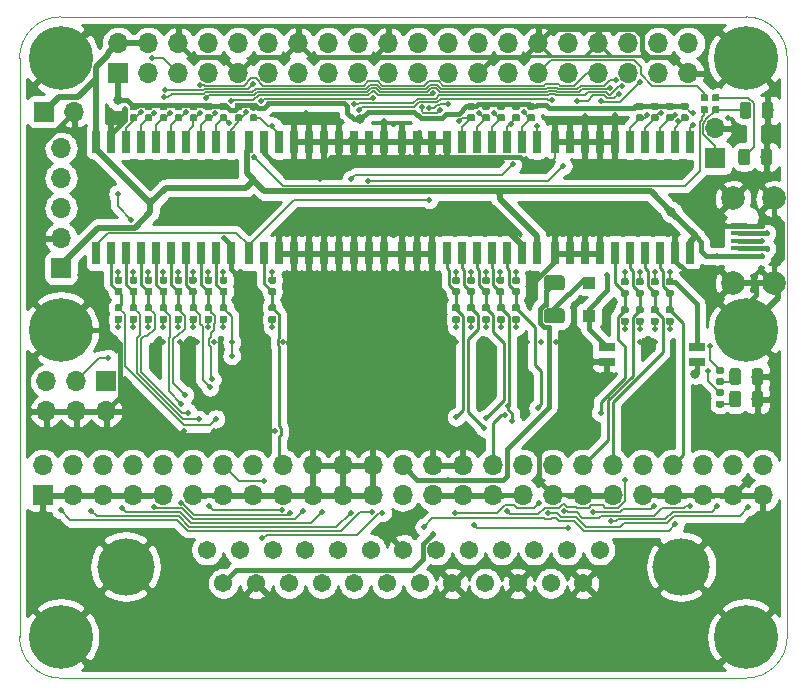
<source format=gbr>
%TF.GenerationSoftware,KiCad,Pcbnew,(5.1.4)-1*%
%TF.CreationDate,2020-09-15T17:58:07-05:00*%
%TF.ProjectId,rascsi_2p3,72617363-7369-45f3-9270-332e6b696361,rev?*%
%TF.SameCoordinates,PX59d60c0PY325aa00*%
%TF.FileFunction,Copper,L1,Top*%
%TF.FilePolarity,Positive*%
%FSLAX46Y46*%
G04 Gerber Fmt 4.6, Leading zero omitted, Abs format (unit mm)*
G04 Created by KiCad (PCBNEW (5.1.4)-1) date 2020-09-15 17:58:07*
%MOMM*%
%LPD*%
G04 APERTURE LIST*
%TA.AperFunction,NonConductor*%
%ADD10C,0.050000*%
%TD*%
%TA.AperFunction,SMDPad,CuDef*%
%ADD11R,0.650000X1.950000*%
%TD*%
%TA.AperFunction,ComponentPad*%
%ADD12C,2.000000*%
%TD*%
%TA.AperFunction,SMDPad,CuDef*%
%ADD13R,1.400000X0.400000*%
%TD*%
%TA.AperFunction,ComponentPad*%
%ADD14C,4.845000*%
%TD*%
%TA.AperFunction,ComponentPad*%
%ADD15C,1.545000*%
%TD*%
%TA.AperFunction,SMDPad,CuDef*%
%ADD16R,1.100000X1.100000*%
%TD*%
%TA.AperFunction,ComponentPad*%
%ADD17O,1.700000X1.700000*%
%TD*%
%TA.AperFunction,ComponentPad*%
%ADD18R,1.700000X1.700000*%
%TD*%
%TA.AperFunction,Conductor*%
%ADD19C,0.150000*%
%TD*%
%TA.AperFunction,SMDPad,CuDef*%
%ADD20C,0.590000*%
%TD*%
%TA.AperFunction,SMDPad,CuDef*%
%ADD21C,1.250000*%
%TD*%
%TA.AperFunction,ComponentPad*%
%ADD22C,0.800000*%
%TD*%
%TA.AperFunction,ComponentPad*%
%ADD23C,5.400000*%
%TD*%
%TA.AperFunction,SMDPad,CuDef*%
%ADD24C,0.975000*%
%TD*%
%TA.AperFunction,SMDPad,CuDef*%
%ADD25R,1.425000X0.750000*%
%TD*%
%TA.AperFunction,ViaPad*%
%ADD26C,0.500000*%
%TD*%
%TA.AperFunction,ViaPad*%
%ADD27C,0.800000*%
%TD*%
%TA.AperFunction,Conductor*%
%ADD28C,0.400000*%
%TD*%
%TA.AperFunction,Conductor*%
%ADD29C,0.250000*%
%TD*%
%TA.AperFunction,Conductor*%
%ADD30C,0.500000*%
%TD*%
%TA.AperFunction,Conductor*%
%ADD31C,0.200000*%
%TD*%
%TA.AperFunction,Conductor*%
%ADD32C,0.254000*%
%TD*%
G04 APERTURE END LIST*
D10*
X83800000Y-45696000D02*
X141800000Y-45696000D01*
X83800000Y-45696000D02*
G75*
G02X80300000Y-42196000I0J3500000D01*
G01*
X145300000Y-42196000D02*
G75*
G02X141800000Y-45696000I-3500000J0D01*
G01*
X80300000Y6800000D02*
X80300000Y-42196000D01*
X145300000Y6800000D02*
X145300000Y-42196000D01*
X83800000Y10300000D02*
X141800000Y10300000D01*
X80300000Y6800000D02*
G75*
G02X83800000Y10300000I3500000J0D01*
G01*
X141800000Y10300000D02*
G75*
G02X145300000Y6800000I0J-3500000D01*
G01*
D11*
%TO.P,IC3,20*%
%TO.N,+5V*%
X124113000Y-9710000D03*
%TO.P,IC3,19*%
%TO.N,GND*%
X122843000Y-9710000D03*
%TO.P,IC3,18*%
%TO.N,C-I_O*%
X121573000Y-9710000D03*
%TO.P,IC3,17*%
%TO.N,C-REQ*%
X120303000Y-9710000D03*
%TO.P,IC3,16*%
%TO.N,C-C_D*%
X119033000Y-9710000D03*
%TO.P,IC3,15*%
%TO.N,C-MSG*%
X117763000Y-9710000D03*
%TO.P,IC3,14*%
%TO.N,C-BSY*%
X116493000Y-9710000D03*
%TO.P,IC3,13*%
%TO.N,GND*%
X115223000Y-9710000D03*
%TO.P,IC3,12*%
X113953000Y-9710000D03*
%TO.P,IC3,11*%
X112683000Y-9710000D03*
%TO.P,IC3,10*%
X112683000Y-260000D03*
%TO.P,IC3,9*%
X113953000Y-260000D03*
%TO.P,IC3,8*%
X115223000Y-260000D03*
%TO.P,IC3,7*%
X116493000Y-260000D03*
%TO.P,IC3,6*%
%TO.N,PI-BSY*%
X117763000Y-260000D03*
%TO.P,IC3,5*%
%TO.N,PI-MSG*%
X119033000Y-260000D03*
%TO.P,IC3,4*%
%TO.N,PI-C_D*%
X120303000Y-260000D03*
%TO.P,IC3,3*%
%TO.N,PI-REQ*%
X121573000Y-260000D03*
%TO.P,IC3,2*%
%TO.N,PI-I_O*%
X122843000Y-260000D03*
%TO.P,IC3,1*%
%TO.N,PI-TAD*%
X124113000Y-260000D03*
%TD*%
D12*
%TO.P,J8,MH4*%
%TO.N,GND*%
X140705000Y-12235000D03*
%TO.P,J8,MH3*%
X140705000Y-5085000D03*
%TO.P,J8,MH2*%
X144155000Y-5085000D03*
%TO.P,J8,MH1*%
X144155000Y-12235000D03*
D13*
%TO.P,J8,5*%
X141205000Y-7360000D03*
%TO.P,J8,4*%
%TO.N,USB_Pin_4*%
X141205000Y-8010000D03*
%TO.P,J8,3*%
%TO.N,USB_Pin_3*%
X141205000Y-8660000D03*
%TO.P,J8,2*%
%TO.N,USB_Pin_2*%
X141205000Y-9310000D03*
%TO.P,J8,1*%
%TO.N,+5V*%
X141205000Y-9960000D03*
%TD*%
D14*
%TO.P,J6,MH2*%
%TO.N,GND*%
X89281600Y-36250000D03*
%TO.P,J6,MH1*%
X136321600Y-36250000D03*
D15*
%TO.P,J6,25*%
%TO.N,TERMPOW*%
X97566600Y-37670000D03*
%TO.P,J6,24*%
%TO.N,GND*%
X100336600Y-37670000D03*
%TO.P,J6,23*%
%TO.N,C-D4*%
X103106600Y-37670000D03*
%TO.P,J6,22*%
%TO.N,C-D2*%
X105876600Y-37670000D03*
%TO.P,J6,21*%
%TO.N,C-D1*%
X108646600Y-37670000D03*
%TO.P,J6,20*%
%TO.N,C-DP*%
X111416600Y-37670000D03*
%TO.P,J6,19*%
%TO.N,C-SEL*%
X114186600Y-37670000D03*
%TO.P,J6,18*%
%TO.N,GND*%
X116956600Y-37670000D03*
%TO.P,J6,17*%
%TO.N,C-ATN*%
X119726600Y-37670000D03*
%TO.P,J6,16*%
%TO.N,GND*%
X122496600Y-37670000D03*
%TO.P,J6,15*%
%TO.N,C-C_D*%
X125266600Y-37670000D03*
%TO.P,J6,14*%
%TO.N,GND*%
X128036600Y-37670000D03*
%TO.P,J6,13*%
%TO.N,C-D7*%
X96181600Y-34830000D03*
%TO.P,J6,12*%
%TO.N,C-D6*%
X98951600Y-34830000D03*
%TO.P,J6,11*%
%TO.N,C-D5*%
X101721600Y-34830000D03*
%TO.P,J6,10*%
%TO.N,C-D3*%
X104491600Y-34830000D03*
%TO.P,J6,9*%
%TO.N,GND*%
X107261600Y-34830000D03*
%TO.P,J6,8*%
%TO.N,C-D0*%
X110031600Y-34830000D03*
%TO.P,J6,7*%
%TO.N,GND*%
X112801600Y-34830000D03*
%TO.P,J6,6*%
%TO.N,C-BSY*%
X115571600Y-34830000D03*
%TO.P,J6,5*%
%TO.N,C-ACK*%
X118341600Y-34830000D03*
%TO.P,J6,4*%
%TO.N,C-RST*%
X121111600Y-34830000D03*
%TO.P,J6,3*%
%TO.N,C-I_O*%
X123881600Y-34830000D03*
%TO.P,J6,2*%
%TO.N,C-MSG*%
X126651600Y-34830000D03*
%TO.P,J6,1*%
%TO.N,C-REQ*%
X129421600Y-34830000D03*
%TD*%
D11*
%TO.P,IC4,20*%
%TO.N,+5V*%
X137067000Y-9710000D03*
%TO.P,IC4,19*%
%TO.N,GND*%
X135797000Y-9710000D03*
%TO.P,IC4,18*%
%TO.N,C-SEL*%
X134527000Y-9710000D03*
%TO.P,IC4,17*%
%TO.N,C-RST*%
X133257000Y-9710000D03*
%TO.P,IC4,16*%
%TO.N,C-ACK*%
X131987000Y-9710000D03*
%TO.P,IC4,15*%
%TO.N,C-ATN*%
X130717000Y-9710000D03*
%TO.P,IC4,14*%
%TO.N,GND*%
X129447000Y-9710000D03*
%TO.P,IC4,13*%
X128177000Y-9710000D03*
%TO.P,IC4,12*%
X126907000Y-9710000D03*
%TO.P,IC4,11*%
X125637000Y-9710000D03*
%TO.P,IC4,10*%
X125637000Y-260000D03*
%TO.P,IC4,9*%
X126907000Y-260000D03*
%TO.P,IC4,8*%
X128177000Y-260000D03*
%TO.P,IC4,7*%
X129447000Y-260000D03*
%TO.P,IC4,6*%
X130717000Y-260000D03*
%TO.P,IC4,5*%
%TO.N,PI-ATN*%
X131987000Y-260000D03*
%TO.P,IC4,4*%
%TO.N,PI-ACK*%
X133257000Y-260000D03*
%TO.P,IC4,3*%
%TO.N,PI-RST*%
X134527000Y-260000D03*
%TO.P,IC4,2*%
%TO.N,PI-SEL*%
X135797000Y-260000D03*
%TO.P,IC4,1*%
%TO.N,PI-IND*%
X137067000Y-260000D03*
%TD*%
%TO.P,IC2,20*%
%TO.N,+5V*%
X86775000Y-260000D03*
%TO.P,IC2,19*%
%TO.N,GND*%
X88045000Y-260000D03*
%TO.P,IC2,18*%
%TO.N,PI-D7*%
X89315000Y-260000D03*
%TO.P,IC2,17*%
%TO.N,PI-D6*%
X90585000Y-260000D03*
%TO.P,IC2,16*%
%TO.N,PI-D5*%
X91855000Y-260000D03*
%TO.P,IC2,15*%
%TO.N,PI-D4*%
X93125000Y-260000D03*
%TO.P,IC2,14*%
%TO.N,PI-D3*%
X94395000Y-260000D03*
%TO.P,IC2,13*%
%TO.N,PI-D2*%
X95665000Y-260000D03*
%TO.P,IC2,12*%
%TO.N,PI-D1*%
X96935000Y-260000D03*
%TO.P,IC2,11*%
%TO.N,PI-D0*%
X98205000Y-260000D03*
%TO.P,IC2,10*%
%TO.N,GND*%
X98205000Y-9710000D03*
%TO.P,IC2,9*%
%TO.N,C-D0*%
X96935000Y-9710000D03*
%TO.P,IC2,8*%
%TO.N,C-D1*%
X95665000Y-9710000D03*
%TO.P,IC2,7*%
%TO.N,C-D2*%
X94395000Y-9710000D03*
%TO.P,IC2,6*%
%TO.N,C-D3*%
X93125000Y-9710000D03*
%TO.P,IC2,5*%
%TO.N,C-D4*%
X91855000Y-9710000D03*
%TO.P,IC2,4*%
%TO.N,C-D5*%
X90585000Y-9710000D03*
%TO.P,IC2,3*%
%TO.N,C-D6*%
X89315000Y-9710000D03*
%TO.P,IC2,2*%
%TO.N,C-D7*%
X88045000Y-9710000D03*
%TO.P,IC2,1*%
%TO.N,PI-DTD*%
X86775000Y-9710000D03*
%TD*%
%TO.P,IC1,20*%
%TO.N,+5V*%
X99729000Y-260000D03*
%TO.P,IC1,19*%
%TO.N,GND*%
X100999000Y-260000D03*
%TO.P,IC1,18*%
%TO.N,PI-DP*%
X102269000Y-260000D03*
%TO.P,IC1,17*%
%TO.N,GND*%
X103539000Y-260000D03*
%TO.P,IC1,16*%
X104809000Y-260000D03*
%TO.P,IC1,15*%
X106079000Y-260000D03*
%TO.P,IC1,14*%
X107349000Y-260000D03*
%TO.P,IC1,13*%
X108619000Y-260000D03*
%TO.P,IC1,12*%
X109889000Y-260000D03*
%TO.P,IC1,11*%
X111159000Y-260000D03*
%TO.P,IC1,10*%
X111159000Y-9710000D03*
%TO.P,IC1,9*%
X109889000Y-9710000D03*
%TO.P,IC1,8*%
X108619000Y-9710000D03*
%TO.P,IC1,7*%
X107349000Y-9710000D03*
%TO.P,IC1,6*%
X106079000Y-9710000D03*
%TO.P,IC1,5*%
X104809000Y-9710000D03*
%TO.P,IC1,4*%
X103539000Y-9710000D03*
%TO.P,IC1,3*%
X102269000Y-9710000D03*
%TO.P,IC1,2*%
%TO.N,C-DP*%
X100999000Y-9710000D03*
%TO.P,IC1,1*%
%TO.N,PI-DTD*%
X99729000Y-9710000D03*
%TD*%
D16*
%TO.P,D5,2*%
%TO.N,+5V*%
X128494500Y-15020000D03*
%TO.P,D5,1*%
%TO.N,Net-(D5-Pad1)*%
X128494500Y-12220000D03*
%TD*%
D17*
%TO.P,J2,2*%
%TO.N,GND*%
X139226000Y857000D03*
D18*
%TO.P,J2,1*%
%TO.N,EXT-ACT-LED*%
X139226000Y-1683000D03*
%TD*%
D17*
%TO.P,J7,2*%
%TO.N,GND*%
X84920000Y2280000D03*
D18*
%TO.P,J7,1*%
%TO.N,+5V*%
X82380000Y2280000D03*
%TD*%
D17*
%TO.P,J5,6*%
%TO.N,GND*%
X82560000Y-23110000D03*
%TO.P,J5,5*%
%TO.N,PI_GPIO9*%
X82560000Y-20570000D03*
%TO.P,J5,4*%
%TO.N,GND*%
X85100000Y-23110000D03*
%TO.P,J5,3*%
%TO.N,PI_GPIO1*%
X85100000Y-20570000D03*
%TO.P,J5,2*%
%TO.N,GND*%
X87640000Y-23110000D03*
D18*
%TO.P,J5,1*%
%TO.N,PI_GPIO0*%
X87640000Y-20570000D03*
%TD*%
D19*
%TO.N,Net-(D4-Pad2)*%
%TO.C,R4*%
G36*
X139793958Y-20288710D02*
G01*
X139808276Y-20290834D01*
X139822317Y-20294351D01*
X139835946Y-20299228D01*
X139849031Y-20305417D01*
X139861447Y-20312858D01*
X139873073Y-20321481D01*
X139883798Y-20331202D01*
X139893519Y-20341927D01*
X139902142Y-20353553D01*
X139909583Y-20365969D01*
X139915772Y-20379054D01*
X139920649Y-20392683D01*
X139924166Y-20406724D01*
X139926290Y-20421042D01*
X139927000Y-20435500D01*
X139927000Y-20730500D01*
X139926290Y-20744958D01*
X139924166Y-20759276D01*
X139920649Y-20773317D01*
X139915772Y-20786946D01*
X139909583Y-20800031D01*
X139902142Y-20812447D01*
X139893519Y-20824073D01*
X139883798Y-20834798D01*
X139873073Y-20844519D01*
X139861447Y-20853142D01*
X139849031Y-20860583D01*
X139835946Y-20866772D01*
X139822317Y-20871649D01*
X139808276Y-20875166D01*
X139793958Y-20877290D01*
X139779500Y-20878000D01*
X139434500Y-20878000D01*
X139420042Y-20877290D01*
X139405724Y-20875166D01*
X139391683Y-20871649D01*
X139378054Y-20866772D01*
X139364969Y-20860583D01*
X139352553Y-20853142D01*
X139340927Y-20844519D01*
X139330202Y-20834798D01*
X139320481Y-20824073D01*
X139311858Y-20812447D01*
X139304417Y-20800031D01*
X139298228Y-20786946D01*
X139293351Y-20773317D01*
X139289834Y-20759276D01*
X139287710Y-20744958D01*
X139287000Y-20730500D01*
X139287000Y-20435500D01*
X139287710Y-20421042D01*
X139289834Y-20406724D01*
X139293351Y-20392683D01*
X139298228Y-20379054D01*
X139304417Y-20365969D01*
X139311858Y-20353553D01*
X139320481Y-20341927D01*
X139330202Y-20331202D01*
X139340927Y-20321481D01*
X139352553Y-20312858D01*
X139364969Y-20305417D01*
X139378054Y-20299228D01*
X139391683Y-20294351D01*
X139405724Y-20290834D01*
X139420042Y-20288710D01*
X139434500Y-20288000D01*
X139779500Y-20288000D01*
X139793958Y-20288710D01*
X139793958Y-20288710D01*
G37*
D20*
%TD*%
%TO.P,R4,2*%
%TO.N,Net-(D4-Pad2)*%
X139607000Y-20583000D03*
D19*
%TO.N,+3V3*%
%TO.C,R4*%
G36*
X139793958Y-19318710D02*
G01*
X139808276Y-19320834D01*
X139822317Y-19324351D01*
X139835946Y-19329228D01*
X139849031Y-19335417D01*
X139861447Y-19342858D01*
X139873073Y-19351481D01*
X139883798Y-19361202D01*
X139893519Y-19371927D01*
X139902142Y-19383553D01*
X139909583Y-19395969D01*
X139915772Y-19409054D01*
X139920649Y-19422683D01*
X139924166Y-19436724D01*
X139926290Y-19451042D01*
X139927000Y-19465500D01*
X139927000Y-19760500D01*
X139926290Y-19774958D01*
X139924166Y-19789276D01*
X139920649Y-19803317D01*
X139915772Y-19816946D01*
X139909583Y-19830031D01*
X139902142Y-19842447D01*
X139893519Y-19854073D01*
X139883798Y-19864798D01*
X139873073Y-19874519D01*
X139861447Y-19883142D01*
X139849031Y-19890583D01*
X139835946Y-19896772D01*
X139822317Y-19901649D01*
X139808276Y-19905166D01*
X139793958Y-19907290D01*
X139779500Y-19908000D01*
X139434500Y-19908000D01*
X139420042Y-19907290D01*
X139405724Y-19905166D01*
X139391683Y-19901649D01*
X139378054Y-19896772D01*
X139364969Y-19890583D01*
X139352553Y-19883142D01*
X139340927Y-19874519D01*
X139330202Y-19864798D01*
X139320481Y-19854073D01*
X139311858Y-19842447D01*
X139304417Y-19830031D01*
X139298228Y-19816946D01*
X139293351Y-19803317D01*
X139289834Y-19789276D01*
X139287710Y-19774958D01*
X139287000Y-19760500D01*
X139287000Y-19465500D01*
X139287710Y-19451042D01*
X139289834Y-19436724D01*
X139293351Y-19422683D01*
X139298228Y-19409054D01*
X139304417Y-19395969D01*
X139311858Y-19383553D01*
X139320481Y-19371927D01*
X139330202Y-19361202D01*
X139340927Y-19351481D01*
X139352553Y-19342858D01*
X139364969Y-19335417D01*
X139378054Y-19329228D01*
X139391683Y-19324351D01*
X139405724Y-19320834D01*
X139420042Y-19318710D01*
X139434500Y-19318000D01*
X139779500Y-19318000D01*
X139793958Y-19318710D01*
X139793958Y-19318710D01*
G37*
D20*
%TD*%
%TO.P,R4,1*%
%TO.N,+3V3*%
X139607000Y-19613000D03*
D19*
%TO.N,Net-(D2-Pad2)*%
%TO.C,R2*%
G36*
X139405458Y3779790D02*
G01*
X139419776Y3777666D01*
X139433817Y3774149D01*
X139447446Y3769272D01*
X139460531Y3763083D01*
X139472947Y3755642D01*
X139484573Y3747019D01*
X139495298Y3737298D01*
X139505019Y3726573D01*
X139513642Y3714947D01*
X139521083Y3702531D01*
X139527272Y3689446D01*
X139532149Y3675817D01*
X139535666Y3661776D01*
X139537790Y3647458D01*
X139538500Y3633000D01*
X139538500Y3288000D01*
X139537790Y3273542D01*
X139535666Y3259224D01*
X139532149Y3245183D01*
X139527272Y3231554D01*
X139521083Y3218469D01*
X139513642Y3206053D01*
X139505019Y3194427D01*
X139495298Y3183702D01*
X139484573Y3173981D01*
X139472947Y3165358D01*
X139460531Y3157917D01*
X139447446Y3151728D01*
X139433817Y3146851D01*
X139419776Y3143334D01*
X139405458Y3141210D01*
X139391000Y3140500D01*
X139096000Y3140500D01*
X139081542Y3141210D01*
X139067224Y3143334D01*
X139053183Y3146851D01*
X139039554Y3151728D01*
X139026469Y3157917D01*
X139014053Y3165358D01*
X139002427Y3173981D01*
X138991702Y3183702D01*
X138981981Y3194427D01*
X138973358Y3206053D01*
X138965917Y3218469D01*
X138959728Y3231554D01*
X138954851Y3245183D01*
X138951334Y3259224D01*
X138949210Y3273542D01*
X138948500Y3288000D01*
X138948500Y3633000D01*
X138949210Y3647458D01*
X138951334Y3661776D01*
X138954851Y3675817D01*
X138959728Y3689446D01*
X138965917Y3702531D01*
X138973358Y3714947D01*
X138981981Y3726573D01*
X138991702Y3737298D01*
X139002427Y3747019D01*
X139014053Y3755642D01*
X139026469Y3763083D01*
X139039554Y3769272D01*
X139053183Y3774149D01*
X139067224Y3777666D01*
X139081542Y3779790D01*
X139096000Y3780500D01*
X139391000Y3780500D01*
X139405458Y3779790D01*
X139405458Y3779790D01*
G37*
D20*
%TD*%
%TO.P,R2,2*%
%TO.N,Net-(D2-Pad2)*%
X139243500Y3460500D03*
D19*
%TO.N,DBG_LED*%
%TO.C,R2*%
G36*
X138435458Y3779790D02*
G01*
X138449776Y3777666D01*
X138463817Y3774149D01*
X138477446Y3769272D01*
X138490531Y3763083D01*
X138502947Y3755642D01*
X138514573Y3747019D01*
X138525298Y3737298D01*
X138535019Y3726573D01*
X138543642Y3714947D01*
X138551083Y3702531D01*
X138557272Y3689446D01*
X138562149Y3675817D01*
X138565666Y3661776D01*
X138567790Y3647458D01*
X138568500Y3633000D01*
X138568500Y3288000D01*
X138567790Y3273542D01*
X138565666Y3259224D01*
X138562149Y3245183D01*
X138557272Y3231554D01*
X138551083Y3218469D01*
X138543642Y3206053D01*
X138535019Y3194427D01*
X138525298Y3183702D01*
X138514573Y3173981D01*
X138502947Y3165358D01*
X138490531Y3157917D01*
X138477446Y3151728D01*
X138463817Y3146851D01*
X138449776Y3143334D01*
X138435458Y3141210D01*
X138421000Y3140500D01*
X138126000Y3140500D01*
X138111542Y3141210D01*
X138097224Y3143334D01*
X138083183Y3146851D01*
X138069554Y3151728D01*
X138056469Y3157917D01*
X138044053Y3165358D01*
X138032427Y3173981D01*
X138021702Y3183702D01*
X138011981Y3194427D01*
X138003358Y3206053D01*
X137995917Y3218469D01*
X137989728Y3231554D01*
X137984851Y3245183D01*
X137981334Y3259224D01*
X137979210Y3273542D01*
X137978500Y3288000D01*
X137978500Y3633000D01*
X137979210Y3647458D01*
X137981334Y3661776D01*
X137984851Y3675817D01*
X137989728Y3689446D01*
X137995917Y3702531D01*
X138003358Y3714947D01*
X138011981Y3726573D01*
X138021702Y3737298D01*
X138032427Y3747019D01*
X138044053Y3755642D01*
X138056469Y3763083D01*
X138069554Y3769272D01*
X138083183Y3774149D01*
X138097224Y3777666D01*
X138111542Y3779790D01*
X138126000Y3780500D01*
X138421000Y3780500D01*
X138435458Y3779790D01*
X138435458Y3779790D01*
G37*
D20*
%TD*%
%TO.P,R2,1*%
%TO.N,DBG_LED*%
X138273500Y3460500D03*
D19*
%TO.N,EXT-ACT-LED*%
%TO.C,R1*%
G36*
X139405458Y2763790D02*
G01*
X139419776Y2761666D01*
X139433817Y2758149D01*
X139447446Y2753272D01*
X139460531Y2747083D01*
X139472947Y2739642D01*
X139484573Y2731019D01*
X139495298Y2721298D01*
X139505019Y2710573D01*
X139513642Y2698947D01*
X139521083Y2686531D01*
X139527272Y2673446D01*
X139532149Y2659817D01*
X139535666Y2645776D01*
X139537790Y2631458D01*
X139538500Y2617000D01*
X139538500Y2272000D01*
X139537790Y2257542D01*
X139535666Y2243224D01*
X139532149Y2229183D01*
X139527272Y2215554D01*
X139521083Y2202469D01*
X139513642Y2190053D01*
X139505019Y2178427D01*
X139495298Y2167702D01*
X139484573Y2157981D01*
X139472947Y2149358D01*
X139460531Y2141917D01*
X139447446Y2135728D01*
X139433817Y2130851D01*
X139419776Y2127334D01*
X139405458Y2125210D01*
X139391000Y2124500D01*
X139096000Y2124500D01*
X139081542Y2125210D01*
X139067224Y2127334D01*
X139053183Y2130851D01*
X139039554Y2135728D01*
X139026469Y2141917D01*
X139014053Y2149358D01*
X139002427Y2157981D01*
X138991702Y2167702D01*
X138981981Y2178427D01*
X138973358Y2190053D01*
X138965917Y2202469D01*
X138959728Y2215554D01*
X138954851Y2229183D01*
X138951334Y2243224D01*
X138949210Y2257542D01*
X138948500Y2272000D01*
X138948500Y2617000D01*
X138949210Y2631458D01*
X138951334Y2645776D01*
X138954851Y2659817D01*
X138959728Y2673446D01*
X138965917Y2686531D01*
X138973358Y2698947D01*
X138981981Y2710573D01*
X138991702Y2721298D01*
X139002427Y2731019D01*
X139014053Y2739642D01*
X139026469Y2747083D01*
X139039554Y2753272D01*
X139053183Y2758149D01*
X139067224Y2761666D01*
X139081542Y2763790D01*
X139096000Y2764500D01*
X139391000Y2764500D01*
X139405458Y2763790D01*
X139405458Y2763790D01*
G37*
D20*
%TD*%
%TO.P,R1,2*%
%TO.N,EXT-ACT-LED*%
X139243500Y2444500D03*
D19*
%TO.N,PI-ACT*%
%TO.C,R1*%
G36*
X138435458Y2763790D02*
G01*
X138449776Y2761666D01*
X138463817Y2758149D01*
X138477446Y2753272D01*
X138490531Y2747083D01*
X138502947Y2739642D01*
X138514573Y2731019D01*
X138525298Y2721298D01*
X138535019Y2710573D01*
X138543642Y2698947D01*
X138551083Y2686531D01*
X138557272Y2673446D01*
X138562149Y2659817D01*
X138565666Y2645776D01*
X138567790Y2631458D01*
X138568500Y2617000D01*
X138568500Y2272000D01*
X138567790Y2257542D01*
X138565666Y2243224D01*
X138562149Y2229183D01*
X138557272Y2215554D01*
X138551083Y2202469D01*
X138543642Y2190053D01*
X138535019Y2178427D01*
X138525298Y2167702D01*
X138514573Y2157981D01*
X138502947Y2149358D01*
X138490531Y2141917D01*
X138477446Y2135728D01*
X138463817Y2130851D01*
X138449776Y2127334D01*
X138435458Y2125210D01*
X138421000Y2124500D01*
X138126000Y2124500D01*
X138111542Y2125210D01*
X138097224Y2127334D01*
X138083183Y2130851D01*
X138069554Y2135728D01*
X138056469Y2141917D01*
X138044053Y2149358D01*
X138032427Y2157981D01*
X138021702Y2167702D01*
X138011981Y2178427D01*
X138003358Y2190053D01*
X137995917Y2202469D01*
X137989728Y2215554D01*
X137984851Y2229183D01*
X137981334Y2243224D01*
X137979210Y2257542D01*
X137978500Y2272000D01*
X137978500Y2617000D01*
X137979210Y2631458D01*
X137981334Y2645776D01*
X137984851Y2659817D01*
X137989728Y2673446D01*
X137995917Y2686531D01*
X138003358Y2698947D01*
X138011981Y2710573D01*
X138021702Y2721298D01*
X138032427Y2731019D01*
X138044053Y2739642D01*
X138056469Y2747083D01*
X138069554Y2753272D01*
X138083183Y2758149D01*
X138097224Y2761666D01*
X138111542Y2763790D01*
X138126000Y2764500D01*
X138421000Y2764500D01*
X138435458Y2763790D01*
X138435458Y2763790D01*
G37*
D20*
%TD*%
%TO.P,R1,1*%
%TO.N,PI-ACT*%
X138273500Y2444500D03*
D17*
%TO.P,J3,50*%
%TO.N,C-I_O*%
X143226500Y-27654500D03*
%TO.P,J3,49*%
%TO.N,GND*%
X143226500Y-30194500D03*
%TO.P,J3,48*%
%TO.N,C-REQ*%
X140686500Y-27654500D03*
%TO.P,J3,47*%
%TO.N,GND*%
X140686500Y-30194500D03*
%TO.P,J3,46*%
%TO.N,C-C_D*%
X138146500Y-27654500D03*
%TO.P,J3,45*%
%TO.N,GND*%
X138146500Y-30194500D03*
%TO.P,J3,44*%
%TO.N,C-SEL*%
X135606500Y-27654500D03*
%TO.P,J3,43*%
%TO.N,GND*%
X135606500Y-30194500D03*
%TO.P,J3,42*%
%TO.N,C-MSG*%
X133066500Y-27654500D03*
%TO.P,J3,41*%
%TO.N,GND*%
X133066500Y-30194500D03*
%TO.P,J3,40*%
%TO.N,C-RST*%
X130526500Y-27654500D03*
%TO.P,J3,39*%
%TO.N,GND*%
X130526500Y-30194500D03*
%TO.P,J3,38*%
%TO.N,C-ACK*%
X127986500Y-27654500D03*
%TO.P,J3,37*%
%TO.N,GND*%
X127986500Y-30194500D03*
%TO.P,J3,36*%
%TO.N,C-BSY*%
X125446500Y-27654500D03*
%TO.P,J3,35*%
%TO.N,GND*%
X125446500Y-30194500D03*
%TO.P,J3,34*%
%TO.N,Net-(J3-Pad34)*%
X122906500Y-27654500D03*
%TO.P,J3,33*%
%TO.N,GND*%
X122906500Y-30194500D03*
%TO.P,J3,32*%
%TO.N,C-ATN*%
X120366500Y-27654500D03*
%TO.P,J3,31*%
%TO.N,GND*%
X120366500Y-30194500D03*
%TO.P,J3,30*%
X117826500Y-27654500D03*
%TO.P,J3,29*%
X117826500Y-30194500D03*
%TO.P,J3,28*%
X115286500Y-27654500D03*
%TO.P,J3,27*%
X115286500Y-30194500D03*
%TO.P,J3,26*%
%TO.N,TERMPOW*%
X112746500Y-27654500D03*
%TO.P,J3,25*%
%TO.N,Net-(J3-Pad25)*%
X112746500Y-30194500D03*
%TO.P,J3,24*%
%TO.N,GND*%
X110206500Y-27654500D03*
%TO.P,J3,23*%
X110206500Y-30194500D03*
%TO.P,J3,22*%
X107666500Y-27654500D03*
%TO.P,J3,21*%
X107666500Y-30194500D03*
%TO.P,J3,20*%
X105126500Y-27654500D03*
%TO.P,J3,19*%
X105126500Y-30194500D03*
%TO.P,J3,18*%
%TO.N,C-DP*%
X102586500Y-27654500D03*
%TO.P,J3,17*%
%TO.N,GND*%
X102586500Y-30194500D03*
%TO.P,J3,16*%
%TO.N,C-D7*%
X100046500Y-27654500D03*
%TO.P,J3,15*%
%TO.N,GND*%
X100046500Y-30194500D03*
%TO.P,J3,14*%
%TO.N,C-D6*%
X97506500Y-27654500D03*
%TO.P,J3,13*%
%TO.N,GND*%
X97506500Y-30194500D03*
%TO.P,J3,12*%
%TO.N,C-D5*%
X94966500Y-27654500D03*
%TO.P,J3,11*%
%TO.N,GND*%
X94966500Y-30194500D03*
%TO.P,J3,10*%
%TO.N,C-D4*%
X92426500Y-27654500D03*
%TO.P,J3,9*%
%TO.N,GND*%
X92426500Y-30194500D03*
%TO.P,J3,8*%
%TO.N,C-D3*%
X89886500Y-27654500D03*
%TO.P,J3,7*%
%TO.N,GND*%
X89886500Y-30194500D03*
%TO.P,J3,6*%
%TO.N,C-D2*%
X87346500Y-27654500D03*
%TO.P,J3,5*%
%TO.N,GND*%
X87346500Y-30194500D03*
%TO.P,J3,4*%
%TO.N,C-D1*%
X84806500Y-27654500D03*
%TO.P,J3,3*%
%TO.N,GND*%
X84806500Y-30194500D03*
%TO.P,J3,2*%
%TO.N,C-D0*%
X82266500Y-27654500D03*
D18*
%TO.P,J3,1*%
%TO.N,GND*%
X82266500Y-30194500D03*
%TD*%
D19*
%TO.N,C-DP*%
%TO.C,R58*%
G36*
X101884458Y-14048210D02*
G01*
X101898776Y-14050334D01*
X101912817Y-14053851D01*
X101926446Y-14058728D01*
X101939531Y-14064917D01*
X101951947Y-14072358D01*
X101963573Y-14080981D01*
X101974298Y-14090702D01*
X101984019Y-14101427D01*
X101992642Y-14113053D01*
X102000083Y-14125469D01*
X102006272Y-14138554D01*
X102011149Y-14152183D01*
X102014666Y-14166224D01*
X102016790Y-14180542D01*
X102017500Y-14195000D01*
X102017500Y-14490000D01*
X102016790Y-14504458D01*
X102014666Y-14518776D01*
X102011149Y-14532817D01*
X102006272Y-14546446D01*
X102000083Y-14559531D01*
X101992642Y-14571947D01*
X101984019Y-14583573D01*
X101974298Y-14594298D01*
X101963573Y-14604019D01*
X101951947Y-14612642D01*
X101939531Y-14620083D01*
X101926446Y-14626272D01*
X101912817Y-14631149D01*
X101898776Y-14634666D01*
X101884458Y-14636790D01*
X101870000Y-14637500D01*
X101525000Y-14637500D01*
X101510542Y-14636790D01*
X101496224Y-14634666D01*
X101482183Y-14631149D01*
X101468554Y-14626272D01*
X101455469Y-14620083D01*
X101443053Y-14612642D01*
X101431427Y-14604019D01*
X101420702Y-14594298D01*
X101410981Y-14583573D01*
X101402358Y-14571947D01*
X101394917Y-14559531D01*
X101388728Y-14546446D01*
X101383851Y-14532817D01*
X101380334Y-14518776D01*
X101378210Y-14504458D01*
X101377500Y-14490000D01*
X101377500Y-14195000D01*
X101378210Y-14180542D01*
X101380334Y-14166224D01*
X101383851Y-14152183D01*
X101388728Y-14138554D01*
X101394917Y-14125469D01*
X101402358Y-14113053D01*
X101410981Y-14101427D01*
X101420702Y-14090702D01*
X101431427Y-14080981D01*
X101443053Y-14072358D01*
X101455469Y-14064917D01*
X101468554Y-14058728D01*
X101482183Y-14053851D01*
X101496224Y-14050334D01*
X101510542Y-14048210D01*
X101525000Y-14047500D01*
X101870000Y-14047500D01*
X101884458Y-14048210D01*
X101884458Y-14048210D01*
G37*
D20*
%TD*%
%TO.P,R58,2*%
%TO.N,C-DP*%
X101697500Y-14342500D03*
D19*
%TO.N,/TERM_GND*%
%TO.C,R58*%
G36*
X101884458Y-15018210D02*
G01*
X101898776Y-15020334D01*
X101912817Y-15023851D01*
X101926446Y-15028728D01*
X101939531Y-15034917D01*
X101951947Y-15042358D01*
X101963573Y-15050981D01*
X101974298Y-15060702D01*
X101984019Y-15071427D01*
X101992642Y-15083053D01*
X102000083Y-15095469D01*
X102006272Y-15108554D01*
X102011149Y-15122183D01*
X102014666Y-15136224D01*
X102016790Y-15150542D01*
X102017500Y-15165000D01*
X102017500Y-15460000D01*
X102016790Y-15474458D01*
X102014666Y-15488776D01*
X102011149Y-15502817D01*
X102006272Y-15516446D01*
X102000083Y-15529531D01*
X101992642Y-15541947D01*
X101984019Y-15553573D01*
X101974298Y-15564298D01*
X101963573Y-15574019D01*
X101951947Y-15582642D01*
X101939531Y-15590083D01*
X101926446Y-15596272D01*
X101912817Y-15601149D01*
X101898776Y-15604666D01*
X101884458Y-15606790D01*
X101870000Y-15607500D01*
X101525000Y-15607500D01*
X101510542Y-15606790D01*
X101496224Y-15604666D01*
X101482183Y-15601149D01*
X101468554Y-15596272D01*
X101455469Y-15590083D01*
X101443053Y-15582642D01*
X101431427Y-15574019D01*
X101420702Y-15564298D01*
X101410981Y-15553573D01*
X101402358Y-15541947D01*
X101394917Y-15529531D01*
X101388728Y-15516446D01*
X101383851Y-15502817D01*
X101380334Y-15488776D01*
X101378210Y-15474458D01*
X101377500Y-15460000D01*
X101377500Y-15165000D01*
X101378210Y-15150542D01*
X101380334Y-15136224D01*
X101383851Y-15122183D01*
X101388728Y-15108554D01*
X101394917Y-15095469D01*
X101402358Y-15083053D01*
X101410981Y-15071427D01*
X101420702Y-15060702D01*
X101431427Y-15050981D01*
X101443053Y-15042358D01*
X101455469Y-15034917D01*
X101468554Y-15028728D01*
X101482183Y-15023851D01*
X101496224Y-15020334D01*
X101510542Y-15018210D01*
X101525000Y-15017500D01*
X101870000Y-15017500D01*
X101884458Y-15018210D01*
X101884458Y-15018210D01*
G37*
D20*
%TD*%
%TO.P,R58,1*%
%TO.N,/TERM_GND*%
X101697500Y-15312500D03*
D19*
%TO.N,C-D0*%
%TO.C,R57*%
G36*
X97756958Y-14048210D02*
G01*
X97771276Y-14050334D01*
X97785317Y-14053851D01*
X97798946Y-14058728D01*
X97812031Y-14064917D01*
X97824447Y-14072358D01*
X97836073Y-14080981D01*
X97846798Y-14090702D01*
X97856519Y-14101427D01*
X97865142Y-14113053D01*
X97872583Y-14125469D01*
X97878772Y-14138554D01*
X97883649Y-14152183D01*
X97887166Y-14166224D01*
X97889290Y-14180542D01*
X97890000Y-14195000D01*
X97890000Y-14490000D01*
X97889290Y-14504458D01*
X97887166Y-14518776D01*
X97883649Y-14532817D01*
X97878772Y-14546446D01*
X97872583Y-14559531D01*
X97865142Y-14571947D01*
X97856519Y-14583573D01*
X97846798Y-14594298D01*
X97836073Y-14604019D01*
X97824447Y-14612642D01*
X97812031Y-14620083D01*
X97798946Y-14626272D01*
X97785317Y-14631149D01*
X97771276Y-14634666D01*
X97756958Y-14636790D01*
X97742500Y-14637500D01*
X97397500Y-14637500D01*
X97383042Y-14636790D01*
X97368724Y-14634666D01*
X97354683Y-14631149D01*
X97341054Y-14626272D01*
X97327969Y-14620083D01*
X97315553Y-14612642D01*
X97303927Y-14604019D01*
X97293202Y-14594298D01*
X97283481Y-14583573D01*
X97274858Y-14571947D01*
X97267417Y-14559531D01*
X97261228Y-14546446D01*
X97256351Y-14532817D01*
X97252834Y-14518776D01*
X97250710Y-14504458D01*
X97250000Y-14490000D01*
X97250000Y-14195000D01*
X97250710Y-14180542D01*
X97252834Y-14166224D01*
X97256351Y-14152183D01*
X97261228Y-14138554D01*
X97267417Y-14125469D01*
X97274858Y-14113053D01*
X97283481Y-14101427D01*
X97293202Y-14090702D01*
X97303927Y-14080981D01*
X97315553Y-14072358D01*
X97327969Y-14064917D01*
X97341054Y-14058728D01*
X97354683Y-14053851D01*
X97368724Y-14050334D01*
X97383042Y-14048210D01*
X97397500Y-14047500D01*
X97742500Y-14047500D01*
X97756958Y-14048210D01*
X97756958Y-14048210D01*
G37*
D20*
%TD*%
%TO.P,R57,2*%
%TO.N,C-D0*%
X97570000Y-14342500D03*
D19*
%TO.N,/TERM_GND*%
%TO.C,R57*%
G36*
X97756958Y-15018210D02*
G01*
X97771276Y-15020334D01*
X97785317Y-15023851D01*
X97798946Y-15028728D01*
X97812031Y-15034917D01*
X97824447Y-15042358D01*
X97836073Y-15050981D01*
X97846798Y-15060702D01*
X97856519Y-15071427D01*
X97865142Y-15083053D01*
X97872583Y-15095469D01*
X97878772Y-15108554D01*
X97883649Y-15122183D01*
X97887166Y-15136224D01*
X97889290Y-15150542D01*
X97890000Y-15165000D01*
X97890000Y-15460000D01*
X97889290Y-15474458D01*
X97887166Y-15488776D01*
X97883649Y-15502817D01*
X97878772Y-15516446D01*
X97872583Y-15529531D01*
X97865142Y-15541947D01*
X97856519Y-15553573D01*
X97846798Y-15564298D01*
X97836073Y-15574019D01*
X97824447Y-15582642D01*
X97812031Y-15590083D01*
X97798946Y-15596272D01*
X97785317Y-15601149D01*
X97771276Y-15604666D01*
X97756958Y-15606790D01*
X97742500Y-15607500D01*
X97397500Y-15607500D01*
X97383042Y-15606790D01*
X97368724Y-15604666D01*
X97354683Y-15601149D01*
X97341054Y-15596272D01*
X97327969Y-15590083D01*
X97315553Y-15582642D01*
X97303927Y-15574019D01*
X97293202Y-15564298D01*
X97283481Y-15553573D01*
X97274858Y-15541947D01*
X97267417Y-15529531D01*
X97261228Y-15516446D01*
X97256351Y-15502817D01*
X97252834Y-15488776D01*
X97250710Y-15474458D01*
X97250000Y-15460000D01*
X97250000Y-15165000D01*
X97250710Y-15150542D01*
X97252834Y-15136224D01*
X97256351Y-15122183D01*
X97261228Y-15108554D01*
X97267417Y-15095469D01*
X97274858Y-15083053D01*
X97283481Y-15071427D01*
X97293202Y-15060702D01*
X97303927Y-15050981D01*
X97315553Y-15042358D01*
X97327969Y-15034917D01*
X97341054Y-15028728D01*
X97354683Y-15023851D01*
X97368724Y-15020334D01*
X97383042Y-15018210D01*
X97397500Y-15017500D01*
X97742500Y-15017500D01*
X97756958Y-15018210D01*
X97756958Y-15018210D01*
G37*
D20*
%TD*%
%TO.P,R57,1*%
%TO.N,/TERM_GND*%
X97570000Y-15312500D03*
D19*
%TO.N,C-D1*%
%TO.C,R56*%
G36*
X96486958Y-14048210D02*
G01*
X96501276Y-14050334D01*
X96515317Y-14053851D01*
X96528946Y-14058728D01*
X96542031Y-14064917D01*
X96554447Y-14072358D01*
X96566073Y-14080981D01*
X96576798Y-14090702D01*
X96586519Y-14101427D01*
X96595142Y-14113053D01*
X96602583Y-14125469D01*
X96608772Y-14138554D01*
X96613649Y-14152183D01*
X96617166Y-14166224D01*
X96619290Y-14180542D01*
X96620000Y-14195000D01*
X96620000Y-14490000D01*
X96619290Y-14504458D01*
X96617166Y-14518776D01*
X96613649Y-14532817D01*
X96608772Y-14546446D01*
X96602583Y-14559531D01*
X96595142Y-14571947D01*
X96586519Y-14583573D01*
X96576798Y-14594298D01*
X96566073Y-14604019D01*
X96554447Y-14612642D01*
X96542031Y-14620083D01*
X96528946Y-14626272D01*
X96515317Y-14631149D01*
X96501276Y-14634666D01*
X96486958Y-14636790D01*
X96472500Y-14637500D01*
X96127500Y-14637500D01*
X96113042Y-14636790D01*
X96098724Y-14634666D01*
X96084683Y-14631149D01*
X96071054Y-14626272D01*
X96057969Y-14620083D01*
X96045553Y-14612642D01*
X96033927Y-14604019D01*
X96023202Y-14594298D01*
X96013481Y-14583573D01*
X96004858Y-14571947D01*
X95997417Y-14559531D01*
X95991228Y-14546446D01*
X95986351Y-14532817D01*
X95982834Y-14518776D01*
X95980710Y-14504458D01*
X95980000Y-14490000D01*
X95980000Y-14195000D01*
X95980710Y-14180542D01*
X95982834Y-14166224D01*
X95986351Y-14152183D01*
X95991228Y-14138554D01*
X95997417Y-14125469D01*
X96004858Y-14113053D01*
X96013481Y-14101427D01*
X96023202Y-14090702D01*
X96033927Y-14080981D01*
X96045553Y-14072358D01*
X96057969Y-14064917D01*
X96071054Y-14058728D01*
X96084683Y-14053851D01*
X96098724Y-14050334D01*
X96113042Y-14048210D01*
X96127500Y-14047500D01*
X96472500Y-14047500D01*
X96486958Y-14048210D01*
X96486958Y-14048210D01*
G37*
D20*
%TD*%
%TO.P,R56,2*%
%TO.N,C-D1*%
X96300000Y-14342500D03*
D19*
%TO.N,/TERM_GND*%
%TO.C,R56*%
G36*
X96486958Y-15018210D02*
G01*
X96501276Y-15020334D01*
X96515317Y-15023851D01*
X96528946Y-15028728D01*
X96542031Y-15034917D01*
X96554447Y-15042358D01*
X96566073Y-15050981D01*
X96576798Y-15060702D01*
X96586519Y-15071427D01*
X96595142Y-15083053D01*
X96602583Y-15095469D01*
X96608772Y-15108554D01*
X96613649Y-15122183D01*
X96617166Y-15136224D01*
X96619290Y-15150542D01*
X96620000Y-15165000D01*
X96620000Y-15460000D01*
X96619290Y-15474458D01*
X96617166Y-15488776D01*
X96613649Y-15502817D01*
X96608772Y-15516446D01*
X96602583Y-15529531D01*
X96595142Y-15541947D01*
X96586519Y-15553573D01*
X96576798Y-15564298D01*
X96566073Y-15574019D01*
X96554447Y-15582642D01*
X96542031Y-15590083D01*
X96528946Y-15596272D01*
X96515317Y-15601149D01*
X96501276Y-15604666D01*
X96486958Y-15606790D01*
X96472500Y-15607500D01*
X96127500Y-15607500D01*
X96113042Y-15606790D01*
X96098724Y-15604666D01*
X96084683Y-15601149D01*
X96071054Y-15596272D01*
X96057969Y-15590083D01*
X96045553Y-15582642D01*
X96033927Y-15574019D01*
X96023202Y-15564298D01*
X96013481Y-15553573D01*
X96004858Y-15541947D01*
X95997417Y-15529531D01*
X95991228Y-15516446D01*
X95986351Y-15502817D01*
X95982834Y-15488776D01*
X95980710Y-15474458D01*
X95980000Y-15460000D01*
X95980000Y-15165000D01*
X95980710Y-15150542D01*
X95982834Y-15136224D01*
X95986351Y-15122183D01*
X95991228Y-15108554D01*
X95997417Y-15095469D01*
X96004858Y-15083053D01*
X96013481Y-15071427D01*
X96023202Y-15060702D01*
X96033927Y-15050981D01*
X96045553Y-15042358D01*
X96057969Y-15034917D01*
X96071054Y-15028728D01*
X96084683Y-15023851D01*
X96098724Y-15020334D01*
X96113042Y-15018210D01*
X96127500Y-15017500D01*
X96472500Y-15017500D01*
X96486958Y-15018210D01*
X96486958Y-15018210D01*
G37*
D20*
%TD*%
%TO.P,R56,1*%
%TO.N,/TERM_GND*%
X96300000Y-15312500D03*
D19*
%TO.N,C-D2*%
%TO.C,R55*%
G36*
X95216958Y-14048210D02*
G01*
X95231276Y-14050334D01*
X95245317Y-14053851D01*
X95258946Y-14058728D01*
X95272031Y-14064917D01*
X95284447Y-14072358D01*
X95296073Y-14080981D01*
X95306798Y-14090702D01*
X95316519Y-14101427D01*
X95325142Y-14113053D01*
X95332583Y-14125469D01*
X95338772Y-14138554D01*
X95343649Y-14152183D01*
X95347166Y-14166224D01*
X95349290Y-14180542D01*
X95350000Y-14195000D01*
X95350000Y-14490000D01*
X95349290Y-14504458D01*
X95347166Y-14518776D01*
X95343649Y-14532817D01*
X95338772Y-14546446D01*
X95332583Y-14559531D01*
X95325142Y-14571947D01*
X95316519Y-14583573D01*
X95306798Y-14594298D01*
X95296073Y-14604019D01*
X95284447Y-14612642D01*
X95272031Y-14620083D01*
X95258946Y-14626272D01*
X95245317Y-14631149D01*
X95231276Y-14634666D01*
X95216958Y-14636790D01*
X95202500Y-14637500D01*
X94857500Y-14637500D01*
X94843042Y-14636790D01*
X94828724Y-14634666D01*
X94814683Y-14631149D01*
X94801054Y-14626272D01*
X94787969Y-14620083D01*
X94775553Y-14612642D01*
X94763927Y-14604019D01*
X94753202Y-14594298D01*
X94743481Y-14583573D01*
X94734858Y-14571947D01*
X94727417Y-14559531D01*
X94721228Y-14546446D01*
X94716351Y-14532817D01*
X94712834Y-14518776D01*
X94710710Y-14504458D01*
X94710000Y-14490000D01*
X94710000Y-14195000D01*
X94710710Y-14180542D01*
X94712834Y-14166224D01*
X94716351Y-14152183D01*
X94721228Y-14138554D01*
X94727417Y-14125469D01*
X94734858Y-14113053D01*
X94743481Y-14101427D01*
X94753202Y-14090702D01*
X94763927Y-14080981D01*
X94775553Y-14072358D01*
X94787969Y-14064917D01*
X94801054Y-14058728D01*
X94814683Y-14053851D01*
X94828724Y-14050334D01*
X94843042Y-14048210D01*
X94857500Y-14047500D01*
X95202500Y-14047500D01*
X95216958Y-14048210D01*
X95216958Y-14048210D01*
G37*
D20*
%TD*%
%TO.P,R55,2*%
%TO.N,C-D2*%
X95030000Y-14342500D03*
D19*
%TO.N,/TERM_GND*%
%TO.C,R55*%
G36*
X95216958Y-15018210D02*
G01*
X95231276Y-15020334D01*
X95245317Y-15023851D01*
X95258946Y-15028728D01*
X95272031Y-15034917D01*
X95284447Y-15042358D01*
X95296073Y-15050981D01*
X95306798Y-15060702D01*
X95316519Y-15071427D01*
X95325142Y-15083053D01*
X95332583Y-15095469D01*
X95338772Y-15108554D01*
X95343649Y-15122183D01*
X95347166Y-15136224D01*
X95349290Y-15150542D01*
X95350000Y-15165000D01*
X95350000Y-15460000D01*
X95349290Y-15474458D01*
X95347166Y-15488776D01*
X95343649Y-15502817D01*
X95338772Y-15516446D01*
X95332583Y-15529531D01*
X95325142Y-15541947D01*
X95316519Y-15553573D01*
X95306798Y-15564298D01*
X95296073Y-15574019D01*
X95284447Y-15582642D01*
X95272031Y-15590083D01*
X95258946Y-15596272D01*
X95245317Y-15601149D01*
X95231276Y-15604666D01*
X95216958Y-15606790D01*
X95202500Y-15607500D01*
X94857500Y-15607500D01*
X94843042Y-15606790D01*
X94828724Y-15604666D01*
X94814683Y-15601149D01*
X94801054Y-15596272D01*
X94787969Y-15590083D01*
X94775553Y-15582642D01*
X94763927Y-15574019D01*
X94753202Y-15564298D01*
X94743481Y-15553573D01*
X94734858Y-15541947D01*
X94727417Y-15529531D01*
X94721228Y-15516446D01*
X94716351Y-15502817D01*
X94712834Y-15488776D01*
X94710710Y-15474458D01*
X94710000Y-15460000D01*
X94710000Y-15165000D01*
X94710710Y-15150542D01*
X94712834Y-15136224D01*
X94716351Y-15122183D01*
X94721228Y-15108554D01*
X94727417Y-15095469D01*
X94734858Y-15083053D01*
X94743481Y-15071427D01*
X94753202Y-15060702D01*
X94763927Y-15050981D01*
X94775553Y-15042358D01*
X94787969Y-15034917D01*
X94801054Y-15028728D01*
X94814683Y-15023851D01*
X94828724Y-15020334D01*
X94843042Y-15018210D01*
X94857500Y-15017500D01*
X95202500Y-15017500D01*
X95216958Y-15018210D01*
X95216958Y-15018210D01*
G37*
D20*
%TD*%
%TO.P,R55,1*%
%TO.N,/TERM_GND*%
X95030000Y-15312500D03*
D19*
%TO.N,C-D3*%
%TO.C,R54*%
G36*
X93946958Y-14048210D02*
G01*
X93961276Y-14050334D01*
X93975317Y-14053851D01*
X93988946Y-14058728D01*
X94002031Y-14064917D01*
X94014447Y-14072358D01*
X94026073Y-14080981D01*
X94036798Y-14090702D01*
X94046519Y-14101427D01*
X94055142Y-14113053D01*
X94062583Y-14125469D01*
X94068772Y-14138554D01*
X94073649Y-14152183D01*
X94077166Y-14166224D01*
X94079290Y-14180542D01*
X94080000Y-14195000D01*
X94080000Y-14490000D01*
X94079290Y-14504458D01*
X94077166Y-14518776D01*
X94073649Y-14532817D01*
X94068772Y-14546446D01*
X94062583Y-14559531D01*
X94055142Y-14571947D01*
X94046519Y-14583573D01*
X94036798Y-14594298D01*
X94026073Y-14604019D01*
X94014447Y-14612642D01*
X94002031Y-14620083D01*
X93988946Y-14626272D01*
X93975317Y-14631149D01*
X93961276Y-14634666D01*
X93946958Y-14636790D01*
X93932500Y-14637500D01*
X93587500Y-14637500D01*
X93573042Y-14636790D01*
X93558724Y-14634666D01*
X93544683Y-14631149D01*
X93531054Y-14626272D01*
X93517969Y-14620083D01*
X93505553Y-14612642D01*
X93493927Y-14604019D01*
X93483202Y-14594298D01*
X93473481Y-14583573D01*
X93464858Y-14571947D01*
X93457417Y-14559531D01*
X93451228Y-14546446D01*
X93446351Y-14532817D01*
X93442834Y-14518776D01*
X93440710Y-14504458D01*
X93440000Y-14490000D01*
X93440000Y-14195000D01*
X93440710Y-14180542D01*
X93442834Y-14166224D01*
X93446351Y-14152183D01*
X93451228Y-14138554D01*
X93457417Y-14125469D01*
X93464858Y-14113053D01*
X93473481Y-14101427D01*
X93483202Y-14090702D01*
X93493927Y-14080981D01*
X93505553Y-14072358D01*
X93517969Y-14064917D01*
X93531054Y-14058728D01*
X93544683Y-14053851D01*
X93558724Y-14050334D01*
X93573042Y-14048210D01*
X93587500Y-14047500D01*
X93932500Y-14047500D01*
X93946958Y-14048210D01*
X93946958Y-14048210D01*
G37*
D20*
%TD*%
%TO.P,R54,2*%
%TO.N,C-D3*%
X93760000Y-14342500D03*
D19*
%TO.N,/TERM_GND*%
%TO.C,R54*%
G36*
X93946958Y-15018210D02*
G01*
X93961276Y-15020334D01*
X93975317Y-15023851D01*
X93988946Y-15028728D01*
X94002031Y-15034917D01*
X94014447Y-15042358D01*
X94026073Y-15050981D01*
X94036798Y-15060702D01*
X94046519Y-15071427D01*
X94055142Y-15083053D01*
X94062583Y-15095469D01*
X94068772Y-15108554D01*
X94073649Y-15122183D01*
X94077166Y-15136224D01*
X94079290Y-15150542D01*
X94080000Y-15165000D01*
X94080000Y-15460000D01*
X94079290Y-15474458D01*
X94077166Y-15488776D01*
X94073649Y-15502817D01*
X94068772Y-15516446D01*
X94062583Y-15529531D01*
X94055142Y-15541947D01*
X94046519Y-15553573D01*
X94036798Y-15564298D01*
X94026073Y-15574019D01*
X94014447Y-15582642D01*
X94002031Y-15590083D01*
X93988946Y-15596272D01*
X93975317Y-15601149D01*
X93961276Y-15604666D01*
X93946958Y-15606790D01*
X93932500Y-15607500D01*
X93587500Y-15607500D01*
X93573042Y-15606790D01*
X93558724Y-15604666D01*
X93544683Y-15601149D01*
X93531054Y-15596272D01*
X93517969Y-15590083D01*
X93505553Y-15582642D01*
X93493927Y-15574019D01*
X93483202Y-15564298D01*
X93473481Y-15553573D01*
X93464858Y-15541947D01*
X93457417Y-15529531D01*
X93451228Y-15516446D01*
X93446351Y-15502817D01*
X93442834Y-15488776D01*
X93440710Y-15474458D01*
X93440000Y-15460000D01*
X93440000Y-15165000D01*
X93440710Y-15150542D01*
X93442834Y-15136224D01*
X93446351Y-15122183D01*
X93451228Y-15108554D01*
X93457417Y-15095469D01*
X93464858Y-15083053D01*
X93473481Y-15071427D01*
X93483202Y-15060702D01*
X93493927Y-15050981D01*
X93505553Y-15042358D01*
X93517969Y-15034917D01*
X93531054Y-15028728D01*
X93544683Y-15023851D01*
X93558724Y-15020334D01*
X93573042Y-15018210D01*
X93587500Y-15017500D01*
X93932500Y-15017500D01*
X93946958Y-15018210D01*
X93946958Y-15018210D01*
G37*
D20*
%TD*%
%TO.P,R54,1*%
%TO.N,/TERM_GND*%
X93760000Y-15312500D03*
D19*
%TO.N,C-D4*%
%TO.C,R53*%
G36*
X92676958Y-14048210D02*
G01*
X92691276Y-14050334D01*
X92705317Y-14053851D01*
X92718946Y-14058728D01*
X92732031Y-14064917D01*
X92744447Y-14072358D01*
X92756073Y-14080981D01*
X92766798Y-14090702D01*
X92776519Y-14101427D01*
X92785142Y-14113053D01*
X92792583Y-14125469D01*
X92798772Y-14138554D01*
X92803649Y-14152183D01*
X92807166Y-14166224D01*
X92809290Y-14180542D01*
X92810000Y-14195000D01*
X92810000Y-14490000D01*
X92809290Y-14504458D01*
X92807166Y-14518776D01*
X92803649Y-14532817D01*
X92798772Y-14546446D01*
X92792583Y-14559531D01*
X92785142Y-14571947D01*
X92776519Y-14583573D01*
X92766798Y-14594298D01*
X92756073Y-14604019D01*
X92744447Y-14612642D01*
X92732031Y-14620083D01*
X92718946Y-14626272D01*
X92705317Y-14631149D01*
X92691276Y-14634666D01*
X92676958Y-14636790D01*
X92662500Y-14637500D01*
X92317500Y-14637500D01*
X92303042Y-14636790D01*
X92288724Y-14634666D01*
X92274683Y-14631149D01*
X92261054Y-14626272D01*
X92247969Y-14620083D01*
X92235553Y-14612642D01*
X92223927Y-14604019D01*
X92213202Y-14594298D01*
X92203481Y-14583573D01*
X92194858Y-14571947D01*
X92187417Y-14559531D01*
X92181228Y-14546446D01*
X92176351Y-14532817D01*
X92172834Y-14518776D01*
X92170710Y-14504458D01*
X92170000Y-14490000D01*
X92170000Y-14195000D01*
X92170710Y-14180542D01*
X92172834Y-14166224D01*
X92176351Y-14152183D01*
X92181228Y-14138554D01*
X92187417Y-14125469D01*
X92194858Y-14113053D01*
X92203481Y-14101427D01*
X92213202Y-14090702D01*
X92223927Y-14080981D01*
X92235553Y-14072358D01*
X92247969Y-14064917D01*
X92261054Y-14058728D01*
X92274683Y-14053851D01*
X92288724Y-14050334D01*
X92303042Y-14048210D01*
X92317500Y-14047500D01*
X92662500Y-14047500D01*
X92676958Y-14048210D01*
X92676958Y-14048210D01*
G37*
D20*
%TD*%
%TO.P,R53,2*%
%TO.N,C-D4*%
X92490000Y-14342500D03*
D19*
%TO.N,/TERM_GND*%
%TO.C,R53*%
G36*
X92676958Y-15018210D02*
G01*
X92691276Y-15020334D01*
X92705317Y-15023851D01*
X92718946Y-15028728D01*
X92732031Y-15034917D01*
X92744447Y-15042358D01*
X92756073Y-15050981D01*
X92766798Y-15060702D01*
X92776519Y-15071427D01*
X92785142Y-15083053D01*
X92792583Y-15095469D01*
X92798772Y-15108554D01*
X92803649Y-15122183D01*
X92807166Y-15136224D01*
X92809290Y-15150542D01*
X92810000Y-15165000D01*
X92810000Y-15460000D01*
X92809290Y-15474458D01*
X92807166Y-15488776D01*
X92803649Y-15502817D01*
X92798772Y-15516446D01*
X92792583Y-15529531D01*
X92785142Y-15541947D01*
X92776519Y-15553573D01*
X92766798Y-15564298D01*
X92756073Y-15574019D01*
X92744447Y-15582642D01*
X92732031Y-15590083D01*
X92718946Y-15596272D01*
X92705317Y-15601149D01*
X92691276Y-15604666D01*
X92676958Y-15606790D01*
X92662500Y-15607500D01*
X92317500Y-15607500D01*
X92303042Y-15606790D01*
X92288724Y-15604666D01*
X92274683Y-15601149D01*
X92261054Y-15596272D01*
X92247969Y-15590083D01*
X92235553Y-15582642D01*
X92223927Y-15574019D01*
X92213202Y-15564298D01*
X92203481Y-15553573D01*
X92194858Y-15541947D01*
X92187417Y-15529531D01*
X92181228Y-15516446D01*
X92176351Y-15502817D01*
X92172834Y-15488776D01*
X92170710Y-15474458D01*
X92170000Y-15460000D01*
X92170000Y-15165000D01*
X92170710Y-15150542D01*
X92172834Y-15136224D01*
X92176351Y-15122183D01*
X92181228Y-15108554D01*
X92187417Y-15095469D01*
X92194858Y-15083053D01*
X92203481Y-15071427D01*
X92213202Y-15060702D01*
X92223927Y-15050981D01*
X92235553Y-15042358D01*
X92247969Y-15034917D01*
X92261054Y-15028728D01*
X92274683Y-15023851D01*
X92288724Y-15020334D01*
X92303042Y-15018210D01*
X92317500Y-15017500D01*
X92662500Y-15017500D01*
X92676958Y-15018210D01*
X92676958Y-15018210D01*
G37*
D20*
%TD*%
%TO.P,R53,1*%
%TO.N,/TERM_GND*%
X92490000Y-15312500D03*
D19*
%TO.N,C-D5*%
%TO.C,R52*%
G36*
X91406958Y-14048210D02*
G01*
X91421276Y-14050334D01*
X91435317Y-14053851D01*
X91448946Y-14058728D01*
X91462031Y-14064917D01*
X91474447Y-14072358D01*
X91486073Y-14080981D01*
X91496798Y-14090702D01*
X91506519Y-14101427D01*
X91515142Y-14113053D01*
X91522583Y-14125469D01*
X91528772Y-14138554D01*
X91533649Y-14152183D01*
X91537166Y-14166224D01*
X91539290Y-14180542D01*
X91540000Y-14195000D01*
X91540000Y-14490000D01*
X91539290Y-14504458D01*
X91537166Y-14518776D01*
X91533649Y-14532817D01*
X91528772Y-14546446D01*
X91522583Y-14559531D01*
X91515142Y-14571947D01*
X91506519Y-14583573D01*
X91496798Y-14594298D01*
X91486073Y-14604019D01*
X91474447Y-14612642D01*
X91462031Y-14620083D01*
X91448946Y-14626272D01*
X91435317Y-14631149D01*
X91421276Y-14634666D01*
X91406958Y-14636790D01*
X91392500Y-14637500D01*
X91047500Y-14637500D01*
X91033042Y-14636790D01*
X91018724Y-14634666D01*
X91004683Y-14631149D01*
X90991054Y-14626272D01*
X90977969Y-14620083D01*
X90965553Y-14612642D01*
X90953927Y-14604019D01*
X90943202Y-14594298D01*
X90933481Y-14583573D01*
X90924858Y-14571947D01*
X90917417Y-14559531D01*
X90911228Y-14546446D01*
X90906351Y-14532817D01*
X90902834Y-14518776D01*
X90900710Y-14504458D01*
X90900000Y-14490000D01*
X90900000Y-14195000D01*
X90900710Y-14180542D01*
X90902834Y-14166224D01*
X90906351Y-14152183D01*
X90911228Y-14138554D01*
X90917417Y-14125469D01*
X90924858Y-14113053D01*
X90933481Y-14101427D01*
X90943202Y-14090702D01*
X90953927Y-14080981D01*
X90965553Y-14072358D01*
X90977969Y-14064917D01*
X90991054Y-14058728D01*
X91004683Y-14053851D01*
X91018724Y-14050334D01*
X91033042Y-14048210D01*
X91047500Y-14047500D01*
X91392500Y-14047500D01*
X91406958Y-14048210D01*
X91406958Y-14048210D01*
G37*
D20*
%TD*%
%TO.P,R52,2*%
%TO.N,C-D5*%
X91220000Y-14342500D03*
D19*
%TO.N,/TERM_GND*%
%TO.C,R52*%
G36*
X91406958Y-15018210D02*
G01*
X91421276Y-15020334D01*
X91435317Y-15023851D01*
X91448946Y-15028728D01*
X91462031Y-15034917D01*
X91474447Y-15042358D01*
X91486073Y-15050981D01*
X91496798Y-15060702D01*
X91506519Y-15071427D01*
X91515142Y-15083053D01*
X91522583Y-15095469D01*
X91528772Y-15108554D01*
X91533649Y-15122183D01*
X91537166Y-15136224D01*
X91539290Y-15150542D01*
X91540000Y-15165000D01*
X91540000Y-15460000D01*
X91539290Y-15474458D01*
X91537166Y-15488776D01*
X91533649Y-15502817D01*
X91528772Y-15516446D01*
X91522583Y-15529531D01*
X91515142Y-15541947D01*
X91506519Y-15553573D01*
X91496798Y-15564298D01*
X91486073Y-15574019D01*
X91474447Y-15582642D01*
X91462031Y-15590083D01*
X91448946Y-15596272D01*
X91435317Y-15601149D01*
X91421276Y-15604666D01*
X91406958Y-15606790D01*
X91392500Y-15607500D01*
X91047500Y-15607500D01*
X91033042Y-15606790D01*
X91018724Y-15604666D01*
X91004683Y-15601149D01*
X90991054Y-15596272D01*
X90977969Y-15590083D01*
X90965553Y-15582642D01*
X90953927Y-15574019D01*
X90943202Y-15564298D01*
X90933481Y-15553573D01*
X90924858Y-15541947D01*
X90917417Y-15529531D01*
X90911228Y-15516446D01*
X90906351Y-15502817D01*
X90902834Y-15488776D01*
X90900710Y-15474458D01*
X90900000Y-15460000D01*
X90900000Y-15165000D01*
X90900710Y-15150542D01*
X90902834Y-15136224D01*
X90906351Y-15122183D01*
X90911228Y-15108554D01*
X90917417Y-15095469D01*
X90924858Y-15083053D01*
X90933481Y-15071427D01*
X90943202Y-15060702D01*
X90953927Y-15050981D01*
X90965553Y-15042358D01*
X90977969Y-15034917D01*
X90991054Y-15028728D01*
X91004683Y-15023851D01*
X91018724Y-15020334D01*
X91033042Y-15018210D01*
X91047500Y-15017500D01*
X91392500Y-15017500D01*
X91406958Y-15018210D01*
X91406958Y-15018210D01*
G37*
D20*
%TD*%
%TO.P,R52,1*%
%TO.N,/TERM_GND*%
X91220000Y-15312500D03*
D19*
%TO.N,C-D6*%
%TO.C,R51*%
G36*
X90136958Y-14048210D02*
G01*
X90151276Y-14050334D01*
X90165317Y-14053851D01*
X90178946Y-14058728D01*
X90192031Y-14064917D01*
X90204447Y-14072358D01*
X90216073Y-14080981D01*
X90226798Y-14090702D01*
X90236519Y-14101427D01*
X90245142Y-14113053D01*
X90252583Y-14125469D01*
X90258772Y-14138554D01*
X90263649Y-14152183D01*
X90267166Y-14166224D01*
X90269290Y-14180542D01*
X90270000Y-14195000D01*
X90270000Y-14490000D01*
X90269290Y-14504458D01*
X90267166Y-14518776D01*
X90263649Y-14532817D01*
X90258772Y-14546446D01*
X90252583Y-14559531D01*
X90245142Y-14571947D01*
X90236519Y-14583573D01*
X90226798Y-14594298D01*
X90216073Y-14604019D01*
X90204447Y-14612642D01*
X90192031Y-14620083D01*
X90178946Y-14626272D01*
X90165317Y-14631149D01*
X90151276Y-14634666D01*
X90136958Y-14636790D01*
X90122500Y-14637500D01*
X89777500Y-14637500D01*
X89763042Y-14636790D01*
X89748724Y-14634666D01*
X89734683Y-14631149D01*
X89721054Y-14626272D01*
X89707969Y-14620083D01*
X89695553Y-14612642D01*
X89683927Y-14604019D01*
X89673202Y-14594298D01*
X89663481Y-14583573D01*
X89654858Y-14571947D01*
X89647417Y-14559531D01*
X89641228Y-14546446D01*
X89636351Y-14532817D01*
X89632834Y-14518776D01*
X89630710Y-14504458D01*
X89630000Y-14490000D01*
X89630000Y-14195000D01*
X89630710Y-14180542D01*
X89632834Y-14166224D01*
X89636351Y-14152183D01*
X89641228Y-14138554D01*
X89647417Y-14125469D01*
X89654858Y-14113053D01*
X89663481Y-14101427D01*
X89673202Y-14090702D01*
X89683927Y-14080981D01*
X89695553Y-14072358D01*
X89707969Y-14064917D01*
X89721054Y-14058728D01*
X89734683Y-14053851D01*
X89748724Y-14050334D01*
X89763042Y-14048210D01*
X89777500Y-14047500D01*
X90122500Y-14047500D01*
X90136958Y-14048210D01*
X90136958Y-14048210D01*
G37*
D20*
%TD*%
%TO.P,R51,2*%
%TO.N,C-D6*%
X89950000Y-14342500D03*
D19*
%TO.N,/TERM_GND*%
%TO.C,R51*%
G36*
X90136958Y-15018210D02*
G01*
X90151276Y-15020334D01*
X90165317Y-15023851D01*
X90178946Y-15028728D01*
X90192031Y-15034917D01*
X90204447Y-15042358D01*
X90216073Y-15050981D01*
X90226798Y-15060702D01*
X90236519Y-15071427D01*
X90245142Y-15083053D01*
X90252583Y-15095469D01*
X90258772Y-15108554D01*
X90263649Y-15122183D01*
X90267166Y-15136224D01*
X90269290Y-15150542D01*
X90270000Y-15165000D01*
X90270000Y-15460000D01*
X90269290Y-15474458D01*
X90267166Y-15488776D01*
X90263649Y-15502817D01*
X90258772Y-15516446D01*
X90252583Y-15529531D01*
X90245142Y-15541947D01*
X90236519Y-15553573D01*
X90226798Y-15564298D01*
X90216073Y-15574019D01*
X90204447Y-15582642D01*
X90192031Y-15590083D01*
X90178946Y-15596272D01*
X90165317Y-15601149D01*
X90151276Y-15604666D01*
X90136958Y-15606790D01*
X90122500Y-15607500D01*
X89777500Y-15607500D01*
X89763042Y-15606790D01*
X89748724Y-15604666D01*
X89734683Y-15601149D01*
X89721054Y-15596272D01*
X89707969Y-15590083D01*
X89695553Y-15582642D01*
X89683927Y-15574019D01*
X89673202Y-15564298D01*
X89663481Y-15553573D01*
X89654858Y-15541947D01*
X89647417Y-15529531D01*
X89641228Y-15516446D01*
X89636351Y-15502817D01*
X89632834Y-15488776D01*
X89630710Y-15474458D01*
X89630000Y-15460000D01*
X89630000Y-15165000D01*
X89630710Y-15150542D01*
X89632834Y-15136224D01*
X89636351Y-15122183D01*
X89641228Y-15108554D01*
X89647417Y-15095469D01*
X89654858Y-15083053D01*
X89663481Y-15071427D01*
X89673202Y-15060702D01*
X89683927Y-15050981D01*
X89695553Y-15042358D01*
X89707969Y-15034917D01*
X89721054Y-15028728D01*
X89734683Y-15023851D01*
X89748724Y-15020334D01*
X89763042Y-15018210D01*
X89777500Y-15017500D01*
X90122500Y-15017500D01*
X90136958Y-15018210D01*
X90136958Y-15018210D01*
G37*
D20*
%TD*%
%TO.P,R51,1*%
%TO.N,/TERM_GND*%
X89950000Y-15312500D03*
D19*
%TO.N,C-D7*%
%TO.C,R50*%
G36*
X88866958Y-14048210D02*
G01*
X88881276Y-14050334D01*
X88895317Y-14053851D01*
X88908946Y-14058728D01*
X88922031Y-14064917D01*
X88934447Y-14072358D01*
X88946073Y-14080981D01*
X88956798Y-14090702D01*
X88966519Y-14101427D01*
X88975142Y-14113053D01*
X88982583Y-14125469D01*
X88988772Y-14138554D01*
X88993649Y-14152183D01*
X88997166Y-14166224D01*
X88999290Y-14180542D01*
X89000000Y-14195000D01*
X89000000Y-14490000D01*
X88999290Y-14504458D01*
X88997166Y-14518776D01*
X88993649Y-14532817D01*
X88988772Y-14546446D01*
X88982583Y-14559531D01*
X88975142Y-14571947D01*
X88966519Y-14583573D01*
X88956798Y-14594298D01*
X88946073Y-14604019D01*
X88934447Y-14612642D01*
X88922031Y-14620083D01*
X88908946Y-14626272D01*
X88895317Y-14631149D01*
X88881276Y-14634666D01*
X88866958Y-14636790D01*
X88852500Y-14637500D01*
X88507500Y-14637500D01*
X88493042Y-14636790D01*
X88478724Y-14634666D01*
X88464683Y-14631149D01*
X88451054Y-14626272D01*
X88437969Y-14620083D01*
X88425553Y-14612642D01*
X88413927Y-14604019D01*
X88403202Y-14594298D01*
X88393481Y-14583573D01*
X88384858Y-14571947D01*
X88377417Y-14559531D01*
X88371228Y-14546446D01*
X88366351Y-14532817D01*
X88362834Y-14518776D01*
X88360710Y-14504458D01*
X88360000Y-14490000D01*
X88360000Y-14195000D01*
X88360710Y-14180542D01*
X88362834Y-14166224D01*
X88366351Y-14152183D01*
X88371228Y-14138554D01*
X88377417Y-14125469D01*
X88384858Y-14113053D01*
X88393481Y-14101427D01*
X88403202Y-14090702D01*
X88413927Y-14080981D01*
X88425553Y-14072358D01*
X88437969Y-14064917D01*
X88451054Y-14058728D01*
X88464683Y-14053851D01*
X88478724Y-14050334D01*
X88493042Y-14048210D01*
X88507500Y-14047500D01*
X88852500Y-14047500D01*
X88866958Y-14048210D01*
X88866958Y-14048210D01*
G37*
D20*
%TD*%
%TO.P,R50,2*%
%TO.N,C-D7*%
X88680000Y-14342500D03*
D19*
%TO.N,/TERM_GND*%
%TO.C,R50*%
G36*
X88866958Y-15018210D02*
G01*
X88881276Y-15020334D01*
X88895317Y-15023851D01*
X88908946Y-15028728D01*
X88922031Y-15034917D01*
X88934447Y-15042358D01*
X88946073Y-15050981D01*
X88956798Y-15060702D01*
X88966519Y-15071427D01*
X88975142Y-15083053D01*
X88982583Y-15095469D01*
X88988772Y-15108554D01*
X88993649Y-15122183D01*
X88997166Y-15136224D01*
X88999290Y-15150542D01*
X89000000Y-15165000D01*
X89000000Y-15460000D01*
X88999290Y-15474458D01*
X88997166Y-15488776D01*
X88993649Y-15502817D01*
X88988772Y-15516446D01*
X88982583Y-15529531D01*
X88975142Y-15541947D01*
X88966519Y-15553573D01*
X88956798Y-15564298D01*
X88946073Y-15574019D01*
X88934447Y-15582642D01*
X88922031Y-15590083D01*
X88908946Y-15596272D01*
X88895317Y-15601149D01*
X88881276Y-15604666D01*
X88866958Y-15606790D01*
X88852500Y-15607500D01*
X88507500Y-15607500D01*
X88493042Y-15606790D01*
X88478724Y-15604666D01*
X88464683Y-15601149D01*
X88451054Y-15596272D01*
X88437969Y-15590083D01*
X88425553Y-15582642D01*
X88413927Y-15574019D01*
X88403202Y-15564298D01*
X88393481Y-15553573D01*
X88384858Y-15541947D01*
X88377417Y-15529531D01*
X88371228Y-15516446D01*
X88366351Y-15502817D01*
X88362834Y-15488776D01*
X88360710Y-15474458D01*
X88360000Y-15460000D01*
X88360000Y-15165000D01*
X88360710Y-15150542D01*
X88362834Y-15136224D01*
X88366351Y-15122183D01*
X88371228Y-15108554D01*
X88377417Y-15095469D01*
X88384858Y-15083053D01*
X88393481Y-15071427D01*
X88403202Y-15060702D01*
X88413927Y-15050981D01*
X88425553Y-15042358D01*
X88437969Y-15034917D01*
X88451054Y-15028728D01*
X88464683Y-15023851D01*
X88478724Y-15020334D01*
X88493042Y-15018210D01*
X88507500Y-15017500D01*
X88852500Y-15017500D01*
X88866958Y-15018210D01*
X88866958Y-15018210D01*
G37*
D20*
%TD*%
%TO.P,R50,1*%
%TO.N,/TERM_GND*%
X88680000Y-15312500D03*
D19*
%TO.N,C-I_O*%
%TO.C,R49*%
G36*
X122521958Y-14048210D02*
G01*
X122536276Y-14050334D01*
X122550317Y-14053851D01*
X122563946Y-14058728D01*
X122577031Y-14064917D01*
X122589447Y-14072358D01*
X122601073Y-14080981D01*
X122611798Y-14090702D01*
X122621519Y-14101427D01*
X122630142Y-14113053D01*
X122637583Y-14125469D01*
X122643772Y-14138554D01*
X122648649Y-14152183D01*
X122652166Y-14166224D01*
X122654290Y-14180542D01*
X122655000Y-14195000D01*
X122655000Y-14490000D01*
X122654290Y-14504458D01*
X122652166Y-14518776D01*
X122648649Y-14532817D01*
X122643772Y-14546446D01*
X122637583Y-14559531D01*
X122630142Y-14571947D01*
X122621519Y-14583573D01*
X122611798Y-14594298D01*
X122601073Y-14604019D01*
X122589447Y-14612642D01*
X122577031Y-14620083D01*
X122563946Y-14626272D01*
X122550317Y-14631149D01*
X122536276Y-14634666D01*
X122521958Y-14636790D01*
X122507500Y-14637500D01*
X122162500Y-14637500D01*
X122148042Y-14636790D01*
X122133724Y-14634666D01*
X122119683Y-14631149D01*
X122106054Y-14626272D01*
X122092969Y-14620083D01*
X122080553Y-14612642D01*
X122068927Y-14604019D01*
X122058202Y-14594298D01*
X122048481Y-14583573D01*
X122039858Y-14571947D01*
X122032417Y-14559531D01*
X122026228Y-14546446D01*
X122021351Y-14532817D01*
X122017834Y-14518776D01*
X122015710Y-14504458D01*
X122015000Y-14490000D01*
X122015000Y-14195000D01*
X122015710Y-14180542D01*
X122017834Y-14166224D01*
X122021351Y-14152183D01*
X122026228Y-14138554D01*
X122032417Y-14125469D01*
X122039858Y-14113053D01*
X122048481Y-14101427D01*
X122058202Y-14090702D01*
X122068927Y-14080981D01*
X122080553Y-14072358D01*
X122092969Y-14064917D01*
X122106054Y-14058728D01*
X122119683Y-14053851D01*
X122133724Y-14050334D01*
X122148042Y-14048210D01*
X122162500Y-14047500D01*
X122507500Y-14047500D01*
X122521958Y-14048210D01*
X122521958Y-14048210D01*
G37*
D20*
%TD*%
%TO.P,R49,2*%
%TO.N,C-I_O*%
X122335000Y-14342500D03*
D19*
%TO.N,/TERM_GND*%
%TO.C,R49*%
G36*
X122521958Y-15018210D02*
G01*
X122536276Y-15020334D01*
X122550317Y-15023851D01*
X122563946Y-15028728D01*
X122577031Y-15034917D01*
X122589447Y-15042358D01*
X122601073Y-15050981D01*
X122611798Y-15060702D01*
X122621519Y-15071427D01*
X122630142Y-15083053D01*
X122637583Y-15095469D01*
X122643772Y-15108554D01*
X122648649Y-15122183D01*
X122652166Y-15136224D01*
X122654290Y-15150542D01*
X122655000Y-15165000D01*
X122655000Y-15460000D01*
X122654290Y-15474458D01*
X122652166Y-15488776D01*
X122648649Y-15502817D01*
X122643772Y-15516446D01*
X122637583Y-15529531D01*
X122630142Y-15541947D01*
X122621519Y-15553573D01*
X122611798Y-15564298D01*
X122601073Y-15574019D01*
X122589447Y-15582642D01*
X122577031Y-15590083D01*
X122563946Y-15596272D01*
X122550317Y-15601149D01*
X122536276Y-15604666D01*
X122521958Y-15606790D01*
X122507500Y-15607500D01*
X122162500Y-15607500D01*
X122148042Y-15606790D01*
X122133724Y-15604666D01*
X122119683Y-15601149D01*
X122106054Y-15596272D01*
X122092969Y-15590083D01*
X122080553Y-15582642D01*
X122068927Y-15574019D01*
X122058202Y-15564298D01*
X122048481Y-15553573D01*
X122039858Y-15541947D01*
X122032417Y-15529531D01*
X122026228Y-15516446D01*
X122021351Y-15502817D01*
X122017834Y-15488776D01*
X122015710Y-15474458D01*
X122015000Y-15460000D01*
X122015000Y-15165000D01*
X122015710Y-15150542D01*
X122017834Y-15136224D01*
X122021351Y-15122183D01*
X122026228Y-15108554D01*
X122032417Y-15095469D01*
X122039858Y-15083053D01*
X122048481Y-15071427D01*
X122058202Y-15060702D01*
X122068927Y-15050981D01*
X122080553Y-15042358D01*
X122092969Y-15034917D01*
X122106054Y-15028728D01*
X122119683Y-15023851D01*
X122133724Y-15020334D01*
X122148042Y-15018210D01*
X122162500Y-15017500D01*
X122507500Y-15017500D01*
X122521958Y-15018210D01*
X122521958Y-15018210D01*
G37*
D20*
%TD*%
%TO.P,R49,1*%
%TO.N,/TERM_GND*%
X122335000Y-15312500D03*
D19*
%TO.N,C-REQ*%
%TO.C,R48*%
G36*
X121251958Y-14048210D02*
G01*
X121266276Y-14050334D01*
X121280317Y-14053851D01*
X121293946Y-14058728D01*
X121307031Y-14064917D01*
X121319447Y-14072358D01*
X121331073Y-14080981D01*
X121341798Y-14090702D01*
X121351519Y-14101427D01*
X121360142Y-14113053D01*
X121367583Y-14125469D01*
X121373772Y-14138554D01*
X121378649Y-14152183D01*
X121382166Y-14166224D01*
X121384290Y-14180542D01*
X121385000Y-14195000D01*
X121385000Y-14490000D01*
X121384290Y-14504458D01*
X121382166Y-14518776D01*
X121378649Y-14532817D01*
X121373772Y-14546446D01*
X121367583Y-14559531D01*
X121360142Y-14571947D01*
X121351519Y-14583573D01*
X121341798Y-14594298D01*
X121331073Y-14604019D01*
X121319447Y-14612642D01*
X121307031Y-14620083D01*
X121293946Y-14626272D01*
X121280317Y-14631149D01*
X121266276Y-14634666D01*
X121251958Y-14636790D01*
X121237500Y-14637500D01*
X120892500Y-14637500D01*
X120878042Y-14636790D01*
X120863724Y-14634666D01*
X120849683Y-14631149D01*
X120836054Y-14626272D01*
X120822969Y-14620083D01*
X120810553Y-14612642D01*
X120798927Y-14604019D01*
X120788202Y-14594298D01*
X120778481Y-14583573D01*
X120769858Y-14571947D01*
X120762417Y-14559531D01*
X120756228Y-14546446D01*
X120751351Y-14532817D01*
X120747834Y-14518776D01*
X120745710Y-14504458D01*
X120745000Y-14490000D01*
X120745000Y-14195000D01*
X120745710Y-14180542D01*
X120747834Y-14166224D01*
X120751351Y-14152183D01*
X120756228Y-14138554D01*
X120762417Y-14125469D01*
X120769858Y-14113053D01*
X120778481Y-14101427D01*
X120788202Y-14090702D01*
X120798927Y-14080981D01*
X120810553Y-14072358D01*
X120822969Y-14064917D01*
X120836054Y-14058728D01*
X120849683Y-14053851D01*
X120863724Y-14050334D01*
X120878042Y-14048210D01*
X120892500Y-14047500D01*
X121237500Y-14047500D01*
X121251958Y-14048210D01*
X121251958Y-14048210D01*
G37*
D20*
%TD*%
%TO.P,R48,2*%
%TO.N,C-REQ*%
X121065000Y-14342500D03*
D19*
%TO.N,/TERM_GND*%
%TO.C,R48*%
G36*
X121251958Y-15018210D02*
G01*
X121266276Y-15020334D01*
X121280317Y-15023851D01*
X121293946Y-15028728D01*
X121307031Y-15034917D01*
X121319447Y-15042358D01*
X121331073Y-15050981D01*
X121341798Y-15060702D01*
X121351519Y-15071427D01*
X121360142Y-15083053D01*
X121367583Y-15095469D01*
X121373772Y-15108554D01*
X121378649Y-15122183D01*
X121382166Y-15136224D01*
X121384290Y-15150542D01*
X121385000Y-15165000D01*
X121385000Y-15460000D01*
X121384290Y-15474458D01*
X121382166Y-15488776D01*
X121378649Y-15502817D01*
X121373772Y-15516446D01*
X121367583Y-15529531D01*
X121360142Y-15541947D01*
X121351519Y-15553573D01*
X121341798Y-15564298D01*
X121331073Y-15574019D01*
X121319447Y-15582642D01*
X121307031Y-15590083D01*
X121293946Y-15596272D01*
X121280317Y-15601149D01*
X121266276Y-15604666D01*
X121251958Y-15606790D01*
X121237500Y-15607500D01*
X120892500Y-15607500D01*
X120878042Y-15606790D01*
X120863724Y-15604666D01*
X120849683Y-15601149D01*
X120836054Y-15596272D01*
X120822969Y-15590083D01*
X120810553Y-15582642D01*
X120798927Y-15574019D01*
X120788202Y-15564298D01*
X120778481Y-15553573D01*
X120769858Y-15541947D01*
X120762417Y-15529531D01*
X120756228Y-15516446D01*
X120751351Y-15502817D01*
X120747834Y-15488776D01*
X120745710Y-15474458D01*
X120745000Y-15460000D01*
X120745000Y-15165000D01*
X120745710Y-15150542D01*
X120747834Y-15136224D01*
X120751351Y-15122183D01*
X120756228Y-15108554D01*
X120762417Y-15095469D01*
X120769858Y-15083053D01*
X120778481Y-15071427D01*
X120788202Y-15060702D01*
X120798927Y-15050981D01*
X120810553Y-15042358D01*
X120822969Y-15034917D01*
X120836054Y-15028728D01*
X120849683Y-15023851D01*
X120863724Y-15020334D01*
X120878042Y-15018210D01*
X120892500Y-15017500D01*
X121237500Y-15017500D01*
X121251958Y-15018210D01*
X121251958Y-15018210D01*
G37*
D20*
%TD*%
%TO.P,R48,1*%
%TO.N,/TERM_GND*%
X121065000Y-15312500D03*
D19*
%TO.N,C-C_D*%
%TO.C,R47*%
G36*
X119981958Y-14048210D02*
G01*
X119996276Y-14050334D01*
X120010317Y-14053851D01*
X120023946Y-14058728D01*
X120037031Y-14064917D01*
X120049447Y-14072358D01*
X120061073Y-14080981D01*
X120071798Y-14090702D01*
X120081519Y-14101427D01*
X120090142Y-14113053D01*
X120097583Y-14125469D01*
X120103772Y-14138554D01*
X120108649Y-14152183D01*
X120112166Y-14166224D01*
X120114290Y-14180542D01*
X120115000Y-14195000D01*
X120115000Y-14490000D01*
X120114290Y-14504458D01*
X120112166Y-14518776D01*
X120108649Y-14532817D01*
X120103772Y-14546446D01*
X120097583Y-14559531D01*
X120090142Y-14571947D01*
X120081519Y-14583573D01*
X120071798Y-14594298D01*
X120061073Y-14604019D01*
X120049447Y-14612642D01*
X120037031Y-14620083D01*
X120023946Y-14626272D01*
X120010317Y-14631149D01*
X119996276Y-14634666D01*
X119981958Y-14636790D01*
X119967500Y-14637500D01*
X119622500Y-14637500D01*
X119608042Y-14636790D01*
X119593724Y-14634666D01*
X119579683Y-14631149D01*
X119566054Y-14626272D01*
X119552969Y-14620083D01*
X119540553Y-14612642D01*
X119528927Y-14604019D01*
X119518202Y-14594298D01*
X119508481Y-14583573D01*
X119499858Y-14571947D01*
X119492417Y-14559531D01*
X119486228Y-14546446D01*
X119481351Y-14532817D01*
X119477834Y-14518776D01*
X119475710Y-14504458D01*
X119475000Y-14490000D01*
X119475000Y-14195000D01*
X119475710Y-14180542D01*
X119477834Y-14166224D01*
X119481351Y-14152183D01*
X119486228Y-14138554D01*
X119492417Y-14125469D01*
X119499858Y-14113053D01*
X119508481Y-14101427D01*
X119518202Y-14090702D01*
X119528927Y-14080981D01*
X119540553Y-14072358D01*
X119552969Y-14064917D01*
X119566054Y-14058728D01*
X119579683Y-14053851D01*
X119593724Y-14050334D01*
X119608042Y-14048210D01*
X119622500Y-14047500D01*
X119967500Y-14047500D01*
X119981958Y-14048210D01*
X119981958Y-14048210D01*
G37*
D20*
%TD*%
%TO.P,R47,2*%
%TO.N,C-C_D*%
X119795000Y-14342500D03*
D19*
%TO.N,/TERM_GND*%
%TO.C,R47*%
G36*
X119981958Y-15018210D02*
G01*
X119996276Y-15020334D01*
X120010317Y-15023851D01*
X120023946Y-15028728D01*
X120037031Y-15034917D01*
X120049447Y-15042358D01*
X120061073Y-15050981D01*
X120071798Y-15060702D01*
X120081519Y-15071427D01*
X120090142Y-15083053D01*
X120097583Y-15095469D01*
X120103772Y-15108554D01*
X120108649Y-15122183D01*
X120112166Y-15136224D01*
X120114290Y-15150542D01*
X120115000Y-15165000D01*
X120115000Y-15460000D01*
X120114290Y-15474458D01*
X120112166Y-15488776D01*
X120108649Y-15502817D01*
X120103772Y-15516446D01*
X120097583Y-15529531D01*
X120090142Y-15541947D01*
X120081519Y-15553573D01*
X120071798Y-15564298D01*
X120061073Y-15574019D01*
X120049447Y-15582642D01*
X120037031Y-15590083D01*
X120023946Y-15596272D01*
X120010317Y-15601149D01*
X119996276Y-15604666D01*
X119981958Y-15606790D01*
X119967500Y-15607500D01*
X119622500Y-15607500D01*
X119608042Y-15606790D01*
X119593724Y-15604666D01*
X119579683Y-15601149D01*
X119566054Y-15596272D01*
X119552969Y-15590083D01*
X119540553Y-15582642D01*
X119528927Y-15574019D01*
X119518202Y-15564298D01*
X119508481Y-15553573D01*
X119499858Y-15541947D01*
X119492417Y-15529531D01*
X119486228Y-15516446D01*
X119481351Y-15502817D01*
X119477834Y-15488776D01*
X119475710Y-15474458D01*
X119475000Y-15460000D01*
X119475000Y-15165000D01*
X119475710Y-15150542D01*
X119477834Y-15136224D01*
X119481351Y-15122183D01*
X119486228Y-15108554D01*
X119492417Y-15095469D01*
X119499858Y-15083053D01*
X119508481Y-15071427D01*
X119518202Y-15060702D01*
X119528927Y-15050981D01*
X119540553Y-15042358D01*
X119552969Y-15034917D01*
X119566054Y-15028728D01*
X119579683Y-15023851D01*
X119593724Y-15020334D01*
X119608042Y-15018210D01*
X119622500Y-15017500D01*
X119967500Y-15017500D01*
X119981958Y-15018210D01*
X119981958Y-15018210D01*
G37*
D20*
%TD*%
%TO.P,R47,1*%
%TO.N,/TERM_GND*%
X119795000Y-15312500D03*
D19*
%TO.N,C-MSG*%
%TO.C,R46*%
G36*
X118711958Y-14048210D02*
G01*
X118726276Y-14050334D01*
X118740317Y-14053851D01*
X118753946Y-14058728D01*
X118767031Y-14064917D01*
X118779447Y-14072358D01*
X118791073Y-14080981D01*
X118801798Y-14090702D01*
X118811519Y-14101427D01*
X118820142Y-14113053D01*
X118827583Y-14125469D01*
X118833772Y-14138554D01*
X118838649Y-14152183D01*
X118842166Y-14166224D01*
X118844290Y-14180542D01*
X118845000Y-14195000D01*
X118845000Y-14490000D01*
X118844290Y-14504458D01*
X118842166Y-14518776D01*
X118838649Y-14532817D01*
X118833772Y-14546446D01*
X118827583Y-14559531D01*
X118820142Y-14571947D01*
X118811519Y-14583573D01*
X118801798Y-14594298D01*
X118791073Y-14604019D01*
X118779447Y-14612642D01*
X118767031Y-14620083D01*
X118753946Y-14626272D01*
X118740317Y-14631149D01*
X118726276Y-14634666D01*
X118711958Y-14636790D01*
X118697500Y-14637500D01*
X118352500Y-14637500D01*
X118338042Y-14636790D01*
X118323724Y-14634666D01*
X118309683Y-14631149D01*
X118296054Y-14626272D01*
X118282969Y-14620083D01*
X118270553Y-14612642D01*
X118258927Y-14604019D01*
X118248202Y-14594298D01*
X118238481Y-14583573D01*
X118229858Y-14571947D01*
X118222417Y-14559531D01*
X118216228Y-14546446D01*
X118211351Y-14532817D01*
X118207834Y-14518776D01*
X118205710Y-14504458D01*
X118205000Y-14490000D01*
X118205000Y-14195000D01*
X118205710Y-14180542D01*
X118207834Y-14166224D01*
X118211351Y-14152183D01*
X118216228Y-14138554D01*
X118222417Y-14125469D01*
X118229858Y-14113053D01*
X118238481Y-14101427D01*
X118248202Y-14090702D01*
X118258927Y-14080981D01*
X118270553Y-14072358D01*
X118282969Y-14064917D01*
X118296054Y-14058728D01*
X118309683Y-14053851D01*
X118323724Y-14050334D01*
X118338042Y-14048210D01*
X118352500Y-14047500D01*
X118697500Y-14047500D01*
X118711958Y-14048210D01*
X118711958Y-14048210D01*
G37*
D20*
%TD*%
%TO.P,R46,2*%
%TO.N,C-MSG*%
X118525000Y-14342500D03*
D19*
%TO.N,/TERM_GND*%
%TO.C,R46*%
G36*
X118711958Y-15018210D02*
G01*
X118726276Y-15020334D01*
X118740317Y-15023851D01*
X118753946Y-15028728D01*
X118767031Y-15034917D01*
X118779447Y-15042358D01*
X118791073Y-15050981D01*
X118801798Y-15060702D01*
X118811519Y-15071427D01*
X118820142Y-15083053D01*
X118827583Y-15095469D01*
X118833772Y-15108554D01*
X118838649Y-15122183D01*
X118842166Y-15136224D01*
X118844290Y-15150542D01*
X118845000Y-15165000D01*
X118845000Y-15460000D01*
X118844290Y-15474458D01*
X118842166Y-15488776D01*
X118838649Y-15502817D01*
X118833772Y-15516446D01*
X118827583Y-15529531D01*
X118820142Y-15541947D01*
X118811519Y-15553573D01*
X118801798Y-15564298D01*
X118791073Y-15574019D01*
X118779447Y-15582642D01*
X118767031Y-15590083D01*
X118753946Y-15596272D01*
X118740317Y-15601149D01*
X118726276Y-15604666D01*
X118711958Y-15606790D01*
X118697500Y-15607500D01*
X118352500Y-15607500D01*
X118338042Y-15606790D01*
X118323724Y-15604666D01*
X118309683Y-15601149D01*
X118296054Y-15596272D01*
X118282969Y-15590083D01*
X118270553Y-15582642D01*
X118258927Y-15574019D01*
X118248202Y-15564298D01*
X118238481Y-15553573D01*
X118229858Y-15541947D01*
X118222417Y-15529531D01*
X118216228Y-15516446D01*
X118211351Y-15502817D01*
X118207834Y-15488776D01*
X118205710Y-15474458D01*
X118205000Y-15460000D01*
X118205000Y-15165000D01*
X118205710Y-15150542D01*
X118207834Y-15136224D01*
X118211351Y-15122183D01*
X118216228Y-15108554D01*
X118222417Y-15095469D01*
X118229858Y-15083053D01*
X118238481Y-15071427D01*
X118248202Y-15060702D01*
X118258927Y-15050981D01*
X118270553Y-15042358D01*
X118282969Y-15034917D01*
X118296054Y-15028728D01*
X118309683Y-15023851D01*
X118323724Y-15020334D01*
X118338042Y-15018210D01*
X118352500Y-15017500D01*
X118697500Y-15017500D01*
X118711958Y-15018210D01*
X118711958Y-15018210D01*
G37*
D20*
%TD*%
%TO.P,R46,1*%
%TO.N,/TERM_GND*%
X118525000Y-15312500D03*
D19*
%TO.N,C-BSY*%
%TO.C,R45*%
G36*
X117441958Y-14048210D02*
G01*
X117456276Y-14050334D01*
X117470317Y-14053851D01*
X117483946Y-14058728D01*
X117497031Y-14064917D01*
X117509447Y-14072358D01*
X117521073Y-14080981D01*
X117531798Y-14090702D01*
X117541519Y-14101427D01*
X117550142Y-14113053D01*
X117557583Y-14125469D01*
X117563772Y-14138554D01*
X117568649Y-14152183D01*
X117572166Y-14166224D01*
X117574290Y-14180542D01*
X117575000Y-14195000D01*
X117575000Y-14490000D01*
X117574290Y-14504458D01*
X117572166Y-14518776D01*
X117568649Y-14532817D01*
X117563772Y-14546446D01*
X117557583Y-14559531D01*
X117550142Y-14571947D01*
X117541519Y-14583573D01*
X117531798Y-14594298D01*
X117521073Y-14604019D01*
X117509447Y-14612642D01*
X117497031Y-14620083D01*
X117483946Y-14626272D01*
X117470317Y-14631149D01*
X117456276Y-14634666D01*
X117441958Y-14636790D01*
X117427500Y-14637500D01*
X117082500Y-14637500D01*
X117068042Y-14636790D01*
X117053724Y-14634666D01*
X117039683Y-14631149D01*
X117026054Y-14626272D01*
X117012969Y-14620083D01*
X117000553Y-14612642D01*
X116988927Y-14604019D01*
X116978202Y-14594298D01*
X116968481Y-14583573D01*
X116959858Y-14571947D01*
X116952417Y-14559531D01*
X116946228Y-14546446D01*
X116941351Y-14532817D01*
X116937834Y-14518776D01*
X116935710Y-14504458D01*
X116935000Y-14490000D01*
X116935000Y-14195000D01*
X116935710Y-14180542D01*
X116937834Y-14166224D01*
X116941351Y-14152183D01*
X116946228Y-14138554D01*
X116952417Y-14125469D01*
X116959858Y-14113053D01*
X116968481Y-14101427D01*
X116978202Y-14090702D01*
X116988927Y-14080981D01*
X117000553Y-14072358D01*
X117012969Y-14064917D01*
X117026054Y-14058728D01*
X117039683Y-14053851D01*
X117053724Y-14050334D01*
X117068042Y-14048210D01*
X117082500Y-14047500D01*
X117427500Y-14047500D01*
X117441958Y-14048210D01*
X117441958Y-14048210D01*
G37*
D20*
%TD*%
%TO.P,R45,2*%
%TO.N,C-BSY*%
X117255000Y-14342500D03*
D19*
%TO.N,/TERM_GND*%
%TO.C,R45*%
G36*
X117441958Y-15018210D02*
G01*
X117456276Y-15020334D01*
X117470317Y-15023851D01*
X117483946Y-15028728D01*
X117497031Y-15034917D01*
X117509447Y-15042358D01*
X117521073Y-15050981D01*
X117531798Y-15060702D01*
X117541519Y-15071427D01*
X117550142Y-15083053D01*
X117557583Y-15095469D01*
X117563772Y-15108554D01*
X117568649Y-15122183D01*
X117572166Y-15136224D01*
X117574290Y-15150542D01*
X117575000Y-15165000D01*
X117575000Y-15460000D01*
X117574290Y-15474458D01*
X117572166Y-15488776D01*
X117568649Y-15502817D01*
X117563772Y-15516446D01*
X117557583Y-15529531D01*
X117550142Y-15541947D01*
X117541519Y-15553573D01*
X117531798Y-15564298D01*
X117521073Y-15574019D01*
X117509447Y-15582642D01*
X117497031Y-15590083D01*
X117483946Y-15596272D01*
X117470317Y-15601149D01*
X117456276Y-15604666D01*
X117441958Y-15606790D01*
X117427500Y-15607500D01*
X117082500Y-15607500D01*
X117068042Y-15606790D01*
X117053724Y-15604666D01*
X117039683Y-15601149D01*
X117026054Y-15596272D01*
X117012969Y-15590083D01*
X117000553Y-15582642D01*
X116988927Y-15574019D01*
X116978202Y-15564298D01*
X116968481Y-15553573D01*
X116959858Y-15541947D01*
X116952417Y-15529531D01*
X116946228Y-15516446D01*
X116941351Y-15502817D01*
X116937834Y-15488776D01*
X116935710Y-15474458D01*
X116935000Y-15460000D01*
X116935000Y-15165000D01*
X116935710Y-15150542D01*
X116937834Y-15136224D01*
X116941351Y-15122183D01*
X116946228Y-15108554D01*
X116952417Y-15095469D01*
X116959858Y-15083053D01*
X116968481Y-15071427D01*
X116978202Y-15060702D01*
X116988927Y-15050981D01*
X117000553Y-15042358D01*
X117012969Y-15034917D01*
X117026054Y-15028728D01*
X117039683Y-15023851D01*
X117053724Y-15020334D01*
X117068042Y-15018210D01*
X117082500Y-15017500D01*
X117427500Y-15017500D01*
X117441958Y-15018210D01*
X117441958Y-15018210D01*
G37*
D20*
%TD*%
%TO.P,R45,1*%
%TO.N,/TERM_GND*%
X117255000Y-15312500D03*
D19*
%TO.N,C-SEL*%
%TO.C,R44*%
G36*
X135539458Y-14223211D02*
G01*
X135553776Y-14225335D01*
X135567817Y-14228852D01*
X135581446Y-14233729D01*
X135594531Y-14239918D01*
X135606947Y-14247359D01*
X135618573Y-14255982D01*
X135629298Y-14265703D01*
X135639019Y-14276428D01*
X135647642Y-14288054D01*
X135655083Y-14300470D01*
X135661272Y-14313555D01*
X135666149Y-14327184D01*
X135669666Y-14341225D01*
X135671790Y-14355543D01*
X135672500Y-14370001D01*
X135672500Y-14665001D01*
X135671790Y-14679459D01*
X135669666Y-14693777D01*
X135666149Y-14707818D01*
X135661272Y-14721447D01*
X135655083Y-14734532D01*
X135647642Y-14746948D01*
X135639019Y-14758574D01*
X135629298Y-14769299D01*
X135618573Y-14779020D01*
X135606947Y-14787643D01*
X135594531Y-14795084D01*
X135581446Y-14801273D01*
X135567817Y-14806150D01*
X135553776Y-14809667D01*
X135539458Y-14811791D01*
X135525000Y-14812501D01*
X135180000Y-14812501D01*
X135165542Y-14811791D01*
X135151224Y-14809667D01*
X135137183Y-14806150D01*
X135123554Y-14801273D01*
X135110469Y-14795084D01*
X135098053Y-14787643D01*
X135086427Y-14779020D01*
X135075702Y-14769299D01*
X135065981Y-14758574D01*
X135057358Y-14746948D01*
X135049917Y-14734532D01*
X135043728Y-14721447D01*
X135038851Y-14707818D01*
X135035334Y-14693777D01*
X135033210Y-14679459D01*
X135032500Y-14665001D01*
X135032500Y-14370001D01*
X135033210Y-14355543D01*
X135035334Y-14341225D01*
X135038851Y-14327184D01*
X135043728Y-14313555D01*
X135049917Y-14300470D01*
X135057358Y-14288054D01*
X135065981Y-14276428D01*
X135075702Y-14265703D01*
X135086427Y-14255982D01*
X135098053Y-14247359D01*
X135110469Y-14239918D01*
X135123554Y-14233729D01*
X135137183Y-14228852D01*
X135151224Y-14225335D01*
X135165542Y-14223211D01*
X135180000Y-14222501D01*
X135525000Y-14222501D01*
X135539458Y-14223211D01*
X135539458Y-14223211D01*
G37*
D20*
%TD*%
%TO.P,R44,2*%
%TO.N,C-SEL*%
X135352500Y-14517501D03*
D19*
%TO.N,/TERM_GND*%
%TO.C,R44*%
G36*
X135539458Y-15193211D02*
G01*
X135553776Y-15195335D01*
X135567817Y-15198852D01*
X135581446Y-15203729D01*
X135594531Y-15209918D01*
X135606947Y-15217359D01*
X135618573Y-15225982D01*
X135629298Y-15235703D01*
X135639019Y-15246428D01*
X135647642Y-15258054D01*
X135655083Y-15270470D01*
X135661272Y-15283555D01*
X135666149Y-15297184D01*
X135669666Y-15311225D01*
X135671790Y-15325543D01*
X135672500Y-15340001D01*
X135672500Y-15635001D01*
X135671790Y-15649459D01*
X135669666Y-15663777D01*
X135666149Y-15677818D01*
X135661272Y-15691447D01*
X135655083Y-15704532D01*
X135647642Y-15716948D01*
X135639019Y-15728574D01*
X135629298Y-15739299D01*
X135618573Y-15749020D01*
X135606947Y-15757643D01*
X135594531Y-15765084D01*
X135581446Y-15771273D01*
X135567817Y-15776150D01*
X135553776Y-15779667D01*
X135539458Y-15781791D01*
X135525000Y-15782501D01*
X135180000Y-15782501D01*
X135165542Y-15781791D01*
X135151224Y-15779667D01*
X135137183Y-15776150D01*
X135123554Y-15771273D01*
X135110469Y-15765084D01*
X135098053Y-15757643D01*
X135086427Y-15749020D01*
X135075702Y-15739299D01*
X135065981Y-15728574D01*
X135057358Y-15716948D01*
X135049917Y-15704532D01*
X135043728Y-15691447D01*
X135038851Y-15677818D01*
X135035334Y-15663777D01*
X135033210Y-15649459D01*
X135032500Y-15635001D01*
X135032500Y-15340001D01*
X135033210Y-15325543D01*
X135035334Y-15311225D01*
X135038851Y-15297184D01*
X135043728Y-15283555D01*
X135049917Y-15270470D01*
X135057358Y-15258054D01*
X135065981Y-15246428D01*
X135075702Y-15235703D01*
X135086427Y-15225982D01*
X135098053Y-15217359D01*
X135110469Y-15209918D01*
X135123554Y-15203729D01*
X135137183Y-15198852D01*
X135151224Y-15195335D01*
X135165542Y-15193211D01*
X135180000Y-15192501D01*
X135525000Y-15192501D01*
X135539458Y-15193211D01*
X135539458Y-15193211D01*
G37*
D20*
%TD*%
%TO.P,R44,1*%
%TO.N,/TERM_GND*%
X135352500Y-15487501D03*
D19*
%TO.N,C-RST*%
%TO.C,R43*%
G36*
X134269458Y-14223211D02*
G01*
X134283776Y-14225335D01*
X134297817Y-14228852D01*
X134311446Y-14233729D01*
X134324531Y-14239918D01*
X134336947Y-14247359D01*
X134348573Y-14255982D01*
X134359298Y-14265703D01*
X134369019Y-14276428D01*
X134377642Y-14288054D01*
X134385083Y-14300470D01*
X134391272Y-14313555D01*
X134396149Y-14327184D01*
X134399666Y-14341225D01*
X134401790Y-14355543D01*
X134402500Y-14370001D01*
X134402500Y-14665001D01*
X134401790Y-14679459D01*
X134399666Y-14693777D01*
X134396149Y-14707818D01*
X134391272Y-14721447D01*
X134385083Y-14734532D01*
X134377642Y-14746948D01*
X134369019Y-14758574D01*
X134359298Y-14769299D01*
X134348573Y-14779020D01*
X134336947Y-14787643D01*
X134324531Y-14795084D01*
X134311446Y-14801273D01*
X134297817Y-14806150D01*
X134283776Y-14809667D01*
X134269458Y-14811791D01*
X134255000Y-14812501D01*
X133910000Y-14812501D01*
X133895542Y-14811791D01*
X133881224Y-14809667D01*
X133867183Y-14806150D01*
X133853554Y-14801273D01*
X133840469Y-14795084D01*
X133828053Y-14787643D01*
X133816427Y-14779020D01*
X133805702Y-14769299D01*
X133795981Y-14758574D01*
X133787358Y-14746948D01*
X133779917Y-14734532D01*
X133773728Y-14721447D01*
X133768851Y-14707818D01*
X133765334Y-14693777D01*
X133763210Y-14679459D01*
X133762500Y-14665001D01*
X133762500Y-14370001D01*
X133763210Y-14355543D01*
X133765334Y-14341225D01*
X133768851Y-14327184D01*
X133773728Y-14313555D01*
X133779917Y-14300470D01*
X133787358Y-14288054D01*
X133795981Y-14276428D01*
X133805702Y-14265703D01*
X133816427Y-14255982D01*
X133828053Y-14247359D01*
X133840469Y-14239918D01*
X133853554Y-14233729D01*
X133867183Y-14228852D01*
X133881224Y-14225335D01*
X133895542Y-14223211D01*
X133910000Y-14222501D01*
X134255000Y-14222501D01*
X134269458Y-14223211D01*
X134269458Y-14223211D01*
G37*
D20*
%TD*%
%TO.P,R43,2*%
%TO.N,C-RST*%
X134082500Y-14517501D03*
D19*
%TO.N,/TERM_GND*%
%TO.C,R43*%
G36*
X134269458Y-15193211D02*
G01*
X134283776Y-15195335D01*
X134297817Y-15198852D01*
X134311446Y-15203729D01*
X134324531Y-15209918D01*
X134336947Y-15217359D01*
X134348573Y-15225982D01*
X134359298Y-15235703D01*
X134369019Y-15246428D01*
X134377642Y-15258054D01*
X134385083Y-15270470D01*
X134391272Y-15283555D01*
X134396149Y-15297184D01*
X134399666Y-15311225D01*
X134401790Y-15325543D01*
X134402500Y-15340001D01*
X134402500Y-15635001D01*
X134401790Y-15649459D01*
X134399666Y-15663777D01*
X134396149Y-15677818D01*
X134391272Y-15691447D01*
X134385083Y-15704532D01*
X134377642Y-15716948D01*
X134369019Y-15728574D01*
X134359298Y-15739299D01*
X134348573Y-15749020D01*
X134336947Y-15757643D01*
X134324531Y-15765084D01*
X134311446Y-15771273D01*
X134297817Y-15776150D01*
X134283776Y-15779667D01*
X134269458Y-15781791D01*
X134255000Y-15782501D01*
X133910000Y-15782501D01*
X133895542Y-15781791D01*
X133881224Y-15779667D01*
X133867183Y-15776150D01*
X133853554Y-15771273D01*
X133840469Y-15765084D01*
X133828053Y-15757643D01*
X133816427Y-15749020D01*
X133805702Y-15739299D01*
X133795981Y-15728574D01*
X133787358Y-15716948D01*
X133779917Y-15704532D01*
X133773728Y-15691447D01*
X133768851Y-15677818D01*
X133765334Y-15663777D01*
X133763210Y-15649459D01*
X133762500Y-15635001D01*
X133762500Y-15340001D01*
X133763210Y-15325543D01*
X133765334Y-15311225D01*
X133768851Y-15297184D01*
X133773728Y-15283555D01*
X133779917Y-15270470D01*
X133787358Y-15258054D01*
X133795981Y-15246428D01*
X133805702Y-15235703D01*
X133816427Y-15225982D01*
X133828053Y-15217359D01*
X133840469Y-15209918D01*
X133853554Y-15203729D01*
X133867183Y-15198852D01*
X133881224Y-15195335D01*
X133895542Y-15193211D01*
X133910000Y-15192501D01*
X134255000Y-15192501D01*
X134269458Y-15193211D01*
X134269458Y-15193211D01*
G37*
D20*
%TD*%
%TO.P,R43,1*%
%TO.N,/TERM_GND*%
X134082500Y-15487501D03*
D19*
%TO.N,C-ACK*%
%TO.C,R42*%
G36*
X132999458Y-14223211D02*
G01*
X133013776Y-14225335D01*
X133027817Y-14228852D01*
X133041446Y-14233729D01*
X133054531Y-14239918D01*
X133066947Y-14247359D01*
X133078573Y-14255982D01*
X133089298Y-14265703D01*
X133099019Y-14276428D01*
X133107642Y-14288054D01*
X133115083Y-14300470D01*
X133121272Y-14313555D01*
X133126149Y-14327184D01*
X133129666Y-14341225D01*
X133131790Y-14355543D01*
X133132500Y-14370001D01*
X133132500Y-14665001D01*
X133131790Y-14679459D01*
X133129666Y-14693777D01*
X133126149Y-14707818D01*
X133121272Y-14721447D01*
X133115083Y-14734532D01*
X133107642Y-14746948D01*
X133099019Y-14758574D01*
X133089298Y-14769299D01*
X133078573Y-14779020D01*
X133066947Y-14787643D01*
X133054531Y-14795084D01*
X133041446Y-14801273D01*
X133027817Y-14806150D01*
X133013776Y-14809667D01*
X132999458Y-14811791D01*
X132985000Y-14812501D01*
X132640000Y-14812501D01*
X132625542Y-14811791D01*
X132611224Y-14809667D01*
X132597183Y-14806150D01*
X132583554Y-14801273D01*
X132570469Y-14795084D01*
X132558053Y-14787643D01*
X132546427Y-14779020D01*
X132535702Y-14769299D01*
X132525981Y-14758574D01*
X132517358Y-14746948D01*
X132509917Y-14734532D01*
X132503728Y-14721447D01*
X132498851Y-14707818D01*
X132495334Y-14693777D01*
X132493210Y-14679459D01*
X132492500Y-14665001D01*
X132492500Y-14370001D01*
X132493210Y-14355543D01*
X132495334Y-14341225D01*
X132498851Y-14327184D01*
X132503728Y-14313555D01*
X132509917Y-14300470D01*
X132517358Y-14288054D01*
X132525981Y-14276428D01*
X132535702Y-14265703D01*
X132546427Y-14255982D01*
X132558053Y-14247359D01*
X132570469Y-14239918D01*
X132583554Y-14233729D01*
X132597183Y-14228852D01*
X132611224Y-14225335D01*
X132625542Y-14223211D01*
X132640000Y-14222501D01*
X132985000Y-14222501D01*
X132999458Y-14223211D01*
X132999458Y-14223211D01*
G37*
D20*
%TD*%
%TO.P,R42,2*%
%TO.N,C-ACK*%
X132812500Y-14517501D03*
D19*
%TO.N,/TERM_GND*%
%TO.C,R42*%
G36*
X132999458Y-15193211D02*
G01*
X133013776Y-15195335D01*
X133027817Y-15198852D01*
X133041446Y-15203729D01*
X133054531Y-15209918D01*
X133066947Y-15217359D01*
X133078573Y-15225982D01*
X133089298Y-15235703D01*
X133099019Y-15246428D01*
X133107642Y-15258054D01*
X133115083Y-15270470D01*
X133121272Y-15283555D01*
X133126149Y-15297184D01*
X133129666Y-15311225D01*
X133131790Y-15325543D01*
X133132500Y-15340001D01*
X133132500Y-15635001D01*
X133131790Y-15649459D01*
X133129666Y-15663777D01*
X133126149Y-15677818D01*
X133121272Y-15691447D01*
X133115083Y-15704532D01*
X133107642Y-15716948D01*
X133099019Y-15728574D01*
X133089298Y-15739299D01*
X133078573Y-15749020D01*
X133066947Y-15757643D01*
X133054531Y-15765084D01*
X133041446Y-15771273D01*
X133027817Y-15776150D01*
X133013776Y-15779667D01*
X132999458Y-15781791D01*
X132985000Y-15782501D01*
X132640000Y-15782501D01*
X132625542Y-15781791D01*
X132611224Y-15779667D01*
X132597183Y-15776150D01*
X132583554Y-15771273D01*
X132570469Y-15765084D01*
X132558053Y-15757643D01*
X132546427Y-15749020D01*
X132535702Y-15739299D01*
X132525981Y-15728574D01*
X132517358Y-15716948D01*
X132509917Y-15704532D01*
X132503728Y-15691447D01*
X132498851Y-15677818D01*
X132495334Y-15663777D01*
X132493210Y-15649459D01*
X132492500Y-15635001D01*
X132492500Y-15340001D01*
X132493210Y-15325543D01*
X132495334Y-15311225D01*
X132498851Y-15297184D01*
X132503728Y-15283555D01*
X132509917Y-15270470D01*
X132517358Y-15258054D01*
X132525981Y-15246428D01*
X132535702Y-15235703D01*
X132546427Y-15225982D01*
X132558053Y-15217359D01*
X132570469Y-15209918D01*
X132583554Y-15203729D01*
X132597183Y-15198852D01*
X132611224Y-15195335D01*
X132625542Y-15193211D01*
X132640000Y-15192501D01*
X132985000Y-15192501D01*
X132999458Y-15193211D01*
X132999458Y-15193211D01*
G37*
D20*
%TD*%
%TO.P,R42,1*%
%TO.N,/TERM_GND*%
X132812500Y-15487501D03*
D19*
%TO.N,C-ATN*%
%TO.C,R41*%
G36*
X131729458Y-14223211D02*
G01*
X131743776Y-14225335D01*
X131757817Y-14228852D01*
X131771446Y-14233729D01*
X131784531Y-14239918D01*
X131796947Y-14247359D01*
X131808573Y-14255982D01*
X131819298Y-14265703D01*
X131829019Y-14276428D01*
X131837642Y-14288054D01*
X131845083Y-14300470D01*
X131851272Y-14313555D01*
X131856149Y-14327184D01*
X131859666Y-14341225D01*
X131861790Y-14355543D01*
X131862500Y-14370001D01*
X131862500Y-14665001D01*
X131861790Y-14679459D01*
X131859666Y-14693777D01*
X131856149Y-14707818D01*
X131851272Y-14721447D01*
X131845083Y-14734532D01*
X131837642Y-14746948D01*
X131829019Y-14758574D01*
X131819298Y-14769299D01*
X131808573Y-14779020D01*
X131796947Y-14787643D01*
X131784531Y-14795084D01*
X131771446Y-14801273D01*
X131757817Y-14806150D01*
X131743776Y-14809667D01*
X131729458Y-14811791D01*
X131715000Y-14812501D01*
X131370000Y-14812501D01*
X131355542Y-14811791D01*
X131341224Y-14809667D01*
X131327183Y-14806150D01*
X131313554Y-14801273D01*
X131300469Y-14795084D01*
X131288053Y-14787643D01*
X131276427Y-14779020D01*
X131265702Y-14769299D01*
X131255981Y-14758574D01*
X131247358Y-14746948D01*
X131239917Y-14734532D01*
X131233728Y-14721447D01*
X131228851Y-14707818D01*
X131225334Y-14693777D01*
X131223210Y-14679459D01*
X131222500Y-14665001D01*
X131222500Y-14370001D01*
X131223210Y-14355543D01*
X131225334Y-14341225D01*
X131228851Y-14327184D01*
X131233728Y-14313555D01*
X131239917Y-14300470D01*
X131247358Y-14288054D01*
X131255981Y-14276428D01*
X131265702Y-14265703D01*
X131276427Y-14255982D01*
X131288053Y-14247359D01*
X131300469Y-14239918D01*
X131313554Y-14233729D01*
X131327183Y-14228852D01*
X131341224Y-14225335D01*
X131355542Y-14223211D01*
X131370000Y-14222501D01*
X131715000Y-14222501D01*
X131729458Y-14223211D01*
X131729458Y-14223211D01*
G37*
D20*
%TD*%
%TO.P,R41,2*%
%TO.N,C-ATN*%
X131542500Y-14517501D03*
D19*
%TO.N,/TERM_GND*%
%TO.C,R41*%
G36*
X131729458Y-15193211D02*
G01*
X131743776Y-15195335D01*
X131757817Y-15198852D01*
X131771446Y-15203729D01*
X131784531Y-15209918D01*
X131796947Y-15217359D01*
X131808573Y-15225982D01*
X131819298Y-15235703D01*
X131829019Y-15246428D01*
X131837642Y-15258054D01*
X131845083Y-15270470D01*
X131851272Y-15283555D01*
X131856149Y-15297184D01*
X131859666Y-15311225D01*
X131861790Y-15325543D01*
X131862500Y-15340001D01*
X131862500Y-15635001D01*
X131861790Y-15649459D01*
X131859666Y-15663777D01*
X131856149Y-15677818D01*
X131851272Y-15691447D01*
X131845083Y-15704532D01*
X131837642Y-15716948D01*
X131829019Y-15728574D01*
X131819298Y-15739299D01*
X131808573Y-15749020D01*
X131796947Y-15757643D01*
X131784531Y-15765084D01*
X131771446Y-15771273D01*
X131757817Y-15776150D01*
X131743776Y-15779667D01*
X131729458Y-15781791D01*
X131715000Y-15782501D01*
X131370000Y-15782501D01*
X131355542Y-15781791D01*
X131341224Y-15779667D01*
X131327183Y-15776150D01*
X131313554Y-15771273D01*
X131300469Y-15765084D01*
X131288053Y-15757643D01*
X131276427Y-15749020D01*
X131265702Y-15739299D01*
X131255981Y-15728574D01*
X131247358Y-15716948D01*
X131239917Y-15704532D01*
X131233728Y-15691447D01*
X131228851Y-15677818D01*
X131225334Y-15663777D01*
X131223210Y-15649459D01*
X131222500Y-15635001D01*
X131222500Y-15340001D01*
X131223210Y-15325543D01*
X131225334Y-15311225D01*
X131228851Y-15297184D01*
X131233728Y-15283555D01*
X131239917Y-15270470D01*
X131247358Y-15258054D01*
X131255981Y-15246428D01*
X131265702Y-15235703D01*
X131276427Y-15225982D01*
X131288053Y-15217359D01*
X131300469Y-15209918D01*
X131313554Y-15203729D01*
X131327183Y-15198852D01*
X131341224Y-15195335D01*
X131355542Y-15193211D01*
X131370000Y-15192501D01*
X131715000Y-15192501D01*
X131729458Y-15193211D01*
X131729458Y-15193211D01*
G37*
D20*
%TD*%
%TO.P,R41,1*%
%TO.N,/TERM_GND*%
X131542500Y-15487501D03*
D19*
%TO.N,C-DP*%
%TO.C,R40*%
G36*
X101884458Y-12668710D02*
G01*
X101898776Y-12670834D01*
X101912817Y-12674351D01*
X101926446Y-12679228D01*
X101939531Y-12685417D01*
X101951947Y-12692858D01*
X101963573Y-12701481D01*
X101974298Y-12711202D01*
X101984019Y-12721927D01*
X101992642Y-12733553D01*
X102000083Y-12745969D01*
X102006272Y-12759054D01*
X102011149Y-12772683D01*
X102014666Y-12786724D01*
X102016790Y-12801042D01*
X102017500Y-12815500D01*
X102017500Y-13110500D01*
X102016790Y-13124958D01*
X102014666Y-13139276D01*
X102011149Y-13153317D01*
X102006272Y-13166946D01*
X102000083Y-13180031D01*
X101992642Y-13192447D01*
X101984019Y-13204073D01*
X101974298Y-13214798D01*
X101963573Y-13224519D01*
X101951947Y-13233142D01*
X101939531Y-13240583D01*
X101926446Y-13246772D01*
X101912817Y-13251649D01*
X101898776Y-13255166D01*
X101884458Y-13257290D01*
X101870000Y-13258000D01*
X101525000Y-13258000D01*
X101510542Y-13257290D01*
X101496224Y-13255166D01*
X101482183Y-13251649D01*
X101468554Y-13246772D01*
X101455469Y-13240583D01*
X101443053Y-13233142D01*
X101431427Y-13224519D01*
X101420702Y-13214798D01*
X101410981Y-13204073D01*
X101402358Y-13192447D01*
X101394917Y-13180031D01*
X101388728Y-13166946D01*
X101383851Y-13153317D01*
X101380334Y-13139276D01*
X101378210Y-13124958D01*
X101377500Y-13110500D01*
X101377500Y-12815500D01*
X101378210Y-12801042D01*
X101380334Y-12786724D01*
X101383851Y-12772683D01*
X101388728Y-12759054D01*
X101394917Y-12745969D01*
X101402358Y-12733553D01*
X101410981Y-12721927D01*
X101420702Y-12711202D01*
X101431427Y-12701481D01*
X101443053Y-12692858D01*
X101455469Y-12685417D01*
X101468554Y-12679228D01*
X101482183Y-12674351D01*
X101496224Y-12670834D01*
X101510542Y-12668710D01*
X101525000Y-12668000D01*
X101870000Y-12668000D01*
X101884458Y-12668710D01*
X101884458Y-12668710D01*
G37*
D20*
%TD*%
%TO.P,R40,2*%
%TO.N,C-DP*%
X101697500Y-12963000D03*
D19*
%TO.N,/TERM_5v*%
%TO.C,R40*%
G36*
X101884458Y-11698710D02*
G01*
X101898776Y-11700834D01*
X101912817Y-11704351D01*
X101926446Y-11709228D01*
X101939531Y-11715417D01*
X101951947Y-11722858D01*
X101963573Y-11731481D01*
X101974298Y-11741202D01*
X101984019Y-11751927D01*
X101992642Y-11763553D01*
X102000083Y-11775969D01*
X102006272Y-11789054D01*
X102011149Y-11802683D01*
X102014666Y-11816724D01*
X102016790Y-11831042D01*
X102017500Y-11845500D01*
X102017500Y-12140500D01*
X102016790Y-12154958D01*
X102014666Y-12169276D01*
X102011149Y-12183317D01*
X102006272Y-12196946D01*
X102000083Y-12210031D01*
X101992642Y-12222447D01*
X101984019Y-12234073D01*
X101974298Y-12244798D01*
X101963573Y-12254519D01*
X101951947Y-12263142D01*
X101939531Y-12270583D01*
X101926446Y-12276772D01*
X101912817Y-12281649D01*
X101898776Y-12285166D01*
X101884458Y-12287290D01*
X101870000Y-12288000D01*
X101525000Y-12288000D01*
X101510542Y-12287290D01*
X101496224Y-12285166D01*
X101482183Y-12281649D01*
X101468554Y-12276772D01*
X101455469Y-12270583D01*
X101443053Y-12263142D01*
X101431427Y-12254519D01*
X101420702Y-12244798D01*
X101410981Y-12234073D01*
X101402358Y-12222447D01*
X101394917Y-12210031D01*
X101388728Y-12196946D01*
X101383851Y-12183317D01*
X101380334Y-12169276D01*
X101378210Y-12154958D01*
X101377500Y-12140500D01*
X101377500Y-11845500D01*
X101378210Y-11831042D01*
X101380334Y-11816724D01*
X101383851Y-11802683D01*
X101388728Y-11789054D01*
X101394917Y-11775969D01*
X101402358Y-11763553D01*
X101410981Y-11751927D01*
X101420702Y-11741202D01*
X101431427Y-11731481D01*
X101443053Y-11722858D01*
X101455469Y-11715417D01*
X101468554Y-11709228D01*
X101482183Y-11704351D01*
X101496224Y-11700834D01*
X101510542Y-11698710D01*
X101525000Y-11698000D01*
X101870000Y-11698000D01*
X101884458Y-11698710D01*
X101884458Y-11698710D01*
G37*
D20*
%TD*%
%TO.P,R40,1*%
%TO.N,/TERM_5v*%
X101697500Y-11993000D03*
D19*
%TO.N,C-D0*%
%TO.C,R39*%
G36*
X97756958Y-12668710D02*
G01*
X97771276Y-12670834D01*
X97785317Y-12674351D01*
X97798946Y-12679228D01*
X97812031Y-12685417D01*
X97824447Y-12692858D01*
X97836073Y-12701481D01*
X97846798Y-12711202D01*
X97856519Y-12721927D01*
X97865142Y-12733553D01*
X97872583Y-12745969D01*
X97878772Y-12759054D01*
X97883649Y-12772683D01*
X97887166Y-12786724D01*
X97889290Y-12801042D01*
X97890000Y-12815500D01*
X97890000Y-13110500D01*
X97889290Y-13124958D01*
X97887166Y-13139276D01*
X97883649Y-13153317D01*
X97878772Y-13166946D01*
X97872583Y-13180031D01*
X97865142Y-13192447D01*
X97856519Y-13204073D01*
X97846798Y-13214798D01*
X97836073Y-13224519D01*
X97824447Y-13233142D01*
X97812031Y-13240583D01*
X97798946Y-13246772D01*
X97785317Y-13251649D01*
X97771276Y-13255166D01*
X97756958Y-13257290D01*
X97742500Y-13258000D01*
X97397500Y-13258000D01*
X97383042Y-13257290D01*
X97368724Y-13255166D01*
X97354683Y-13251649D01*
X97341054Y-13246772D01*
X97327969Y-13240583D01*
X97315553Y-13233142D01*
X97303927Y-13224519D01*
X97293202Y-13214798D01*
X97283481Y-13204073D01*
X97274858Y-13192447D01*
X97267417Y-13180031D01*
X97261228Y-13166946D01*
X97256351Y-13153317D01*
X97252834Y-13139276D01*
X97250710Y-13124958D01*
X97250000Y-13110500D01*
X97250000Y-12815500D01*
X97250710Y-12801042D01*
X97252834Y-12786724D01*
X97256351Y-12772683D01*
X97261228Y-12759054D01*
X97267417Y-12745969D01*
X97274858Y-12733553D01*
X97283481Y-12721927D01*
X97293202Y-12711202D01*
X97303927Y-12701481D01*
X97315553Y-12692858D01*
X97327969Y-12685417D01*
X97341054Y-12679228D01*
X97354683Y-12674351D01*
X97368724Y-12670834D01*
X97383042Y-12668710D01*
X97397500Y-12668000D01*
X97742500Y-12668000D01*
X97756958Y-12668710D01*
X97756958Y-12668710D01*
G37*
D20*
%TD*%
%TO.P,R39,2*%
%TO.N,C-D0*%
X97570000Y-12963000D03*
D19*
%TO.N,/TERM_5v*%
%TO.C,R39*%
G36*
X97756958Y-11698710D02*
G01*
X97771276Y-11700834D01*
X97785317Y-11704351D01*
X97798946Y-11709228D01*
X97812031Y-11715417D01*
X97824447Y-11722858D01*
X97836073Y-11731481D01*
X97846798Y-11741202D01*
X97856519Y-11751927D01*
X97865142Y-11763553D01*
X97872583Y-11775969D01*
X97878772Y-11789054D01*
X97883649Y-11802683D01*
X97887166Y-11816724D01*
X97889290Y-11831042D01*
X97890000Y-11845500D01*
X97890000Y-12140500D01*
X97889290Y-12154958D01*
X97887166Y-12169276D01*
X97883649Y-12183317D01*
X97878772Y-12196946D01*
X97872583Y-12210031D01*
X97865142Y-12222447D01*
X97856519Y-12234073D01*
X97846798Y-12244798D01*
X97836073Y-12254519D01*
X97824447Y-12263142D01*
X97812031Y-12270583D01*
X97798946Y-12276772D01*
X97785317Y-12281649D01*
X97771276Y-12285166D01*
X97756958Y-12287290D01*
X97742500Y-12288000D01*
X97397500Y-12288000D01*
X97383042Y-12287290D01*
X97368724Y-12285166D01*
X97354683Y-12281649D01*
X97341054Y-12276772D01*
X97327969Y-12270583D01*
X97315553Y-12263142D01*
X97303927Y-12254519D01*
X97293202Y-12244798D01*
X97283481Y-12234073D01*
X97274858Y-12222447D01*
X97267417Y-12210031D01*
X97261228Y-12196946D01*
X97256351Y-12183317D01*
X97252834Y-12169276D01*
X97250710Y-12154958D01*
X97250000Y-12140500D01*
X97250000Y-11845500D01*
X97250710Y-11831042D01*
X97252834Y-11816724D01*
X97256351Y-11802683D01*
X97261228Y-11789054D01*
X97267417Y-11775969D01*
X97274858Y-11763553D01*
X97283481Y-11751927D01*
X97293202Y-11741202D01*
X97303927Y-11731481D01*
X97315553Y-11722858D01*
X97327969Y-11715417D01*
X97341054Y-11709228D01*
X97354683Y-11704351D01*
X97368724Y-11700834D01*
X97383042Y-11698710D01*
X97397500Y-11698000D01*
X97742500Y-11698000D01*
X97756958Y-11698710D01*
X97756958Y-11698710D01*
G37*
D20*
%TD*%
%TO.P,R39,1*%
%TO.N,/TERM_5v*%
X97570000Y-11993000D03*
D19*
%TO.N,C-D1*%
%TO.C,R38*%
G36*
X96486958Y-12668710D02*
G01*
X96501276Y-12670834D01*
X96515317Y-12674351D01*
X96528946Y-12679228D01*
X96542031Y-12685417D01*
X96554447Y-12692858D01*
X96566073Y-12701481D01*
X96576798Y-12711202D01*
X96586519Y-12721927D01*
X96595142Y-12733553D01*
X96602583Y-12745969D01*
X96608772Y-12759054D01*
X96613649Y-12772683D01*
X96617166Y-12786724D01*
X96619290Y-12801042D01*
X96620000Y-12815500D01*
X96620000Y-13110500D01*
X96619290Y-13124958D01*
X96617166Y-13139276D01*
X96613649Y-13153317D01*
X96608772Y-13166946D01*
X96602583Y-13180031D01*
X96595142Y-13192447D01*
X96586519Y-13204073D01*
X96576798Y-13214798D01*
X96566073Y-13224519D01*
X96554447Y-13233142D01*
X96542031Y-13240583D01*
X96528946Y-13246772D01*
X96515317Y-13251649D01*
X96501276Y-13255166D01*
X96486958Y-13257290D01*
X96472500Y-13258000D01*
X96127500Y-13258000D01*
X96113042Y-13257290D01*
X96098724Y-13255166D01*
X96084683Y-13251649D01*
X96071054Y-13246772D01*
X96057969Y-13240583D01*
X96045553Y-13233142D01*
X96033927Y-13224519D01*
X96023202Y-13214798D01*
X96013481Y-13204073D01*
X96004858Y-13192447D01*
X95997417Y-13180031D01*
X95991228Y-13166946D01*
X95986351Y-13153317D01*
X95982834Y-13139276D01*
X95980710Y-13124958D01*
X95980000Y-13110500D01*
X95980000Y-12815500D01*
X95980710Y-12801042D01*
X95982834Y-12786724D01*
X95986351Y-12772683D01*
X95991228Y-12759054D01*
X95997417Y-12745969D01*
X96004858Y-12733553D01*
X96013481Y-12721927D01*
X96023202Y-12711202D01*
X96033927Y-12701481D01*
X96045553Y-12692858D01*
X96057969Y-12685417D01*
X96071054Y-12679228D01*
X96084683Y-12674351D01*
X96098724Y-12670834D01*
X96113042Y-12668710D01*
X96127500Y-12668000D01*
X96472500Y-12668000D01*
X96486958Y-12668710D01*
X96486958Y-12668710D01*
G37*
D20*
%TD*%
%TO.P,R38,2*%
%TO.N,C-D1*%
X96300000Y-12963000D03*
D19*
%TO.N,/TERM_5v*%
%TO.C,R38*%
G36*
X96486958Y-11698710D02*
G01*
X96501276Y-11700834D01*
X96515317Y-11704351D01*
X96528946Y-11709228D01*
X96542031Y-11715417D01*
X96554447Y-11722858D01*
X96566073Y-11731481D01*
X96576798Y-11741202D01*
X96586519Y-11751927D01*
X96595142Y-11763553D01*
X96602583Y-11775969D01*
X96608772Y-11789054D01*
X96613649Y-11802683D01*
X96617166Y-11816724D01*
X96619290Y-11831042D01*
X96620000Y-11845500D01*
X96620000Y-12140500D01*
X96619290Y-12154958D01*
X96617166Y-12169276D01*
X96613649Y-12183317D01*
X96608772Y-12196946D01*
X96602583Y-12210031D01*
X96595142Y-12222447D01*
X96586519Y-12234073D01*
X96576798Y-12244798D01*
X96566073Y-12254519D01*
X96554447Y-12263142D01*
X96542031Y-12270583D01*
X96528946Y-12276772D01*
X96515317Y-12281649D01*
X96501276Y-12285166D01*
X96486958Y-12287290D01*
X96472500Y-12288000D01*
X96127500Y-12288000D01*
X96113042Y-12287290D01*
X96098724Y-12285166D01*
X96084683Y-12281649D01*
X96071054Y-12276772D01*
X96057969Y-12270583D01*
X96045553Y-12263142D01*
X96033927Y-12254519D01*
X96023202Y-12244798D01*
X96013481Y-12234073D01*
X96004858Y-12222447D01*
X95997417Y-12210031D01*
X95991228Y-12196946D01*
X95986351Y-12183317D01*
X95982834Y-12169276D01*
X95980710Y-12154958D01*
X95980000Y-12140500D01*
X95980000Y-11845500D01*
X95980710Y-11831042D01*
X95982834Y-11816724D01*
X95986351Y-11802683D01*
X95991228Y-11789054D01*
X95997417Y-11775969D01*
X96004858Y-11763553D01*
X96013481Y-11751927D01*
X96023202Y-11741202D01*
X96033927Y-11731481D01*
X96045553Y-11722858D01*
X96057969Y-11715417D01*
X96071054Y-11709228D01*
X96084683Y-11704351D01*
X96098724Y-11700834D01*
X96113042Y-11698710D01*
X96127500Y-11698000D01*
X96472500Y-11698000D01*
X96486958Y-11698710D01*
X96486958Y-11698710D01*
G37*
D20*
%TD*%
%TO.P,R38,1*%
%TO.N,/TERM_5v*%
X96300000Y-11993000D03*
D19*
%TO.N,C-D2*%
%TO.C,R37*%
G36*
X95153458Y-12668710D02*
G01*
X95167776Y-12670834D01*
X95181817Y-12674351D01*
X95195446Y-12679228D01*
X95208531Y-12685417D01*
X95220947Y-12692858D01*
X95232573Y-12701481D01*
X95243298Y-12711202D01*
X95253019Y-12721927D01*
X95261642Y-12733553D01*
X95269083Y-12745969D01*
X95275272Y-12759054D01*
X95280149Y-12772683D01*
X95283666Y-12786724D01*
X95285790Y-12801042D01*
X95286500Y-12815500D01*
X95286500Y-13110500D01*
X95285790Y-13124958D01*
X95283666Y-13139276D01*
X95280149Y-13153317D01*
X95275272Y-13166946D01*
X95269083Y-13180031D01*
X95261642Y-13192447D01*
X95253019Y-13204073D01*
X95243298Y-13214798D01*
X95232573Y-13224519D01*
X95220947Y-13233142D01*
X95208531Y-13240583D01*
X95195446Y-13246772D01*
X95181817Y-13251649D01*
X95167776Y-13255166D01*
X95153458Y-13257290D01*
X95139000Y-13258000D01*
X94794000Y-13258000D01*
X94779542Y-13257290D01*
X94765224Y-13255166D01*
X94751183Y-13251649D01*
X94737554Y-13246772D01*
X94724469Y-13240583D01*
X94712053Y-13233142D01*
X94700427Y-13224519D01*
X94689702Y-13214798D01*
X94679981Y-13204073D01*
X94671358Y-13192447D01*
X94663917Y-13180031D01*
X94657728Y-13166946D01*
X94652851Y-13153317D01*
X94649334Y-13139276D01*
X94647210Y-13124958D01*
X94646500Y-13110500D01*
X94646500Y-12815500D01*
X94647210Y-12801042D01*
X94649334Y-12786724D01*
X94652851Y-12772683D01*
X94657728Y-12759054D01*
X94663917Y-12745969D01*
X94671358Y-12733553D01*
X94679981Y-12721927D01*
X94689702Y-12711202D01*
X94700427Y-12701481D01*
X94712053Y-12692858D01*
X94724469Y-12685417D01*
X94737554Y-12679228D01*
X94751183Y-12674351D01*
X94765224Y-12670834D01*
X94779542Y-12668710D01*
X94794000Y-12668000D01*
X95139000Y-12668000D01*
X95153458Y-12668710D01*
X95153458Y-12668710D01*
G37*
D20*
%TD*%
%TO.P,R37,2*%
%TO.N,C-D2*%
X94966500Y-12963000D03*
D19*
%TO.N,/TERM_5v*%
%TO.C,R37*%
G36*
X95153458Y-11698710D02*
G01*
X95167776Y-11700834D01*
X95181817Y-11704351D01*
X95195446Y-11709228D01*
X95208531Y-11715417D01*
X95220947Y-11722858D01*
X95232573Y-11731481D01*
X95243298Y-11741202D01*
X95253019Y-11751927D01*
X95261642Y-11763553D01*
X95269083Y-11775969D01*
X95275272Y-11789054D01*
X95280149Y-11802683D01*
X95283666Y-11816724D01*
X95285790Y-11831042D01*
X95286500Y-11845500D01*
X95286500Y-12140500D01*
X95285790Y-12154958D01*
X95283666Y-12169276D01*
X95280149Y-12183317D01*
X95275272Y-12196946D01*
X95269083Y-12210031D01*
X95261642Y-12222447D01*
X95253019Y-12234073D01*
X95243298Y-12244798D01*
X95232573Y-12254519D01*
X95220947Y-12263142D01*
X95208531Y-12270583D01*
X95195446Y-12276772D01*
X95181817Y-12281649D01*
X95167776Y-12285166D01*
X95153458Y-12287290D01*
X95139000Y-12288000D01*
X94794000Y-12288000D01*
X94779542Y-12287290D01*
X94765224Y-12285166D01*
X94751183Y-12281649D01*
X94737554Y-12276772D01*
X94724469Y-12270583D01*
X94712053Y-12263142D01*
X94700427Y-12254519D01*
X94689702Y-12244798D01*
X94679981Y-12234073D01*
X94671358Y-12222447D01*
X94663917Y-12210031D01*
X94657728Y-12196946D01*
X94652851Y-12183317D01*
X94649334Y-12169276D01*
X94647210Y-12154958D01*
X94646500Y-12140500D01*
X94646500Y-11845500D01*
X94647210Y-11831042D01*
X94649334Y-11816724D01*
X94652851Y-11802683D01*
X94657728Y-11789054D01*
X94663917Y-11775969D01*
X94671358Y-11763553D01*
X94679981Y-11751927D01*
X94689702Y-11741202D01*
X94700427Y-11731481D01*
X94712053Y-11722858D01*
X94724469Y-11715417D01*
X94737554Y-11709228D01*
X94751183Y-11704351D01*
X94765224Y-11700834D01*
X94779542Y-11698710D01*
X94794000Y-11698000D01*
X95139000Y-11698000D01*
X95153458Y-11698710D01*
X95153458Y-11698710D01*
G37*
D20*
%TD*%
%TO.P,R37,1*%
%TO.N,/TERM_5v*%
X94966500Y-11993000D03*
D19*
%TO.N,C-D3*%
%TO.C,R36*%
G36*
X93946958Y-12668710D02*
G01*
X93961276Y-12670834D01*
X93975317Y-12674351D01*
X93988946Y-12679228D01*
X94002031Y-12685417D01*
X94014447Y-12692858D01*
X94026073Y-12701481D01*
X94036798Y-12711202D01*
X94046519Y-12721927D01*
X94055142Y-12733553D01*
X94062583Y-12745969D01*
X94068772Y-12759054D01*
X94073649Y-12772683D01*
X94077166Y-12786724D01*
X94079290Y-12801042D01*
X94080000Y-12815500D01*
X94080000Y-13110500D01*
X94079290Y-13124958D01*
X94077166Y-13139276D01*
X94073649Y-13153317D01*
X94068772Y-13166946D01*
X94062583Y-13180031D01*
X94055142Y-13192447D01*
X94046519Y-13204073D01*
X94036798Y-13214798D01*
X94026073Y-13224519D01*
X94014447Y-13233142D01*
X94002031Y-13240583D01*
X93988946Y-13246772D01*
X93975317Y-13251649D01*
X93961276Y-13255166D01*
X93946958Y-13257290D01*
X93932500Y-13258000D01*
X93587500Y-13258000D01*
X93573042Y-13257290D01*
X93558724Y-13255166D01*
X93544683Y-13251649D01*
X93531054Y-13246772D01*
X93517969Y-13240583D01*
X93505553Y-13233142D01*
X93493927Y-13224519D01*
X93483202Y-13214798D01*
X93473481Y-13204073D01*
X93464858Y-13192447D01*
X93457417Y-13180031D01*
X93451228Y-13166946D01*
X93446351Y-13153317D01*
X93442834Y-13139276D01*
X93440710Y-13124958D01*
X93440000Y-13110500D01*
X93440000Y-12815500D01*
X93440710Y-12801042D01*
X93442834Y-12786724D01*
X93446351Y-12772683D01*
X93451228Y-12759054D01*
X93457417Y-12745969D01*
X93464858Y-12733553D01*
X93473481Y-12721927D01*
X93483202Y-12711202D01*
X93493927Y-12701481D01*
X93505553Y-12692858D01*
X93517969Y-12685417D01*
X93531054Y-12679228D01*
X93544683Y-12674351D01*
X93558724Y-12670834D01*
X93573042Y-12668710D01*
X93587500Y-12668000D01*
X93932500Y-12668000D01*
X93946958Y-12668710D01*
X93946958Y-12668710D01*
G37*
D20*
%TD*%
%TO.P,R36,2*%
%TO.N,C-D3*%
X93760000Y-12963000D03*
D19*
%TO.N,/TERM_5v*%
%TO.C,R36*%
G36*
X93946958Y-11698710D02*
G01*
X93961276Y-11700834D01*
X93975317Y-11704351D01*
X93988946Y-11709228D01*
X94002031Y-11715417D01*
X94014447Y-11722858D01*
X94026073Y-11731481D01*
X94036798Y-11741202D01*
X94046519Y-11751927D01*
X94055142Y-11763553D01*
X94062583Y-11775969D01*
X94068772Y-11789054D01*
X94073649Y-11802683D01*
X94077166Y-11816724D01*
X94079290Y-11831042D01*
X94080000Y-11845500D01*
X94080000Y-12140500D01*
X94079290Y-12154958D01*
X94077166Y-12169276D01*
X94073649Y-12183317D01*
X94068772Y-12196946D01*
X94062583Y-12210031D01*
X94055142Y-12222447D01*
X94046519Y-12234073D01*
X94036798Y-12244798D01*
X94026073Y-12254519D01*
X94014447Y-12263142D01*
X94002031Y-12270583D01*
X93988946Y-12276772D01*
X93975317Y-12281649D01*
X93961276Y-12285166D01*
X93946958Y-12287290D01*
X93932500Y-12288000D01*
X93587500Y-12288000D01*
X93573042Y-12287290D01*
X93558724Y-12285166D01*
X93544683Y-12281649D01*
X93531054Y-12276772D01*
X93517969Y-12270583D01*
X93505553Y-12263142D01*
X93493927Y-12254519D01*
X93483202Y-12244798D01*
X93473481Y-12234073D01*
X93464858Y-12222447D01*
X93457417Y-12210031D01*
X93451228Y-12196946D01*
X93446351Y-12183317D01*
X93442834Y-12169276D01*
X93440710Y-12154958D01*
X93440000Y-12140500D01*
X93440000Y-11845500D01*
X93440710Y-11831042D01*
X93442834Y-11816724D01*
X93446351Y-11802683D01*
X93451228Y-11789054D01*
X93457417Y-11775969D01*
X93464858Y-11763553D01*
X93473481Y-11751927D01*
X93483202Y-11741202D01*
X93493927Y-11731481D01*
X93505553Y-11722858D01*
X93517969Y-11715417D01*
X93531054Y-11709228D01*
X93544683Y-11704351D01*
X93558724Y-11700834D01*
X93573042Y-11698710D01*
X93587500Y-11698000D01*
X93932500Y-11698000D01*
X93946958Y-11698710D01*
X93946958Y-11698710D01*
G37*
D20*
%TD*%
%TO.P,R36,1*%
%TO.N,/TERM_5v*%
X93760000Y-11993000D03*
D19*
%TO.N,C-D4*%
%TO.C,R35*%
G36*
X92676958Y-12668710D02*
G01*
X92691276Y-12670834D01*
X92705317Y-12674351D01*
X92718946Y-12679228D01*
X92732031Y-12685417D01*
X92744447Y-12692858D01*
X92756073Y-12701481D01*
X92766798Y-12711202D01*
X92776519Y-12721927D01*
X92785142Y-12733553D01*
X92792583Y-12745969D01*
X92798772Y-12759054D01*
X92803649Y-12772683D01*
X92807166Y-12786724D01*
X92809290Y-12801042D01*
X92810000Y-12815500D01*
X92810000Y-13110500D01*
X92809290Y-13124958D01*
X92807166Y-13139276D01*
X92803649Y-13153317D01*
X92798772Y-13166946D01*
X92792583Y-13180031D01*
X92785142Y-13192447D01*
X92776519Y-13204073D01*
X92766798Y-13214798D01*
X92756073Y-13224519D01*
X92744447Y-13233142D01*
X92732031Y-13240583D01*
X92718946Y-13246772D01*
X92705317Y-13251649D01*
X92691276Y-13255166D01*
X92676958Y-13257290D01*
X92662500Y-13258000D01*
X92317500Y-13258000D01*
X92303042Y-13257290D01*
X92288724Y-13255166D01*
X92274683Y-13251649D01*
X92261054Y-13246772D01*
X92247969Y-13240583D01*
X92235553Y-13233142D01*
X92223927Y-13224519D01*
X92213202Y-13214798D01*
X92203481Y-13204073D01*
X92194858Y-13192447D01*
X92187417Y-13180031D01*
X92181228Y-13166946D01*
X92176351Y-13153317D01*
X92172834Y-13139276D01*
X92170710Y-13124958D01*
X92170000Y-13110500D01*
X92170000Y-12815500D01*
X92170710Y-12801042D01*
X92172834Y-12786724D01*
X92176351Y-12772683D01*
X92181228Y-12759054D01*
X92187417Y-12745969D01*
X92194858Y-12733553D01*
X92203481Y-12721927D01*
X92213202Y-12711202D01*
X92223927Y-12701481D01*
X92235553Y-12692858D01*
X92247969Y-12685417D01*
X92261054Y-12679228D01*
X92274683Y-12674351D01*
X92288724Y-12670834D01*
X92303042Y-12668710D01*
X92317500Y-12668000D01*
X92662500Y-12668000D01*
X92676958Y-12668710D01*
X92676958Y-12668710D01*
G37*
D20*
%TD*%
%TO.P,R35,2*%
%TO.N,C-D4*%
X92490000Y-12963000D03*
D19*
%TO.N,/TERM_5v*%
%TO.C,R35*%
G36*
X92676958Y-11698710D02*
G01*
X92691276Y-11700834D01*
X92705317Y-11704351D01*
X92718946Y-11709228D01*
X92732031Y-11715417D01*
X92744447Y-11722858D01*
X92756073Y-11731481D01*
X92766798Y-11741202D01*
X92776519Y-11751927D01*
X92785142Y-11763553D01*
X92792583Y-11775969D01*
X92798772Y-11789054D01*
X92803649Y-11802683D01*
X92807166Y-11816724D01*
X92809290Y-11831042D01*
X92810000Y-11845500D01*
X92810000Y-12140500D01*
X92809290Y-12154958D01*
X92807166Y-12169276D01*
X92803649Y-12183317D01*
X92798772Y-12196946D01*
X92792583Y-12210031D01*
X92785142Y-12222447D01*
X92776519Y-12234073D01*
X92766798Y-12244798D01*
X92756073Y-12254519D01*
X92744447Y-12263142D01*
X92732031Y-12270583D01*
X92718946Y-12276772D01*
X92705317Y-12281649D01*
X92691276Y-12285166D01*
X92676958Y-12287290D01*
X92662500Y-12288000D01*
X92317500Y-12288000D01*
X92303042Y-12287290D01*
X92288724Y-12285166D01*
X92274683Y-12281649D01*
X92261054Y-12276772D01*
X92247969Y-12270583D01*
X92235553Y-12263142D01*
X92223927Y-12254519D01*
X92213202Y-12244798D01*
X92203481Y-12234073D01*
X92194858Y-12222447D01*
X92187417Y-12210031D01*
X92181228Y-12196946D01*
X92176351Y-12183317D01*
X92172834Y-12169276D01*
X92170710Y-12154958D01*
X92170000Y-12140500D01*
X92170000Y-11845500D01*
X92170710Y-11831042D01*
X92172834Y-11816724D01*
X92176351Y-11802683D01*
X92181228Y-11789054D01*
X92187417Y-11775969D01*
X92194858Y-11763553D01*
X92203481Y-11751927D01*
X92213202Y-11741202D01*
X92223927Y-11731481D01*
X92235553Y-11722858D01*
X92247969Y-11715417D01*
X92261054Y-11709228D01*
X92274683Y-11704351D01*
X92288724Y-11700834D01*
X92303042Y-11698710D01*
X92317500Y-11698000D01*
X92662500Y-11698000D01*
X92676958Y-11698710D01*
X92676958Y-11698710D01*
G37*
D20*
%TD*%
%TO.P,R35,1*%
%TO.N,/TERM_5v*%
X92490000Y-11993000D03*
D19*
%TO.N,C-D5*%
%TO.C,R34*%
G36*
X91406958Y-12668710D02*
G01*
X91421276Y-12670834D01*
X91435317Y-12674351D01*
X91448946Y-12679228D01*
X91462031Y-12685417D01*
X91474447Y-12692858D01*
X91486073Y-12701481D01*
X91496798Y-12711202D01*
X91506519Y-12721927D01*
X91515142Y-12733553D01*
X91522583Y-12745969D01*
X91528772Y-12759054D01*
X91533649Y-12772683D01*
X91537166Y-12786724D01*
X91539290Y-12801042D01*
X91540000Y-12815500D01*
X91540000Y-13110500D01*
X91539290Y-13124958D01*
X91537166Y-13139276D01*
X91533649Y-13153317D01*
X91528772Y-13166946D01*
X91522583Y-13180031D01*
X91515142Y-13192447D01*
X91506519Y-13204073D01*
X91496798Y-13214798D01*
X91486073Y-13224519D01*
X91474447Y-13233142D01*
X91462031Y-13240583D01*
X91448946Y-13246772D01*
X91435317Y-13251649D01*
X91421276Y-13255166D01*
X91406958Y-13257290D01*
X91392500Y-13258000D01*
X91047500Y-13258000D01*
X91033042Y-13257290D01*
X91018724Y-13255166D01*
X91004683Y-13251649D01*
X90991054Y-13246772D01*
X90977969Y-13240583D01*
X90965553Y-13233142D01*
X90953927Y-13224519D01*
X90943202Y-13214798D01*
X90933481Y-13204073D01*
X90924858Y-13192447D01*
X90917417Y-13180031D01*
X90911228Y-13166946D01*
X90906351Y-13153317D01*
X90902834Y-13139276D01*
X90900710Y-13124958D01*
X90900000Y-13110500D01*
X90900000Y-12815500D01*
X90900710Y-12801042D01*
X90902834Y-12786724D01*
X90906351Y-12772683D01*
X90911228Y-12759054D01*
X90917417Y-12745969D01*
X90924858Y-12733553D01*
X90933481Y-12721927D01*
X90943202Y-12711202D01*
X90953927Y-12701481D01*
X90965553Y-12692858D01*
X90977969Y-12685417D01*
X90991054Y-12679228D01*
X91004683Y-12674351D01*
X91018724Y-12670834D01*
X91033042Y-12668710D01*
X91047500Y-12668000D01*
X91392500Y-12668000D01*
X91406958Y-12668710D01*
X91406958Y-12668710D01*
G37*
D20*
%TD*%
%TO.P,R34,2*%
%TO.N,C-D5*%
X91220000Y-12963000D03*
D19*
%TO.N,/TERM_5v*%
%TO.C,R34*%
G36*
X91406958Y-11698710D02*
G01*
X91421276Y-11700834D01*
X91435317Y-11704351D01*
X91448946Y-11709228D01*
X91462031Y-11715417D01*
X91474447Y-11722858D01*
X91486073Y-11731481D01*
X91496798Y-11741202D01*
X91506519Y-11751927D01*
X91515142Y-11763553D01*
X91522583Y-11775969D01*
X91528772Y-11789054D01*
X91533649Y-11802683D01*
X91537166Y-11816724D01*
X91539290Y-11831042D01*
X91540000Y-11845500D01*
X91540000Y-12140500D01*
X91539290Y-12154958D01*
X91537166Y-12169276D01*
X91533649Y-12183317D01*
X91528772Y-12196946D01*
X91522583Y-12210031D01*
X91515142Y-12222447D01*
X91506519Y-12234073D01*
X91496798Y-12244798D01*
X91486073Y-12254519D01*
X91474447Y-12263142D01*
X91462031Y-12270583D01*
X91448946Y-12276772D01*
X91435317Y-12281649D01*
X91421276Y-12285166D01*
X91406958Y-12287290D01*
X91392500Y-12288000D01*
X91047500Y-12288000D01*
X91033042Y-12287290D01*
X91018724Y-12285166D01*
X91004683Y-12281649D01*
X90991054Y-12276772D01*
X90977969Y-12270583D01*
X90965553Y-12263142D01*
X90953927Y-12254519D01*
X90943202Y-12244798D01*
X90933481Y-12234073D01*
X90924858Y-12222447D01*
X90917417Y-12210031D01*
X90911228Y-12196946D01*
X90906351Y-12183317D01*
X90902834Y-12169276D01*
X90900710Y-12154958D01*
X90900000Y-12140500D01*
X90900000Y-11845500D01*
X90900710Y-11831042D01*
X90902834Y-11816724D01*
X90906351Y-11802683D01*
X90911228Y-11789054D01*
X90917417Y-11775969D01*
X90924858Y-11763553D01*
X90933481Y-11751927D01*
X90943202Y-11741202D01*
X90953927Y-11731481D01*
X90965553Y-11722858D01*
X90977969Y-11715417D01*
X90991054Y-11709228D01*
X91004683Y-11704351D01*
X91018724Y-11700834D01*
X91033042Y-11698710D01*
X91047500Y-11698000D01*
X91392500Y-11698000D01*
X91406958Y-11698710D01*
X91406958Y-11698710D01*
G37*
D20*
%TD*%
%TO.P,R34,1*%
%TO.N,/TERM_5v*%
X91220000Y-11993000D03*
D19*
%TO.N,C-D6*%
%TO.C,R33*%
G36*
X90136958Y-12668710D02*
G01*
X90151276Y-12670834D01*
X90165317Y-12674351D01*
X90178946Y-12679228D01*
X90192031Y-12685417D01*
X90204447Y-12692858D01*
X90216073Y-12701481D01*
X90226798Y-12711202D01*
X90236519Y-12721927D01*
X90245142Y-12733553D01*
X90252583Y-12745969D01*
X90258772Y-12759054D01*
X90263649Y-12772683D01*
X90267166Y-12786724D01*
X90269290Y-12801042D01*
X90270000Y-12815500D01*
X90270000Y-13110500D01*
X90269290Y-13124958D01*
X90267166Y-13139276D01*
X90263649Y-13153317D01*
X90258772Y-13166946D01*
X90252583Y-13180031D01*
X90245142Y-13192447D01*
X90236519Y-13204073D01*
X90226798Y-13214798D01*
X90216073Y-13224519D01*
X90204447Y-13233142D01*
X90192031Y-13240583D01*
X90178946Y-13246772D01*
X90165317Y-13251649D01*
X90151276Y-13255166D01*
X90136958Y-13257290D01*
X90122500Y-13258000D01*
X89777500Y-13258000D01*
X89763042Y-13257290D01*
X89748724Y-13255166D01*
X89734683Y-13251649D01*
X89721054Y-13246772D01*
X89707969Y-13240583D01*
X89695553Y-13233142D01*
X89683927Y-13224519D01*
X89673202Y-13214798D01*
X89663481Y-13204073D01*
X89654858Y-13192447D01*
X89647417Y-13180031D01*
X89641228Y-13166946D01*
X89636351Y-13153317D01*
X89632834Y-13139276D01*
X89630710Y-13124958D01*
X89630000Y-13110500D01*
X89630000Y-12815500D01*
X89630710Y-12801042D01*
X89632834Y-12786724D01*
X89636351Y-12772683D01*
X89641228Y-12759054D01*
X89647417Y-12745969D01*
X89654858Y-12733553D01*
X89663481Y-12721927D01*
X89673202Y-12711202D01*
X89683927Y-12701481D01*
X89695553Y-12692858D01*
X89707969Y-12685417D01*
X89721054Y-12679228D01*
X89734683Y-12674351D01*
X89748724Y-12670834D01*
X89763042Y-12668710D01*
X89777500Y-12668000D01*
X90122500Y-12668000D01*
X90136958Y-12668710D01*
X90136958Y-12668710D01*
G37*
D20*
%TD*%
%TO.P,R33,2*%
%TO.N,C-D6*%
X89950000Y-12963000D03*
D19*
%TO.N,/TERM_5v*%
%TO.C,R33*%
G36*
X90136958Y-11698710D02*
G01*
X90151276Y-11700834D01*
X90165317Y-11704351D01*
X90178946Y-11709228D01*
X90192031Y-11715417D01*
X90204447Y-11722858D01*
X90216073Y-11731481D01*
X90226798Y-11741202D01*
X90236519Y-11751927D01*
X90245142Y-11763553D01*
X90252583Y-11775969D01*
X90258772Y-11789054D01*
X90263649Y-11802683D01*
X90267166Y-11816724D01*
X90269290Y-11831042D01*
X90270000Y-11845500D01*
X90270000Y-12140500D01*
X90269290Y-12154958D01*
X90267166Y-12169276D01*
X90263649Y-12183317D01*
X90258772Y-12196946D01*
X90252583Y-12210031D01*
X90245142Y-12222447D01*
X90236519Y-12234073D01*
X90226798Y-12244798D01*
X90216073Y-12254519D01*
X90204447Y-12263142D01*
X90192031Y-12270583D01*
X90178946Y-12276772D01*
X90165317Y-12281649D01*
X90151276Y-12285166D01*
X90136958Y-12287290D01*
X90122500Y-12288000D01*
X89777500Y-12288000D01*
X89763042Y-12287290D01*
X89748724Y-12285166D01*
X89734683Y-12281649D01*
X89721054Y-12276772D01*
X89707969Y-12270583D01*
X89695553Y-12263142D01*
X89683927Y-12254519D01*
X89673202Y-12244798D01*
X89663481Y-12234073D01*
X89654858Y-12222447D01*
X89647417Y-12210031D01*
X89641228Y-12196946D01*
X89636351Y-12183317D01*
X89632834Y-12169276D01*
X89630710Y-12154958D01*
X89630000Y-12140500D01*
X89630000Y-11845500D01*
X89630710Y-11831042D01*
X89632834Y-11816724D01*
X89636351Y-11802683D01*
X89641228Y-11789054D01*
X89647417Y-11775969D01*
X89654858Y-11763553D01*
X89663481Y-11751927D01*
X89673202Y-11741202D01*
X89683927Y-11731481D01*
X89695553Y-11722858D01*
X89707969Y-11715417D01*
X89721054Y-11709228D01*
X89734683Y-11704351D01*
X89748724Y-11700834D01*
X89763042Y-11698710D01*
X89777500Y-11698000D01*
X90122500Y-11698000D01*
X90136958Y-11698710D01*
X90136958Y-11698710D01*
G37*
D20*
%TD*%
%TO.P,R33,1*%
%TO.N,/TERM_5v*%
X89950000Y-11993000D03*
D19*
%TO.N,C-D7*%
%TO.C,R32*%
G36*
X88866958Y-12668710D02*
G01*
X88881276Y-12670834D01*
X88895317Y-12674351D01*
X88908946Y-12679228D01*
X88922031Y-12685417D01*
X88934447Y-12692858D01*
X88946073Y-12701481D01*
X88956798Y-12711202D01*
X88966519Y-12721927D01*
X88975142Y-12733553D01*
X88982583Y-12745969D01*
X88988772Y-12759054D01*
X88993649Y-12772683D01*
X88997166Y-12786724D01*
X88999290Y-12801042D01*
X89000000Y-12815500D01*
X89000000Y-13110500D01*
X88999290Y-13124958D01*
X88997166Y-13139276D01*
X88993649Y-13153317D01*
X88988772Y-13166946D01*
X88982583Y-13180031D01*
X88975142Y-13192447D01*
X88966519Y-13204073D01*
X88956798Y-13214798D01*
X88946073Y-13224519D01*
X88934447Y-13233142D01*
X88922031Y-13240583D01*
X88908946Y-13246772D01*
X88895317Y-13251649D01*
X88881276Y-13255166D01*
X88866958Y-13257290D01*
X88852500Y-13258000D01*
X88507500Y-13258000D01*
X88493042Y-13257290D01*
X88478724Y-13255166D01*
X88464683Y-13251649D01*
X88451054Y-13246772D01*
X88437969Y-13240583D01*
X88425553Y-13233142D01*
X88413927Y-13224519D01*
X88403202Y-13214798D01*
X88393481Y-13204073D01*
X88384858Y-13192447D01*
X88377417Y-13180031D01*
X88371228Y-13166946D01*
X88366351Y-13153317D01*
X88362834Y-13139276D01*
X88360710Y-13124958D01*
X88360000Y-13110500D01*
X88360000Y-12815500D01*
X88360710Y-12801042D01*
X88362834Y-12786724D01*
X88366351Y-12772683D01*
X88371228Y-12759054D01*
X88377417Y-12745969D01*
X88384858Y-12733553D01*
X88393481Y-12721927D01*
X88403202Y-12711202D01*
X88413927Y-12701481D01*
X88425553Y-12692858D01*
X88437969Y-12685417D01*
X88451054Y-12679228D01*
X88464683Y-12674351D01*
X88478724Y-12670834D01*
X88493042Y-12668710D01*
X88507500Y-12668000D01*
X88852500Y-12668000D01*
X88866958Y-12668710D01*
X88866958Y-12668710D01*
G37*
D20*
%TD*%
%TO.P,R32,2*%
%TO.N,C-D7*%
X88680000Y-12963000D03*
D19*
%TO.N,/TERM_5v*%
%TO.C,R32*%
G36*
X88866958Y-11698710D02*
G01*
X88881276Y-11700834D01*
X88895317Y-11704351D01*
X88908946Y-11709228D01*
X88922031Y-11715417D01*
X88934447Y-11722858D01*
X88946073Y-11731481D01*
X88956798Y-11741202D01*
X88966519Y-11751927D01*
X88975142Y-11763553D01*
X88982583Y-11775969D01*
X88988772Y-11789054D01*
X88993649Y-11802683D01*
X88997166Y-11816724D01*
X88999290Y-11831042D01*
X89000000Y-11845500D01*
X89000000Y-12140500D01*
X88999290Y-12154958D01*
X88997166Y-12169276D01*
X88993649Y-12183317D01*
X88988772Y-12196946D01*
X88982583Y-12210031D01*
X88975142Y-12222447D01*
X88966519Y-12234073D01*
X88956798Y-12244798D01*
X88946073Y-12254519D01*
X88934447Y-12263142D01*
X88922031Y-12270583D01*
X88908946Y-12276772D01*
X88895317Y-12281649D01*
X88881276Y-12285166D01*
X88866958Y-12287290D01*
X88852500Y-12288000D01*
X88507500Y-12288000D01*
X88493042Y-12287290D01*
X88478724Y-12285166D01*
X88464683Y-12281649D01*
X88451054Y-12276772D01*
X88437969Y-12270583D01*
X88425553Y-12263142D01*
X88413927Y-12254519D01*
X88403202Y-12244798D01*
X88393481Y-12234073D01*
X88384858Y-12222447D01*
X88377417Y-12210031D01*
X88371228Y-12196946D01*
X88366351Y-12183317D01*
X88362834Y-12169276D01*
X88360710Y-12154958D01*
X88360000Y-12140500D01*
X88360000Y-11845500D01*
X88360710Y-11831042D01*
X88362834Y-11816724D01*
X88366351Y-11802683D01*
X88371228Y-11789054D01*
X88377417Y-11775969D01*
X88384858Y-11763553D01*
X88393481Y-11751927D01*
X88403202Y-11741202D01*
X88413927Y-11731481D01*
X88425553Y-11722858D01*
X88437969Y-11715417D01*
X88451054Y-11709228D01*
X88464683Y-11704351D01*
X88478724Y-11700834D01*
X88493042Y-11698710D01*
X88507500Y-11698000D01*
X88852500Y-11698000D01*
X88866958Y-11698710D01*
X88866958Y-11698710D01*
G37*
D20*
%TD*%
%TO.P,R32,1*%
%TO.N,/TERM_5v*%
X88680000Y-11993000D03*
D19*
%TO.N,C-REQ*%
%TO.C,R30*%
G36*
X121188458Y-12668710D02*
G01*
X121202776Y-12670834D01*
X121216817Y-12674351D01*
X121230446Y-12679228D01*
X121243531Y-12685417D01*
X121255947Y-12692858D01*
X121267573Y-12701481D01*
X121278298Y-12711202D01*
X121288019Y-12721927D01*
X121296642Y-12733553D01*
X121304083Y-12745969D01*
X121310272Y-12759054D01*
X121315149Y-12772683D01*
X121318666Y-12786724D01*
X121320790Y-12801042D01*
X121321500Y-12815500D01*
X121321500Y-13110500D01*
X121320790Y-13124958D01*
X121318666Y-13139276D01*
X121315149Y-13153317D01*
X121310272Y-13166946D01*
X121304083Y-13180031D01*
X121296642Y-13192447D01*
X121288019Y-13204073D01*
X121278298Y-13214798D01*
X121267573Y-13224519D01*
X121255947Y-13233142D01*
X121243531Y-13240583D01*
X121230446Y-13246772D01*
X121216817Y-13251649D01*
X121202776Y-13255166D01*
X121188458Y-13257290D01*
X121174000Y-13258000D01*
X120829000Y-13258000D01*
X120814542Y-13257290D01*
X120800224Y-13255166D01*
X120786183Y-13251649D01*
X120772554Y-13246772D01*
X120759469Y-13240583D01*
X120747053Y-13233142D01*
X120735427Y-13224519D01*
X120724702Y-13214798D01*
X120714981Y-13204073D01*
X120706358Y-13192447D01*
X120698917Y-13180031D01*
X120692728Y-13166946D01*
X120687851Y-13153317D01*
X120684334Y-13139276D01*
X120682210Y-13124958D01*
X120681500Y-13110500D01*
X120681500Y-12815500D01*
X120682210Y-12801042D01*
X120684334Y-12786724D01*
X120687851Y-12772683D01*
X120692728Y-12759054D01*
X120698917Y-12745969D01*
X120706358Y-12733553D01*
X120714981Y-12721927D01*
X120724702Y-12711202D01*
X120735427Y-12701481D01*
X120747053Y-12692858D01*
X120759469Y-12685417D01*
X120772554Y-12679228D01*
X120786183Y-12674351D01*
X120800224Y-12670834D01*
X120814542Y-12668710D01*
X120829000Y-12668000D01*
X121174000Y-12668000D01*
X121188458Y-12668710D01*
X121188458Y-12668710D01*
G37*
D20*
%TD*%
%TO.P,R30,2*%
%TO.N,C-REQ*%
X121001500Y-12963000D03*
D19*
%TO.N,/TERM_5v*%
%TO.C,R30*%
G36*
X121188458Y-11698710D02*
G01*
X121202776Y-11700834D01*
X121216817Y-11704351D01*
X121230446Y-11709228D01*
X121243531Y-11715417D01*
X121255947Y-11722858D01*
X121267573Y-11731481D01*
X121278298Y-11741202D01*
X121288019Y-11751927D01*
X121296642Y-11763553D01*
X121304083Y-11775969D01*
X121310272Y-11789054D01*
X121315149Y-11802683D01*
X121318666Y-11816724D01*
X121320790Y-11831042D01*
X121321500Y-11845500D01*
X121321500Y-12140500D01*
X121320790Y-12154958D01*
X121318666Y-12169276D01*
X121315149Y-12183317D01*
X121310272Y-12196946D01*
X121304083Y-12210031D01*
X121296642Y-12222447D01*
X121288019Y-12234073D01*
X121278298Y-12244798D01*
X121267573Y-12254519D01*
X121255947Y-12263142D01*
X121243531Y-12270583D01*
X121230446Y-12276772D01*
X121216817Y-12281649D01*
X121202776Y-12285166D01*
X121188458Y-12287290D01*
X121174000Y-12288000D01*
X120829000Y-12288000D01*
X120814542Y-12287290D01*
X120800224Y-12285166D01*
X120786183Y-12281649D01*
X120772554Y-12276772D01*
X120759469Y-12270583D01*
X120747053Y-12263142D01*
X120735427Y-12254519D01*
X120724702Y-12244798D01*
X120714981Y-12234073D01*
X120706358Y-12222447D01*
X120698917Y-12210031D01*
X120692728Y-12196946D01*
X120687851Y-12183317D01*
X120684334Y-12169276D01*
X120682210Y-12154958D01*
X120681500Y-12140500D01*
X120681500Y-11845500D01*
X120682210Y-11831042D01*
X120684334Y-11816724D01*
X120687851Y-11802683D01*
X120692728Y-11789054D01*
X120698917Y-11775969D01*
X120706358Y-11763553D01*
X120714981Y-11751927D01*
X120724702Y-11741202D01*
X120735427Y-11731481D01*
X120747053Y-11722858D01*
X120759469Y-11715417D01*
X120772554Y-11709228D01*
X120786183Y-11704351D01*
X120800224Y-11700834D01*
X120814542Y-11698710D01*
X120829000Y-11698000D01*
X121174000Y-11698000D01*
X121188458Y-11698710D01*
X121188458Y-11698710D01*
G37*
D20*
%TD*%
%TO.P,R30,1*%
%TO.N,/TERM_5v*%
X121001500Y-11993000D03*
D19*
%TO.N,C-C_D*%
%TO.C,R29*%
G36*
X119981958Y-12668710D02*
G01*
X119996276Y-12670834D01*
X120010317Y-12674351D01*
X120023946Y-12679228D01*
X120037031Y-12685417D01*
X120049447Y-12692858D01*
X120061073Y-12701481D01*
X120071798Y-12711202D01*
X120081519Y-12721927D01*
X120090142Y-12733553D01*
X120097583Y-12745969D01*
X120103772Y-12759054D01*
X120108649Y-12772683D01*
X120112166Y-12786724D01*
X120114290Y-12801042D01*
X120115000Y-12815500D01*
X120115000Y-13110500D01*
X120114290Y-13124958D01*
X120112166Y-13139276D01*
X120108649Y-13153317D01*
X120103772Y-13166946D01*
X120097583Y-13180031D01*
X120090142Y-13192447D01*
X120081519Y-13204073D01*
X120071798Y-13214798D01*
X120061073Y-13224519D01*
X120049447Y-13233142D01*
X120037031Y-13240583D01*
X120023946Y-13246772D01*
X120010317Y-13251649D01*
X119996276Y-13255166D01*
X119981958Y-13257290D01*
X119967500Y-13258000D01*
X119622500Y-13258000D01*
X119608042Y-13257290D01*
X119593724Y-13255166D01*
X119579683Y-13251649D01*
X119566054Y-13246772D01*
X119552969Y-13240583D01*
X119540553Y-13233142D01*
X119528927Y-13224519D01*
X119518202Y-13214798D01*
X119508481Y-13204073D01*
X119499858Y-13192447D01*
X119492417Y-13180031D01*
X119486228Y-13166946D01*
X119481351Y-13153317D01*
X119477834Y-13139276D01*
X119475710Y-13124958D01*
X119475000Y-13110500D01*
X119475000Y-12815500D01*
X119475710Y-12801042D01*
X119477834Y-12786724D01*
X119481351Y-12772683D01*
X119486228Y-12759054D01*
X119492417Y-12745969D01*
X119499858Y-12733553D01*
X119508481Y-12721927D01*
X119518202Y-12711202D01*
X119528927Y-12701481D01*
X119540553Y-12692858D01*
X119552969Y-12685417D01*
X119566054Y-12679228D01*
X119579683Y-12674351D01*
X119593724Y-12670834D01*
X119608042Y-12668710D01*
X119622500Y-12668000D01*
X119967500Y-12668000D01*
X119981958Y-12668710D01*
X119981958Y-12668710D01*
G37*
D20*
%TD*%
%TO.P,R29,2*%
%TO.N,C-C_D*%
X119795000Y-12963000D03*
D19*
%TO.N,/TERM_5v*%
%TO.C,R29*%
G36*
X119981958Y-11698710D02*
G01*
X119996276Y-11700834D01*
X120010317Y-11704351D01*
X120023946Y-11709228D01*
X120037031Y-11715417D01*
X120049447Y-11722858D01*
X120061073Y-11731481D01*
X120071798Y-11741202D01*
X120081519Y-11751927D01*
X120090142Y-11763553D01*
X120097583Y-11775969D01*
X120103772Y-11789054D01*
X120108649Y-11802683D01*
X120112166Y-11816724D01*
X120114290Y-11831042D01*
X120115000Y-11845500D01*
X120115000Y-12140500D01*
X120114290Y-12154958D01*
X120112166Y-12169276D01*
X120108649Y-12183317D01*
X120103772Y-12196946D01*
X120097583Y-12210031D01*
X120090142Y-12222447D01*
X120081519Y-12234073D01*
X120071798Y-12244798D01*
X120061073Y-12254519D01*
X120049447Y-12263142D01*
X120037031Y-12270583D01*
X120023946Y-12276772D01*
X120010317Y-12281649D01*
X119996276Y-12285166D01*
X119981958Y-12287290D01*
X119967500Y-12288000D01*
X119622500Y-12288000D01*
X119608042Y-12287290D01*
X119593724Y-12285166D01*
X119579683Y-12281649D01*
X119566054Y-12276772D01*
X119552969Y-12270583D01*
X119540553Y-12263142D01*
X119528927Y-12254519D01*
X119518202Y-12244798D01*
X119508481Y-12234073D01*
X119499858Y-12222447D01*
X119492417Y-12210031D01*
X119486228Y-12196946D01*
X119481351Y-12183317D01*
X119477834Y-12169276D01*
X119475710Y-12154958D01*
X119475000Y-12140500D01*
X119475000Y-11845500D01*
X119475710Y-11831042D01*
X119477834Y-11816724D01*
X119481351Y-11802683D01*
X119486228Y-11789054D01*
X119492417Y-11775969D01*
X119499858Y-11763553D01*
X119508481Y-11751927D01*
X119518202Y-11741202D01*
X119528927Y-11731481D01*
X119540553Y-11722858D01*
X119552969Y-11715417D01*
X119566054Y-11709228D01*
X119579683Y-11704351D01*
X119593724Y-11700834D01*
X119608042Y-11698710D01*
X119622500Y-11698000D01*
X119967500Y-11698000D01*
X119981958Y-11698710D01*
X119981958Y-11698710D01*
G37*
D20*
%TD*%
%TO.P,R29,1*%
%TO.N,/TERM_5v*%
X119795000Y-11993000D03*
D19*
%TO.N,C-MSG*%
%TO.C,R28*%
G36*
X118711958Y-12668710D02*
G01*
X118726276Y-12670834D01*
X118740317Y-12674351D01*
X118753946Y-12679228D01*
X118767031Y-12685417D01*
X118779447Y-12692858D01*
X118791073Y-12701481D01*
X118801798Y-12711202D01*
X118811519Y-12721927D01*
X118820142Y-12733553D01*
X118827583Y-12745969D01*
X118833772Y-12759054D01*
X118838649Y-12772683D01*
X118842166Y-12786724D01*
X118844290Y-12801042D01*
X118845000Y-12815500D01*
X118845000Y-13110500D01*
X118844290Y-13124958D01*
X118842166Y-13139276D01*
X118838649Y-13153317D01*
X118833772Y-13166946D01*
X118827583Y-13180031D01*
X118820142Y-13192447D01*
X118811519Y-13204073D01*
X118801798Y-13214798D01*
X118791073Y-13224519D01*
X118779447Y-13233142D01*
X118767031Y-13240583D01*
X118753946Y-13246772D01*
X118740317Y-13251649D01*
X118726276Y-13255166D01*
X118711958Y-13257290D01*
X118697500Y-13258000D01*
X118352500Y-13258000D01*
X118338042Y-13257290D01*
X118323724Y-13255166D01*
X118309683Y-13251649D01*
X118296054Y-13246772D01*
X118282969Y-13240583D01*
X118270553Y-13233142D01*
X118258927Y-13224519D01*
X118248202Y-13214798D01*
X118238481Y-13204073D01*
X118229858Y-13192447D01*
X118222417Y-13180031D01*
X118216228Y-13166946D01*
X118211351Y-13153317D01*
X118207834Y-13139276D01*
X118205710Y-13124958D01*
X118205000Y-13110500D01*
X118205000Y-12815500D01*
X118205710Y-12801042D01*
X118207834Y-12786724D01*
X118211351Y-12772683D01*
X118216228Y-12759054D01*
X118222417Y-12745969D01*
X118229858Y-12733553D01*
X118238481Y-12721927D01*
X118248202Y-12711202D01*
X118258927Y-12701481D01*
X118270553Y-12692858D01*
X118282969Y-12685417D01*
X118296054Y-12679228D01*
X118309683Y-12674351D01*
X118323724Y-12670834D01*
X118338042Y-12668710D01*
X118352500Y-12668000D01*
X118697500Y-12668000D01*
X118711958Y-12668710D01*
X118711958Y-12668710D01*
G37*
D20*
%TD*%
%TO.P,R28,2*%
%TO.N,C-MSG*%
X118525000Y-12963000D03*
D19*
%TO.N,/TERM_5v*%
%TO.C,R28*%
G36*
X118711958Y-11698710D02*
G01*
X118726276Y-11700834D01*
X118740317Y-11704351D01*
X118753946Y-11709228D01*
X118767031Y-11715417D01*
X118779447Y-11722858D01*
X118791073Y-11731481D01*
X118801798Y-11741202D01*
X118811519Y-11751927D01*
X118820142Y-11763553D01*
X118827583Y-11775969D01*
X118833772Y-11789054D01*
X118838649Y-11802683D01*
X118842166Y-11816724D01*
X118844290Y-11831042D01*
X118845000Y-11845500D01*
X118845000Y-12140500D01*
X118844290Y-12154958D01*
X118842166Y-12169276D01*
X118838649Y-12183317D01*
X118833772Y-12196946D01*
X118827583Y-12210031D01*
X118820142Y-12222447D01*
X118811519Y-12234073D01*
X118801798Y-12244798D01*
X118791073Y-12254519D01*
X118779447Y-12263142D01*
X118767031Y-12270583D01*
X118753946Y-12276772D01*
X118740317Y-12281649D01*
X118726276Y-12285166D01*
X118711958Y-12287290D01*
X118697500Y-12288000D01*
X118352500Y-12288000D01*
X118338042Y-12287290D01*
X118323724Y-12285166D01*
X118309683Y-12281649D01*
X118296054Y-12276772D01*
X118282969Y-12270583D01*
X118270553Y-12263142D01*
X118258927Y-12254519D01*
X118248202Y-12244798D01*
X118238481Y-12234073D01*
X118229858Y-12222447D01*
X118222417Y-12210031D01*
X118216228Y-12196946D01*
X118211351Y-12183317D01*
X118207834Y-12169276D01*
X118205710Y-12154958D01*
X118205000Y-12140500D01*
X118205000Y-11845500D01*
X118205710Y-11831042D01*
X118207834Y-11816724D01*
X118211351Y-11802683D01*
X118216228Y-11789054D01*
X118222417Y-11775969D01*
X118229858Y-11763553D01*
X118238481Y-11751927D01*
X118248202Y-11741202D01*
X118258927Y-11731481D01*
X118270553Y-11722858D01*
X118282969Y-11715417D01*
X118296054Y-11709228D01*
X118309683Y-11704351D01*
X118323724Y-11700834D01*
X118338042Y-11698710D01*
X118352500Y-11698000D01*
X118697500Y-11698000D01*
X118711958Y-11698710D01*
X118711958Y-11698710D01*
G37*
D20*
%TD*%
%TO.P,R28,1*%
%TO.N,/TERM_5v*%
X118525000Y-11993000D03*
D19*
%TO.N,C-BSY*%
%TO.C,R27*%
G36*
X117441958Y-12668710D02*
G01*
X117456276Y-12670834D01*
X117470317Y-12674351D01*
X117483946Y-12679228D01*
X117497031Y-12685417D01*
X117509447Y-12692858D01*
X117521073Y-12701481D01*
X117531798Y-12711202D01*
X117541519Y-12721927D01*
X117550142Y-12733553D01*
X117557583Y-12745969D01*
X117563772Y-12759054D01*
X117568649Y-12772683D01*
X117572166Y-12786724D01*
X117574290Y-12801042D01*
X117575000Y-12815500D01*
X117575000Y-13110500D01*
X117574290Y-13124958D01*
X117572166Y-13139276D01*
X117568649Y-13153317D01*
X117563772Y-13166946D01*
X117557583Y-13180031D01*
X117550142Y-13192447D01*
X117541519Y-13204073D01*
X117531798Y-13214798D01*
X117521073Y-13224519D01*
X117509447Y-13233142D01*
X117497031Y-13240583D01*
X117483946Y-13246772D01*
X117470317Y-13251649D01*
X117456276Y-13255166D01*
X117441958Y-13257290D01*
X117427500Y-13258000D01*
X117082500Y-13258000D01*
X117068042Y-13257290D01*
X117053724Y-13255166D01*
X117039683Y-13251649D01*
X117026054Y-13246772D01*
X117012969Y-13240583D01*
X117000553Y-13233142D01*
X116988927Y-13224519D01*
X116978202Y-13214798D01*
X116968481Y-13204073D01*
X116959858Y-13192447D01*
X116952417Y-13180031D01*
X116946228Y-13166946D01*
X116941351Y-13153317D01*
X116937834Y-13139276D01*
X116935710Y-13124958D01*
X116935000Y-13110500D01*
X116935000Y-12815500D01*
X116935710Y-12801042D01*
X116937834Y-12786724D01*
X116941351Y-12772683D01*
X116946228Y-12759054D01*
X116952417Y-12745969D01*
X116959858Y-12733553D01*
X116968481Y-12721927D01*
X116978202Y-12711202D01*
X116988927Y-12701481D01*
X117000553Y-12692858D01*
X117012969Y-12685417D01*
X117026054Y-12679228D01*
X117039683Y-12674351D01*
X117053724Y-12670834D01*
X117068042Y-12668710D01*
X117082500Y-12668000D01*
X117427500Y-12668000D01*
X117441958Y-12668710D01*
X117441958Y-12668710D01*
G37*
D20*
%TD*%
%TO.P,R27,2*%
%TO.N,C-BSY*%
X117255000Y-12963000D03*
D19*
%TO.N,/TERM_5v*%
%TO.C,R27*%
G36*
X117441958Y-11698710D02*
G01*
X117456276Y-11700834D01*
X117470317Y-11704351D01*
X117483946Y-11709228D01*
X117497031Y-11715417D01*
X117509447Y-11722858D01*
X117521073Y-11731481D01*
X117531798Y-11741202D01*
X117541519Y-11751927D01*
X117550142Y-11763553D01*
X117557583Y-11775969D01*
X117563772Y-11789054D01*
X117568649Y-11802683D01*
X117572166Y-11816724D01*
X117574290Y-11831042D01*
X117575000Y-11845500D01*
X117575000Y-12140500D01*
X117574290Y-12154958D01*
X117572166Y-12169276D01*
X117568649Y-12183317D01*
X117563772Y-12196946D01*
X117557583Y-12210031D01*
X117550142Y-12222447D01*
X117541519Y-12234073D01*
X117531798Y-12244798D01*
X117521073Y-12254519D01*
X117509447Y-12263142D01*
X117497031Y-12270583D01*
X117483946Y-12276772D01*
X117470317Y-12281649D01*
X117456276Y-12285166D01*
X117441958Y-12287290D01*
X117427500Y-12288000D01*
X117082500Y-12288000D01*
X117068042Y-12287290D01*
X117053724Y-12285166D01*
X117039683Y-12281649D01*
X117026054Y-12276772D01*
X117012969Y-12270583D01*
X117000553Y-12263142D01*
X116988927Y-12254519D01*
X116978202Y-12244798D01*
X116968481Y-12234073D01*
X116959858Y-12222447D01*
X116952417Y-12210031D01*
X116946228Y-12196946D01*
X116941351Y-12183317D01*
X116937834Y-12169276D01*
X116935710Y-12154958D01*
X116935000Y-12140500D01*
X116935000Y-11845500D01*
X116935710Y-11831042D01*
X116937834Y-11816724D01*
X116941351Y-11802683D01*
X116946228Y-11789054D01*
X116952417Y-11775969D01*
X116959858Y-11763553D01*
X116968481Y-11751927D01*
X116978202Y-11741202D01*
X116988927Y-11731481D01*
X117000553Y-11722858D01*
X117012969Y-11715417D01*
X117026054Y-11709228D01*
X117039683Y-11704351D01*
X117053724Y-11700834D01*
X117068042Y-11698710D01*
X117082500Y-11698000D01*
X117427500Y-11698000D01*
X117441958Y-11698710D01*
X117441958Y-11698710D01*
G37*
D20*
%TD*%
%TO.P,R27,1*%
%TO.N,/TERM_5v*%
X117255000Y-11993000D03*
D19*
%TO.N,C-SEL*%
%TO.C,R26*%
G36*
X135539458Y-12795710D02*
G01*
X135553776Y-12797834D01*
X135567817Y-12801351D01*
X135581446Y-12806228D01*
X135594531Y-12812417D01*
X135606947Y-12819858D01*
X135618573Y-12828481D01*
X135629298Y-12838202D01*
X135639019Y-12848927D01*
X135647642Y-12860553D01*
X135655083Y-12872969D01*
X135661272Y-12886054D01*
X135666149Y-12899683D01*
X135669666Y-12913724D01*
X135671790Y-12928042D01*
X135672500Y-12942500D01*
X135672500Y-13237500D01*
X135671790Y-13251958D01*
X135669666Y-13266276D01*
X135666149Y-13280317D01*
X135661272Y-13293946D01*
X135655083Y-13307031D01*
X135647642Y-13319447D01*
X135639019Y-13331073D01*
X135629298Y-13341798D01*
X135618573Y-13351519D01*
X135606947Y-13360142D01*
X135594531Y-13367583D01*
X135581446Y-13373772D01*
X135567817Y-13378649D01*
X135553776Y-13382166D01*
X135539458Y-13384290D01*
X135525000Y-13385000D01*
X135180000Y-13385000D01*
X135165542Y-13384290D01*
X135151224Y-13382166D01*
X135137183Y-13378649D01*
X135123554Y-13373772D01*
X135110469Y-13367583D01*
X135098053Y-13360142D01*
X135086427Y-13351519D01*
X135075702Y-13341798D01*
X135065981Y-13331073D01*
X135057358Y-13319447D01*
X135049917Y-13307031D01*
X135043728Y-13293946D01*
X135038851Y-13280317D01*
X135035334Y-13266276D01*
X135033210Y-13251958D01*
X135032500Y-13237500D01*
X135032500Y-12942500D01*
X135033210Y-12928042D01*
X135035334Y-12913724D01*
X135038851Y-12899683D01*
X135043728Y-12886054D01*
X135049917Y-12872969D01*
X135057358Y-12860553D01*
X135065981Y-12848927D01*
X135075702Y-12838202D01*
X135086427Y-12828481D01*
X135098053Y-12819858D01*
X135110469Y-12812417D01*
X135123554Y-12806228D01*
X135137183Y-12801351D01*
X135151224Y-12797834D01*
X135165542Y-12795710D01*
X135180000Y-12795000D01*
X135525000Y-12795000D01*
X135539458Y-12795710D01*
X135539458Y-12795710D01*
G37*
D20*
%TD*%
%TO.P,R26,2*%
%TO.N,C-SEL*%
X135352500Y-13090000D03*
D19*
%TO.N,/TERM_5v*%
%TO.C,R26*%
G36*
X135539458Y-11825710D02*
G01*
X135553776Y-11827834D01*
X135567817Y-11831351D01*
X135581446Y-11836228D01*
X135594531Y-11842417D01*
X135606947Y-11849858D01*
X135618573Y-11858481D01*
X135629298Y-11868202D01*
X135639019Y-11878927D01*
X135647642Y-11890553D01*
X135655083Y-11902969D01*
X135661272Y-11916054D01*
X135666149Y-11929683D01*
X135669666Y-11943724D01*
X135671790Y-11958042D01*
X135672500Y-11972500D01*
X135672500Y-12267500D01*
X135671790Y-12281958D01*
X135669666Y-12296276D01*
X135666149Y-12310317D01*
X135661272Y-12323946D01*
X135655083Y-12337031D01*
X135647642Y-12349447D01*
X135639019Y-12361073D01*
X135629298Y-12371798D01*
X135618573Y-12381519D01*
X135606947Y-12390142D01*
X135594531Y-12397583D01*
X135581446Y-12403772D01*
X135567817Y-12408649D01*
X135553776Y-12412166D01*
X135539458Y-12414290D01*
X135525000Y-12415000D01*
X135180000Y-12415000D01*
X135165542Y-12414290D01*
X135151224Y-12412166D01*
X135137183Y-12408649D01*
X135123554Y-12403772D01*
X135110469Y-12397583D01*
X135098053Y-12390142D01*
X135086427Y-12381519D01*
X135075702Y-12371798D01*
X135065981Y-12361073D01*
X135057358Y-12349447D01*
X135049917Y-12337031D01*
X135043728Y-12323946D01*
X135038851Y-12310317D01*
X135035334Y-12296276D01*
X135033210Y-12281958D01*
X135032500Y-12267500D01*
X135032500Y-11972500D01*
X135033210Y-11958042D01*
X135035334Y-11943724D01*
X135038851Y-11929683D01*
X135043728Y-11916054D01*
X135049917Y-11902969D01*
X135057358Y-11890553D01*
X135065981Y-11878927D01*
X135075702Y-11868202D01*
X135086427Y-11858481D01*
X135098053Y-11849858D01*
X135110469Y-11842417D01*
X135123554Y-11836228D01*
X135137183Y-11831351D01*
X135151224Y-11827834D01*
X135165542Y-11825710D01*
X135180000Y-11825000D01*
X135525000Y-11825000D01*
X135539458Y-11825710D01*
X135539458Y-11825710D01*
G37*
D20*
%TD*%
%TO.P,R26,1*%
%TO.N,/TERM_5v*%
X135352500Y-12120000D03*
D19*
%TO.N,C-RST*%
%TO.C,R25*%
G36*
X134269458Y-12795710D02*
G01*
X134283776Y-12797834D01*
X134297817Y-12801351D01*
X134311446Y-12806228D01*
X134324531Y-12812417D01*
X134336947Y-12819858D01*
X134348573Y-12828481D01*
X134359298Y-12838202D01*
X134369019Y-12848927D01*
X134377642Y-12860553D01*
X134385083Y-12872969D01*
X134391272Y-12886054D01*
X134396149Y-12899683D01*
X134399666Y-12913724D01*
X134401790Y-12928042D01*
X134402500Y-12942500D01*
X134402500Y-13237500D01*
X134401790Y-13251958D01*
X134399666Y-13266276D01*
X134396149Y-13280317D01*
X134391272Y-13293946D01*
X134385083Y-13307031D01*
X134377642Y-13319447D01*
X134369019Y-13331073D01*
X134359298Y-13341798D01*
X134348573Y-13351519D01*
X134336947Y-13360142D01*
X134324531Y-13367583D01*
X134311446Y-13373772D01*
X134297817Y-13378649D01*
X134283776Y-13382166D01*
X134269458Y-13384290D01*
X134255000Y-13385000D01*
X133910000Y-13385000D01*
X133895542Y-13384290D01*
X133881224Y-13382166D01*
X133867183Y-13378649D01*
X133853554Y-13373772D01*
X133840469Y-13367583D01*
X133828053Y-13360142D01*
X133816427Y-13351519D01*
X133805702Y-13341798D01*
X133795981Y-13331073D01*
X133787358Y-13319447D01*
X133779917Y-13307031D01*
X133773728Y-13293946D01*
X133768851Y-13280317D01*
X133765334Y-13266276D01*
X133763210Y-13251958D01*
X133762500Y-13237500D01*
X133762500Y-12942500D01*
X133763210Y-12928042D01*
X133765334Y-12913724D01*
X133768851Y-12899683D01*
X133773728Y-12886054D01*
X133779917Y-12872969D01*
X133787358Y-12860553D01*
X133795981Y-12848927D01*
X133805702Y-12838202D01*
X133816427Y-12828481D01*
X133828053Y-12819858D01*
X133840469Y-12812417D01*
X133853554Y-12806228D01*
X133867183Y-12801351D01*
X133881224Y-12797834D01*
X133895542Y-12795710D01*
X133910000Y-12795000D01*
X134255000Y-12795000D01*
X134269458Y-12795710D01*
X134269458Y-12795710D01*
G37*
D20*
%TD*%
%TO.P,R25,2*%
%TO.N,C-RST*%
X134082500Y-13090000D03*
D19*
%TO.N,/TERM_5v*%
%TO.C,R25*%
G36*
X134269458Y-11825710D02*
G01*
X134283776Y-11827834D01*
X134297817Y-11831351D01*
X134311446Y-11836228D01*
X134324531Y-11842417D01*
X134336947Y-11849858D01*
X134348573Y-11858481D01*
X134359298Y-11868202D01*
X134369019Y-11878927D01*
X134377642Y-11890553D01*
X134385083Y-11902969D01*
X134391272Y-11916054D01*
X134396149Y-11929683D01*
X134399666Y-11943724D01*
X134401790Y-11958042D01*
X134402500Y-11972500D01*
X134402500Y-12267500D01*
X134401790Y-12281958D01*
X134399666Y-12296276D01*
X134396149Y-12310317D01*
X134391272Y-12323946D01*
X134385083Y-12337031D01*
X134377642Y-12349447D01*
X134369019Y-12361073D01*
X134359298Y-12371798D01*
X134348573Y-12381519D01*
X134336947Y-12390142D01*
X134324531Y-12397583D01*
X134311446Y-12403772D01*
X134297817Y-12408649D01*
X134283776Y-12412166D01*
X134269458Y-12414290D01*
X134255000Y-12415000D01*
X133910000Y-12415000D01*
X133895542Y-12414290D01*
X133881224Y-12412166D01*
X133867183Y-12408649D01*
X133853554Y-12403772D01*
X133840469Y-12397583D01*
X133828053Y-12390142D01*
X133816427Y-12381519D01*
X133805702Y-12371798D01*
X133795981Y-12361073D01*
X133787358Y-12349447D01*
X133779917Y-12337031D01*
X133773728Y-12323946D01*
X133768851Y-12310317D01*
X133765334Y-12296276D01*
X133763210Y-12281958D01*
X133762500Y-12267500D01*
X133762500Y-11972500D01*
X133763210Y-11958042D01*
X133765334Y-11943724D01*
X133768851Y-11929683D01*
X133773728Y-11916054D01*
X133779917Y-11902969D01*
X133787358Y-11890553D01*
X133795981Y-11878927D01*
X133805702Y-11868202D01*
X133816427Y-11858481D01*
X133828053Y-11849858D01*
X133840469Y-11842417D01*
X133853554Y-11836228D01*
X133867183Y-11831351D01*
X133881224Y-11827834D01*
X133895542Y-11825710D01*
X133910000Y-11825000D01*
X134255000Y-11825000D01*
X134269458Y-11825710D01*
X134269458Y-11825710D01*
G37*
D20*
%TD*%
%TO.P,R25,1*%
%TO.N,/TERM_5v*%
X134082500Y-12120000D03*
D19*
%TO.N,C-ACK*%
%TO.C,R24*%
G36*
X132999458Y-12795710D02*
G01*
X133013776Y-12797834D01*
X133027817Y-12801351D01*
X133041446Y-12806228D01*
X133054531Y-12812417D01*
X133066947Y-12819858D01*
X133078573Y-12828481D01*
X133089298Y-12838202D01*
X133099019Y-12848927D01*
X133107642Y-12860553D01*
X133115083Y-12872969D01*
X133121272Y-12886054D01*
X133126149Y-12899683D01*
X133129666Y-12913724D01*
X133131790Y-12928042D01*
X133132500Y-12942500D01*
X133132500Y-13237500D01*
X133131790Y-13251958D01*
X133129666Y-13266276D01*
X133126149Y-13280317D01*
X133121272Y-13293946D01*
X133115083Y-13307031D01*
X133107642Y-13319447D01*
X133099019Y-13331073D01*
X133089298Y-13341798D01*
X133078573Y-13351519D01*
X133066947Y-13360142D01*
X133054531Y-13367583D01*
X133041446Y-13373772D01*
X133027817Y-13378649D01*
X133013776Y-13382166D01*
X132999458Y-13384290D01*
X132985000Y-13385000D01*
X132640000Y-13385000D01*
X132625542Y-13384290D01*
X132611224Y-13382166D01*
X132597183Y-13378649D01*
X132583554Y-13373772D01*
X132570469Y-13367583D01*
X132558053Y-13360142D01*
X132546427Y-13351519D01*
X132535702Y-13341798D01*
X132525981Y-13331073D01*
X132517358Y-13319447D01*
X132509917Y-13307031D01*
X132503728Y-13293946D01*
X132498851Y-13280317D01*
X132495334Y-13266276D01*
X132493210Y-13251958D01*
X132492500Y-13237500D01*
X132492500Y-12942500D01*
X132493210Y-12928042D01*
X132495334Y-12913724D01*
X132498851Y-12899683D01*
X132503728Y-12886054D01*
X132509917Y-12872969D01*
X132517358Y-12860553D01*
X132525981Y-12848927D01*
X132535702Y-12838202D01*
X132546427Y-12828481D01*
X132558053Y-12819858D01*
X132570469Y-12812417D01*
X132583554Y-12806228D01*
X132597183Y-12801351D01*
X132611224Y-12797834D01*
X132625542Y-12795710D01*
X132640000Y-12795000D01*
X132985000Y-12795000D01*
X132999458Y-12795710D01*
X132999458Y-12795710D01*
G37*
D20*
%TD*%
%TO.P,R24,2*%
%TO.N,C-ACK*%
X132812500Y-13090000D03*
D19*
%TO.N,/TERM_5v*%
%TO.C,R24*%
G36*
X132999458Y-11825710D02*
G01*
X133013776Y-11827834D01*
X133027817Y-11831351D01*
X133041446Y-11836228D01*
X133054531Y-11842417D01*
X133066947Y-11849858D01*
X133078573Y-11858481D01*
X133089298Y-11868202D01*
X133099019Y-11878927D01*
X133107642Y-11890553D01*
X133115083Y-11902969D01*
X133121272Y-11916054D01*
X133126149Y-11929683D01*
X133129666Y-11943724D01*
X133131790Y-11958042D01*
X133132500Y-11972500D01*
X133132500Y-12267500D01*
X133131790Y-12281958D01*
X133129666Y-12296276D01*
X133126149Y-12310317D01*
X133121272Y-12323946D01*
X133115083Y-12337031D01*
X133107642Y-12349447D01*
X133099019Y-12361073D01*
X133089298Y-12371798D01*
X133078573Y-12381519D01*
X133066947Y-12390142D01*
X133054531Y-12397583D01*
X133041446Y-12403772D01*
X133027817Y-12408649D01*
X133013776Y-12412166D01*
X132999458Y-12414290D01*
X132985000Y-12415000D01*
X132640000Y-12415000D01*
X132625542Y-12414290D01*
X132611224Y-12412166D01*
X132597183Y-12408649D01*
X132583554Y-12403772D01*
X132570469Y-12397583D01*
X132558053Y-12390142D01*
X132546427Y-12381519D01*
X132535702Y-12371798D01*
X132525981Y-12361073D01*
X132517358Y-12349447D01*
X132509917Y-12337031D01*
X132503728Y-12323946D01*
X132498851Y-12310317D01*
X132495334Y-12296276D01*
X132493210Y-12281958D01*
X132492500Y-12267500D01*
X132492500Y-11972500D01*
X132493210Y-11958042D01*
X132495334Y-11943724D01*
X132498851Y-11929683D01*
X132503728Y-11916054D01*
X132509917Y-11902969D01*
X132517358Y-11890553D01*
X132525981Y-11878927D01*
X132535702Y-11868202D01*
X132546427Y-11858481D01*
X132558053Y-11849858D01*
X132570469Y-11842417D01*
X132583554Y-11836228D01*
X132597183Y-11831351D01*
X132611224Y-11827834D01*
X132625542Y-11825710D01*
X132640000Y-11825000D01*
X132985000Y-11825000D01*
X132999458Y-11825710D01*
X132999458Y-11825710D01*
G37*
D20*
%TD*%
%TO.P,R24,1*%
%TO.N,/TERM_5v*%
X132812500Y-12120000D03*
D19*
%TO.N,C-ATN*%
%TO.C,R23*%
G36*
X131729458Y-12795710D02*
G01*
X131743776Y-12797834D01*
X131757817Y-12801351D01*
X131771446Y-12806228D01*
X131784531Y-12812417D01*
X131796947Y-12819858D01*
X131808573Y-12828481D01*
X131819298Y-12838202D01*
X131829019Y-12848927D01*
X131837642Y-12860553D01*
X131845083Y-12872969D01*
X131851272Y-12886054D01*
X131856149Y-12899683D01*
X131859666Y-12913724D01*
X131861790Y-12928042D01*
X131862500Y-12942500D01*
X131862500Y-13237500D01*
X131861790Y-13251958D01*
X131859666Y-13266276D01*
X131856149Y-13280317D01*
X131851272Y-13293946D01*
X131845083Y-13307031D01*
X131837642Y-13319447D01*
X131829019Y-13331073D01*
X131819298Y-13341798D01*
X131808573Y-13351519D01*
X131796947Y-13360142D01*
X131784531Y-13367583D01*
X131771446Y-13373772D01*
X131757817Y-13378649D01*
X131743776Y-13382166D01*
X131729458Y-13384290D01*
X131715000Y-13385000D01*
X131370000Y-13385000D01*
X131355542Y-13384290D01*
X131341224Y-13382166D01*
X131327183Y-13378649D01*
X131313554Y-13373772D01*
X131300469Y-13367583D01*
X131288053Y-13360142D01*
X131276427Y-13351519D01*
X131265702Y-13341798D01*
X131255981Y-13331073D01*
X131247358Y-13319447D01*
X131239917Y-13307031D01*
X131233728Y-13293946D01*
X131228851Y-13280317D01*
X131225334Y-13266276D01*
X131223210Y-13251958D01*
X131222500Y-13237500D01*
X131222500Y-12942500D01*
X131223210Y-12928042D01*
X131225334Y-12913724D01*
X131228851Y-12899683D01*
X131233728Y-12886054D01*
X131239917Y-12872969D01*
X131247358Y-12860553D01*
X131255981Y-12848927D01*
X131265702Y-12838202D01*
X131276427Y-12828481D01*
X131288053Y-12819858D01*
X131300469Y-12812417D01*
X131313554Y-12806228D01*
X131327183Y-12801351D01*
X131341224Y-12797834D01*
X131355542Y-12795710D01*
X131370000Y-12795000D01*
X131715000Y-12795000D01*
X131729458Y-12795710D01*
X131729458Y-12795710D01*
G37*
D20*
%TD*%
%TO.P,R23,2*%
%TO.N,C-ATN*%
X131542500Y-13090000D03*
D19*
%TO.N,/TERM_5v*%
%TO.C,R23*%
G36*
X131729458Y-11825710D02*
G01*
X131743776Y-11827834D01*
X131757817Y-11831351D01*
X131771446Y-11836228D01*
X131784531Y-11842417D01*
X131796947Y-11849858D01*
X131808573Y-11858481D01*
X131819298Y-11868202D01*
X131829019Y-11878927D01*
X131837642Y-11890553D01*
X131845083Y-11902969D01*
X131851272Y-11916054D01*
X131856149Y-11929683D01*
X131859666Y-11943724D01*
X131861790Y-11958042D01*
X131862500Y-11972500D01*
X131862500Y-12267500D01*
X131861790Y-12281958D01*
X131859666Y-12296276D01*
X131856149Y-12310317D01*
X131851272Y-12323946D01*
X131845083Y-12337031D01*
X131837642Y-12349447D01*
X131829019Y-12361073D01*
X131819298Y-12371798D01*
X131808573Y-12381519D01*
X131796947Y-12390142D01*
X131784531Y-12397583D01*
X131771446Y-12403772D01*
X131757817Y-12408649D01*
X131743776Y-12412166D01*
X131729458Y-12414290D01*
X131715000Y-12415000D01*
X131370000Y-12415000D01*
X131355542Y-12414290D01*
X131341224Y-12412166D01*
X131327183Y-12408649D01*
X131313554Y-12403772D01*
X131300469Y-12397583D01*
X131288053Y-12390142D01*
X131276427Y-12381519D01*
X131265702Y-12371798D01*
X131255981Y-12361073D01*
X131247358Y-12349447D01*
X131239917Y-12337031D01*
X131233728Y-12323946D01*
X131228851Y-12310317D01*
X131225334Y-12296276D01*
X131223210Y-12281958D01*
X131222500Y-12267500D01*
X131222500Y-11972500D01*
X131223210Y-11958042D01*
X131225334Y-11943724D01*
X131228851Y-11929683D01*
X131233728Y-11916054D01*
X131239917Y-11902969D01*
X131247358Y-11890553D01*
X131255981Y-11878927D01*
X131265702Y-11868202D01*
X131276427Y-11858481D01*
X131288053Y-11849858D01*
X131300469Y-11842417D01*
X131313554Y-11836228D01*
X131327183Y-11831351D01*
X131341224Y-11827834D01*
X131355542Y-11825710D01*
X131370000Y-11825000D01*
X131715000Y-11825000D01*
X131729458Y-11825710D01*
X131729458Y-11825710D01*
G37*
D20*
%TD*%
%TO.P,R23,1*%
%TO.N,/TERM_5v*%
X131542500Y-12120000D03*
D19*
%TO.N,PI-DP*%
%TO.C,R22*%
G36*
X100296958Y2040290D02*
G01*
X100311276Y2038166D01*
X100325317Y2034649D01*
X100338946Y2029772D01*
X100352031Y2023583D01*
X100364447Y2016142D01*
X100376073Y2007519D01*
X100386798Y1997798D01*
X100396519Y1987073D01*
X100405142Y1975447D01*
X100412583Y1963031D01*
X100418772Y1949946D01*
X100423649Y1936317D01*
X100427166Y1922276D01*
X100429290Y1907958D01*
X100430000Y1893500D01*
X100430000Y1598500D01*
X100429290Y1584042D01*
X100427166Y1569724D01*
X100423649Y1555683D01*
X100418772Y1542054D01*
X100412583Y1528969D01*
X100405142Y1516553D01*
X100396519Y1504927D01*
X100386798Y1494202D01*
X100376073Y1484481D01*
X100364447Y1475858D01*
X100352031Y1468417D01*
X100338946Y1462228D01*
X100325317Y1457351D01*
X100311276Y1453834D01*
X100296958Y1451710D01*
X100282500Y1451000D01*
X99937500Y1451000D01*
X99923042Y1451710D01*
X99908724Y1453834D01*
X99894683Y1457351D01*
X99881054Y1462228D01*
X99867969Y1468417D01*
X99855553Y1475858D01*
X99843927Y1484481D01*
X99833202Y1494202D01*
X99823481Y1504927D01*
X99814858Y1516553D01*
X99807417Y1528969D01*
X99801228Y1542054D01*
X99796351Y1555683D01*
X99792834Y1569724D01*
X99790710Y1584042D01*
X99790000Y1598500D01*
X99790000Y1893500D01*
X99790710Y1907958D01*
X99792834Y1922276D01*
X99796351Y1936317D01*
X99801228Y1949946D01*
X99807417Y1963031D01*
X99814858Y1975447D01*
X99823481Y1987073D01*
X99833202Y1997798D01*
X99843927Y2007519D01*
X99855553Y2016142D01*
X99867969Y2023583D01*
X99881054Y2029772D01*
X99894683Y2034649D01*
X99908724Y2038166D01*
X99923042Y2040290D01*
X99937500Y2041000D01*
X100282500Y2041000D01*
X100296958Y2040290D01*
X100296958Y2040290D01*
G37*
D20*
%TD*%
%TO.P,R22,2*%
%TO.N,PI-DP*%
X100110000Y1746000D03*
D19*
%TO.N,+3V3*%
%TO.C,R22*%
G36*
X100296958Y3010290D02*
G01*
X100311276Y3008166D01*
X100325317Y3004649D01*
X100338946Y2999772D01*
X100352031Y2993583D01*
X100364447Y2986142D01*
X100376073Y2977519D01*
X100386798Y2967798D01*
X100396519Y2957073D01*
X100405142Y2945447D01*
X100412583Y2933031D01*
X100418772Y2919946D01*
X100423649Y2906317D01*
X100427166Y2892276D01*
X100429290Y2877958D01*
X100430000Y2863500D01*
X100430000Y2568500D01*
X100429290Y2554042D01*
X100427166Y2539724D01*
X100423649Y2525683D01*
X100418772Y2512054D01*
X100412583Y2498969D01*
X100405142Y2486553D01*
X100396519Y2474927D01*
X100386798Y2464202D01*
X100376073Y2454481D01*
X100364447Y2445858D01*
X100352031Y2438417D01*
X100338946Y2432228D01*
X100325317Y2427351D01*
X100311276Y2423834D01*
X100296958Y2421710D01*
X100282500Y2421000D01*
X99937500Y2421000D01*
X99923042Y2421710D01*
X99908724Y2423834D01*
X99894683Y2427351D01*
X99881054Y2432228D01*
X99867969Y2438417D01*
X99855553Y2445858D01*
X99843927Y2454481D01*
X99833202Y2464202D01*
X99823481Y2474927D01*
X99814858Y2486553D01*
X99807417Y2498969D01*
X99801228Y2512054D01*
X99796351Y2525683D01*
X99792834Y2539724D01*
X99790710Y2554042D01*
X99790000Y2568500D01*
X99790000Y2863500D01*
X99790710Y2877958D01*
X99792834Y2892276D01*
X99796351Y2906317D01*
X99801228Y2919946D01*
X99807417Y2933031D01*
X99814858Y2945447D01*
X99823481Y2957073D01*
X99833202Y2967798D01*
X99843927Y2977519D01*
X99855553Y2986142D01*
X99867969Y2993583D01*
X99881054Y2999772D01*
X99894683Y3004649D01*
X99908724Y3008166D01*
X99923042Y3010290D01*
X99937500Y3011000D01*
X100282500Y3011000D01*
X100296958Y3010290D01*
X100296958Y3010290D01*
G37*
D20*
%TD*%
%TO.P,R22,1*%
%TO.N,+3V3*%
X100110000Y2716000D03*
D19*
%TO.N,PI-D0*%
%TO.C,R21*%
G36*
X99026958Y2040290D02*
G01*
X99041276Y2038166D01*
X99055317Y2034649D01*
X99068946Y2029772D01*
X99082031Y2023583D01*
X99094447Y2016142D01*
X99106073Y2007519D01*
X99116798Y1997798D01*
X99126519Y1987073D01*
X99135142Y1975447D01*
X99142583Y1963031D01*
X99148772Y1949946D01*
X99153649Y1936317D01*
X99157166Y1922276D01*
X99159290Y1907958D01*
X99160000Y1893500D01*
X99160000Y1598500D01*
X99159290Y1584042D01*
X99157166Y1569724D01*
X99153649Y1555683D01*
X99148772Y1542054D01*
X99142583Y1528969D01*
X99135142Y1516553D01*
X99126519Y1504927D01*
X99116798Y1494202D01*
X99106073Y1484481D01*
X99094447Y1475858D01*
X99082031Y1468417D01*
X99068946Y1462228D01*
X99055317Y1457351D01*
X99041276Y1453834D01*
X99026958Y1451710D01*
X99012500Y1451000D01*
X98667500Y1451000D01*
X98653042Y1451710D01*
X98638724Y1453834D01*
X98624683Y1457351D01*
X98611054Y1462228D01*
X98597969Y1468417D01*
X98585553Y1475858D01*
X98573927Y1484481D01*
X98563202Y1494202D01*
X98553481Y1504927D01*
X98544858Y1516553D01*
X98537417Y1528969D01*
X98531228Y1542054D01*
X98526351Y1555683D01*
X98522834Y1569724D01*
X98520710Y1584042D01*
X98520000Y1598500D01*
X98520000Y1893500D01*
X98520710Y1907958D01*
X98522834Y1922276D01*
X98526351Y1936317D01*
X98531228Y1949946D01*
X98537417Y1963031D01*
X98544858Y1975447D01*
X98553481Y1987073D01*
X98563202Y1997798D01*
X98573927Y2007519D01*
X98585553Y2016142D01*
X98597969Y2023583D01*
X98611054Y2029772D01*
X98624683Y2034649D01*
X98638724Y2038166D01*
X98653042Y2040290D01*
X98667500Y2041000D01*
X99012500Y2041000D01*
X99026958Y2040290D01*
X99026958Y2040290D01*
G37*
D20*
%TD*%
%TO.P,R21,2*%
%TO.N,PI-D0*%
X98840000Y1746000D03*
D19*
%TO.N,+3V3*%
%TO.C,R21*%
G36*
X99026958Y3010290D02*
G01*
X99041276Y3008166D01*
X99055317Y3004649D01*
X99068946Y2999772D01*
X99082031Y2993583D01*
X99094447Y2986142D01*
X99106073Y2977519D01*
X99116798Y2967798D01*
X99126519Y2957073D01*
X99135142Y2945447D01*
X99142583Y2933031D01*
X99148772Y2919946D01*
X99153649Y2906317D01*
X99157166Y2892276D01*
X99159290Y2877958D01*
X99160000Y2863500D01*
X99160000Y2568500D01*
X99159290Y2554042D01*
X99157166Y2539724D01*
X99153649Y2525683D01*
X99148772Y2512054D01*
X99142583Y2498969D01*
X99135142Y2486553D01*
X99126519Y2474927D01*
X99116798Y2464202D01*
X99106073Y2454481D01*
X99094447Y2445858D01*
X99082031Y2438417D01*
X99068946Y2432228D01*
X99055317Y2427351D01*
X99041276Y2423834D01*
X99026958Y2421710D01*
X99012500Y2421000D01*
X98667500Y2421000D01*
X98653042Y2421710D01*
X98638724Y2423834D01*
X98624683Y2427351D01*
X98611054Y2432228D01*
X98597969Y2438417D01*
X98585553Y2445858D01*
X98573927Y2454481D01*
X98563202Y2464202D01*
X98553481Y2474927D01*
X98544858Y2486553D01*
X98537417Y2498969D01*
X98531228Y2512054D01*
X98526351Y2525683D01*
X98522834Y2539724D01*
X98520710Y2554042D01*
X98520000Y2568500D01*
X98520000Y2863500D01*
X98520710Y2877958D01*
X98522834Y2892276D01*
X98526351Y2906317D01*
X98531228Y2919946D01*
X98537417Y2933031D01*
X98544858Y2945447D01*
X98553481Y2957073D01*
X98563202Y2967798D01*
X98573927Y2977519D01*
X98585553Y2986142D01*
X98597969Y2993583D01*
X98611054Y2999772D01*
X98624683Y3004649D01*
X98638724Y3008166D01*
X98653042Y3010290D01*
X98667500Y3011000D01*
X99012500Y3011000D01*
X99026958Y3010290D01*
X99026958Y3010290D01*
G37*
D20*
%TD*%
%TO.P,R21,1*%
%TO.N,+3V3*%
X98840000Y2716000D03*
D19*
%TO.N,PI-D1*%
%TO.C,R20*%
G36*
X97756958Y2040290D02*
G01*
X97771276Y2038166D01*
X97785317Y2034649D01*
X97798946Y2029772D01*
X97812031Y2023583D01*
X97824447Y2016142D01*
X97836073Y2007519D01*
X97846798Y1997798D01*
X97856519Y1987073D01*
X97865142Y1975447D01*
X97872583Y1963031D01*
X97878772Y1949946D01*
X97883649Y1936317D01*
X97887166Y1922276D01*
X97889290Y1907958D01*
X97890000Y1893500D01*
X97890000Y1598500D01*
X97889290Y1584042D01*
X97887166Y1569724D01*
X97883649Y1555683D01*
X97878772Y1542054D01*
X97872583Y1528969D01*
X97865142Y1516553D01*
X97856519Y1504927D01*
X97846798Y1494202D01*
X97836073Y1484481D01*
X97824447Y1475858D01*
X97812031Y1468417D01*
X97798946Y1462228D01*
X97785317Y1457351D01*
X97771276Y1453834D01*
X97756958Y1451710D01*
X97742500Y1451000D01*
X97397500Y1451000D01*
X97383042Y1451710D01*
X97368724Y1453834D01*
X97354683Y1457351D01*
X97341054Y1462228D01*
X97327969Y1468417D01*
X97315553Y1475858D01*
X97303927Y1484481D01*
X97293202Y1494202D01*
X97283481Y1504927D01*
X97274858Y1516553D01*
X97267417Y1528969D01*
X97261228Y1542054D01*
X97256351Y1555683D01*
X97252834Y1569724D01*
X97250710Y1584042D01*
X97250000Y1598500D01*
X97250000Y1893500D01*
X97250710Y1907958D01*
X97252834Y1922276D01*
X97256351Y1936317D01*
X97261228Y1949946D01*
X97267417Y1963031D01*
X97274858Y1975447D01*
X97283481Y1987073D01*
X97293202Y1997798D01*
X97303927Y2007519D01*
X97315553Y2016142D01*
X97327969Y2023583D01*
X97341054Y2029772D01*
X97354683Y2034649D01*
X97368724Y2038166D01*
X97383042Y2040290D01*
X97397500Y2041000D01*
X97742500Y2041000D01*
X97756958Y2040290D01*
X97756958Y2040290D01*
G37*
D20*
%TD*%
%TO.P,R20,2*%
%TO.N,PI-D1*%
X97570000Y1746000D03*
D19*
%TO.N,+3V3*%
%TO.C,R20*%
G36*
X97756958Y3010290D02*
G01*
X97771276Y3008166D01*
X97785317Y3004649D01*
X97798946Y2999772D01*
X97812031Y2993583D01*
X97824447Y2986142D01*
X97836073Y2977519D01*
X97846798Y2967798D01*
X97856519Y2957073D01*
X97865142Y2945447D01*
X97872583Y2933031D01*
X97878772Y2919946D01*
X97883649Y2906317D01*
X97887166Y2892276D01*
X97889290Y2877958D01*
X97890000Y2863500D01*
X97890000Y2568500D01*
X97889290Y2554042D01*
X97887166Y2539724D01*
X97883649Y2525683D01*
X97878772Y2512054D01*
X97872583Y2498969D01*
X97865142Y2486553D01*
X97856519Y2474927D01*
X97846798Y2464202D01*
X97836073Y2454481D01*
X97824447Y2445858D01*
X97812031Y2438417D01*
X97798946Y2432228D01*
X97785317Y2427351D01*
X97771276Y2423834D01*
X97756958Y2421710D01*
X97742500Y2421000D01*
X97397500Y2421000D01*
X97383042Y2421710D01*
X97368724Y2423834D01*
X97354683Y2427351D01*
X97341054Y2432228D01*
X97327969Y2438417D01*
X97315553Y2445858D01*
X97303927Y2454481D01*
X97293202Y2464202D01*
X97283481Y2474927D01*
X97274858Y2486553D01*
X97267417Y2498969D01*
X97261228Y2512054D01*
X97256351Y2525683D01*
X97252834Y2539724D01*
X97250710Y2554042D01*
X97250000Y2568500D01*
X97250000Y2863500D01*
X97250710Y2877958D01*
X97252834Y2892276D01*
X97256351Y2906317D01*
X97261228Y2919946D01*
X97267417Y2933031D01*
X97274858Y2945447D01*
X97283481Y2957073D01*
X97293202Y2967798D01*
X97303927Y2977519D01*
X97315553Y2986142D01*
X97327969Y2993583D01*
X97341054Y2999772D01*
X97354683Y3004649D01*
X97368724Y3008166D01*
X97383042Y3010290D01*
X97397500Y3011000D01*
X97742500Y3011000D01*
X97756958Y3010290D01*
X97756958Y3010290D01*
G37*
D20*
%TD*%
%TO.P,R20,1*%
%TO.N,+3V3*%
X97570000Y2716000D03*
D19*
%TO.N,PI-D2*%
%TO.C,R19*%
G36*
X96486958Y2040290D02*
G01*
X96501276Y2038166D01*
X96515317Y2034649D01*
X96528946Y2029772D01*
X96542031Y2023583D01*
X96554447Y2016142D01*
X96566073Y2007519D01*
X96576798Y1997798D01*
X96586519Y1987073D01*
X96595142Y1975447D01*
X96602583Y1963031D01*
X96608772Y1949946D01*
X96613649Y1936317D01*
X96617166Y1922276D01*
X96619290Y1907958D01*
X96620000Y1893500D01*
X96620000Y1598500D01*
X96619290Y1584042D01*
X96617166Y1569724D01*
X96613649Y1555683D01*
X96608772Y1542054D01*
X96602583Y1528969D01*
X96595142Y1516553D01*
X96586519Y1504927D01*
X96576798Y1494202D01*
X96566073Y1484481D01*
X96554447Y1475858D01*
X96542031Y1468417D01*
X96528946Y1462228D01*
X96515317Y1457351D01*
X96501276Y1453834D01*
X96486958Y1451710D01*
X96472500Y1451000D01*
X96127500Y1451000D01*
X96113042Y1451710D01*
X96098724Y1453834D01*
X96084683Y1457351D01*
X96071054Y1462228D01*
X96057969Y1468417D01*
X96045553Y1475858D01*
X96033927Y1484481D01*
X96023202Y1494202D01*
X96013481Y1504927D01*
X96004858Y1516553D01*
X95997417Y1528969D01*
X95991228Y1542054D01*
X95986351Y1555683D01*
X95982834Y1569724D01*
X95980710Y1584042D01*
X95980000Y1598500D01*
X95980000Y1893500D01*
X95980710Y1907958D01*
X95982834Y1922276D01*
X95986351Y1936317D01*
X95991228Y1949946D01*
X95997417Y1963031D01*
X96004858Y1975447D01*
X96013481Y1987073D01*
X96023202Y1997798D01*
X96033927Y2007519D01*
X96045553Y2016142D01*
X96057969Y2023583D01*
X96071054Y2029772D01*
X96084683Y2034649D01*
X96098724Y2038166D01*
X96113042Y2040290D01*
X96127500Y2041000D01*
X96472500Y2041000D01*
X96486958Y2040290D01*
X96486958Y2040290D01*
G37*
D20*
%TD*%
%TO.P,R19,2*%
%TO.N,PI-D2*%
X96300000Y1746000D03*
D19*
%TO.N,+3V3*%
%TO.C,R19*%
G36*
X96486958Y3010290D02*
G01*
X96501276Y3008166D01*
X96515317Y3004649D01*
X96528946Y2999772D01*
X96542031Y2993583D01*
X96554447Y2986142D01*
X96566073Y2977519D01*
X96576798Y2967798D01*
X96586519Y2957073D01*
X96595142Y2945447D01*
X96602583Y2933031D01*
X96608772Y2919946D01*
X96613649Y2906317D01*
X96617166Y2892276D01*
X96619290Y2877958D01*
X96620000Y2863500D01*
X96620000Y2568500D01*
X96619290Y2554042D01*
X96617166Y2539724D01*
X96613649Y2525683D01*
X96608772Y2512054D01*
X96602583Y2498969D01*
X96595142Y2486553D01*
X96586519Y2474927D01*
X96576798Y2464202D01*
X96566073Y2454481D01*
X96554447Y2445858D01*
X96542031Y2438417D01*
X96528946Y2432228D01*
X96515317Y2427351D01*
X96501276Y2423834D01*
X96486958Y2421710D01*
X96472500Y2421000D01*
X96127500Y2421000D01*
X96113042Y2421710D01*
X96098724Y2423834D01*
X96084683Y2427351D01*
X96071054Y2432228D01*
X96057969Y2438417D01*
X96045553Y2445858D01*
X96033927Y2454481D01*
X96023202Y2464202D01*
X96013481Y2474927D01*
X96004858Y2486553D01*
X95997417Y2498969D01*
X95991228Y2512054D01*
X95986351Y2525683D01*
X95982834Y2539724D01*
X95980710Y2554042D01*
X95980000Y2568500D01*
X95980000Y2863500D01*
X95980710Y2877958D01*
X95982834Y2892276D01*
X95986351Y2906317D01*
X95991228Y2919946D01*
X95997417Y2933031D01*
X96004858Y2945447D01*
X96013481Y2957073D01*
X96023202Y2967798D01*
X96033927Y2977519D01*
X96045553Y2986142D01*
X96057969Y2993583D01*
X96071054Y2999772D01*
X96084683Y3004649D01*
X96098724Y3008166D01*
X96113042Y3010290D01*
X96127500Y3011000D01*
X96472500Y3011000D01*
X96486958Y3010290D01*
X96486958Y3010290D01*
G37*
D20*
%TD*%
%TO.P,R19,1*%
%TO.N,+3V3*%
X96300000Y2716000D03*
D19*
%TO.N,PI-D3*%
%TO.C,R18*%
G36*
X95216958Y2040290D02*
G01*
X95231276Y2038166D01*
X95245317Y2034649D01*
X95258946Y2029772D01*
X95272031Y2023583D01*
X95284447Y2016142D01*
X95296073Y2007519D01*
X95306798Y1997798D01*
X95316519Y1987073D01*
X95325142Y1975447D01*
X95332583Y1963031D01*
X95338772Y1949946D01*
X95343649Y1936317D01*
X95347166Y1922276D01*
X95349290Y1907958D01*
X95350000Y1893500D01*
X95350000Y1598500D01*
X95349290Y1584042D01*
X95347166Y1569724D01*
X95343649Y1555683D01*
X95338772Y1542054D01*
X95332583Y1528969D01*
X95325142Y1516553D01*
X95316519Y1504927D01*
X95306798Y1494202D01*
X95296073Y1484481D01*
X95284447Y1475858D01*
X95272031Y1468417D01*
X95258946Y1462228D01*
X95245317Y1457351D01*
X95231276Y1453834D01*
X95216958Y1451710D01*
X95202500Y1451000D01*
X94857500Y1451000D01*
X94843042Y1451710D01*
X94828724Y1453834D01*
X94814683Y1457351D01*
X94801054Y1462228D01*
X94787969Y1468417D01*
X94775553Y1475858D01*
X94763927Y1484481D01*
X94753202Y1494202D01*
X94743481Y1504927D01*
X94734858Y1516553D01*
X94727417Y1528969D01*
X94721228Y1542054D01*
X94716351Y1555683D01*
X94712834Y1569724D01*
X94710710Y1584042D01*
X94710000Y1598500D01*
X94710000Y1893500D01*
X94710710Y1907958D01*
X94712834Y1922276D01*
X94716351Y1936317D01*
X94721228Y1949946D01*
X94727417Y1963031D01*
X94734858Y1975447D01*
X94743481Y1987073D01*
X94753202Y1997798D01*
X94763927Y2007519D01*
X94775553Y2016142D01*
X94787969Y2023583D01*
X94801054Y2029772D01*
X94814683Y2034649D01*
X94828724Y2038166D01*
X94843042Y2040290D01*
X94857500Y2041000D01*
X95202500Y2041000D01*
X95216958Y2040290D01*
X95216958Y2040290D01*
G37*
D20*
%TD*%
%TO.P,R18,2*%
%TO.N,PI-D3*%
X95030000Y1746000D03*
D19*
%TO.N,+3V3*%
%TO.C,R18*%
G36*
X95216958Y3010290D02*
G01*
X95231276Y3008166D01*
X95245317Y3004649D01*
X95258946Y2999772D01*
X95272031Y2993583D01*
X95284447Y2986142D01*
X95296073Y2977519D01*
X95306798Y2967798D01*
X95316519Y2957073D01*
X95325142Y2945447D01*
X95332583Y2933031D01*
X95338772Y2919946D01*
X95343649Y2906317D01*
X95347166Y2892276D01*
X95349290Y2877958D01*
X95350000Y2863500D01*
X95350000Y2568500D01*
X95349290Y2554042D01*
X95347166Y2539724D01*
X95343649Y2525683D01*
X95338772Y2512054D01*
X95332583Y2498969D01*
X95325142Y2486553D01*
X95316519Y2474927D01*
X95306798Y2464202D01*
X95296073Y2454481D01*
X95284447Y2445858D01*
X95272031Y2438417D01*
X95258946Y2432228D01*
X95245317Y2427351D01*
X95231276Y2423834D01*
X95216958Y2421710D01*
X95202500Y2421000D01*
X94857500Y2421000D01*
X94843042Y2421710D01*
X94828724Y2423834D01*
X94814683Y2427351D01*
X94801054Y2432228D01*
X94787969Y2438417D01*
X94775553Y2445858D01*
X94763927Y2454481D01*
X94753202Y2464202D01*
X94743481Y2474927D01*
X94734858Y2486553D01*
X94727417Y2498969D01*
X94721228Y2512054D01*
X94716351Y2525683D01*
X94712834Y2539724D01*
X94710710Y2554042D01*
X94710000Y2568500D01*
X94710000Y2863500D01*
X94710710Y2877958D01*
X94712834Y2892276D01*
X94716351Y2906317D01*
X94721228Y2919946D01*
X94727417Y2933031D01*
X94734858Y2945447D01*
X94743481Y2957073D01*
X94753202Y2967798D01*
X94763927Y2977519D01*
X94775553Y2986142D01*
X94787969Y2993583D01*
X94801054Y2999772D01*
X94814683Y3004649D01*
X94828724Y3008166D01*
X94843042Y3010290D01*
X94857500Y3011000D01*
X95202500Y3011000D01*
X95216958Y3010290D01*
X95216958Y3010290D01*
G37*
D20*
%TD*%
%TO.P,R18,1*%
%TO.N,+3V3*%
X95030000Y2716000D03*
D19*
%TO.N,PI-D4*%
%TO.C,R17*%
G36*
X93946958Y2040290D02*
G01*
X93961276Y2038166D01*
X93975317Y2034649D01*
X93988946Y2029772D01*
X94002031Y2023583D01*
X94014447Y2016142D01*
X94026073Y2007519D01*
X94036798Y1997798D01*
X94046519Y1987073D01*
X94055142Y1975447D01*
X94062583Y1963031D01*
X94068772Y1949946D01*
X94073649Y1936317D01*
X94077166Y1922276D01*
X94079290Y1907958D01*
X94080000Y1893500D01*
X94080000Y1598500D01*
X94079290Y1584042D01*
X94077166Y1569724D01*
X94073649Y1555683D01*
X94068772Y1542054D01*
X94062583Y1528969D01*
X94055142Y1516553D01*
X94046519Y1504927D01*
X94036798Y1494202D01*
X94026073Y1484481D01*
X94014447Y1475858D01*
X94002031Y1468417D01*
X93988946Y1462228D01*
X93975317Y1457351D01*
X93961276Y1453834D01*
X93946958Y1451710D01*
X93932500Y1451000D01*
X93587500Y1451000D01*
X93573042Y1451710D01*
X93558724Y1453834D01*
X93544683Y1457351D01*
X93531054Y1462228D01*
X93517969Y1468417D01*
X93505553Y1475858D01*
X93493927Y1484481D01*
X93483202Y1494202D01*
X93473481Y1504927D01*
X93464858Y1516553D01*
X93457417Y1528969D01*
X93451228Y1542054D01*
X93446351Y1555683D01*
X93442834Y1569724D01*
X93440710Y1584042D01*
X93440000Y1598500D01*
X93440000Y1893500D01*
X93440710Y1907958D01*
X93442834Y1922276D01*
X93446351Y1936317D01*
X93451228Y1949946D01*
X93457417Y1963031D01*
X93464858Y1975447D01*
X93473481Y1987073D01*
X93483202Y1997798D01*
X93493927Y2007519D01*
X93505553Y2016142D01*
X93517969Y2023583D01*
X93531054Y2029772D01*
X93544683Y2034649D01*
X93558724Y2038166D01*
X93573042Y2040290D01*
X93587500Y2041000D01*
X93932500Y2041000D01*
X93946958Y2040290D01*
X93946958Y2040290D01*
G37*
D20*
%TD*%
%TO.P,R17,2*%
%TO.N,PI-D4*%
X93760000Y1746000D03*
D19*
%TO.N,+3V3*%
%TO.C,R17*%
G36*
X93946958Y3010290D02*
G01*
X93961276Y3008166D01*
X93975317Y3004649D01*
X93988946Y2999772D01*
X94002031Y2993583D01*
X94014447Y2986142D01*
X94026073Y2977519D01*
X94036798Y2967798D01*
X94046519Y2957073D01*
X94055142Y2945447D01*
X94062583Y2933031D01*
X94068772Y2919946D01*
X94073649Y2906317D01*
X94077166Y2892276D01*
X94079290Y2877958D01*
X94080000Y2863500D01*
X94080000Y2568500D01*
X94079290Y2554042D01*
X94077166Y2539724D01*
X94073649Y2525683D01*
X94068772Y2512054D01*
X94062583Y2498969D01*
X94055142Y2486553D01*
X94046519Y2474927D01*
X94036798Y2464202D01*
X94026073Y2454481D01*
X94014447Y2445858D01*
X94002031Y2438417D01*
X93988946Y2432228D01*
X93975317Y2427351D01*
X93961276Y2423834D01*
X93946958Y2421710D01*
X93932500Y2421000D01*
X93587500Y2421000D01*
X93573042Y2421710D01*
X93558724Y2423834D01*
X93544683Y2427351D01*
X93531054Y2432228D01*
X93517969Y2438417D01*
X93505553Y2445858D01*
X93493927Y2454481D01*
X93483202Y2464202D01*
X93473481Y2474927D01*
X93464858Y2486553D01*
X93457417Y2498969D01*
X93451228Y2512054D01*
X93446351Y2525683D01*
X93442834Y2539724D01*
X93440710Y2554042D01*
X93440000Y2568500D01*
X93440000Y2863500D01*
X93440710Y2877958D01*
X93442834Y2892276D01*
X93446351Y2906317D01*
X93451228Y2919946D01*
X93457417Y2933031D01*
X93464858Y2945447D01*
X93473481Y2957073D01*
X93483202Y2967798D01*
X93493927Y2977519D01*
X93505553Y2986142D01*
X93517969Y2993583D01*
X93531054Y2999772D01*
X93544683Y3004649D01*
X93558724Y3008166D01*
X93573042Y3010290D01*
X93587500Y3011000D01*
X93932500Y3011000D01*
X93946958Y3010290D01*
X93946958Y3010290D01*
G37*
D20*
%TD*%
%TO.P,R17,1*%
%TO.N,+3V3*%
X93760000Y2716000D03*
D19*
%TO.N,PI-D5*%
%TO.C,R16*%
G36*
X92676958Y2040290D02*
G01*
X92691276Y2038166D01*
X92705317Y2034649D01*
X92718946Y2029772D01*
X92732031Y2023583D01*
X92744447Y2016142D01*
X92756073Y2007519D01*
X92766798Y1997798D01*
X92776519Y1987073D01*
X92785142Y1975447D01*
X92792583Y1963031D01*
X92798772Y1949946D01*
X92803649Y1936317D01*
X92807166Y1922276D01*
X92809290Y1907958D01*
X92810000Y1893500D01*
X92810000Y1598500D01*
X92809290Y1584042D01*
X92807166Y1569724D01*
X92803649Y1555683D01*
X92798772Y1542054D01*
X92792583Y1528969D01*
X92785142Y1516553D01*
X92776519Y1504927D01*
X92766798Y1494202D01*
X92756073Y1484481D01*
X92744447Y1475858D01*
X92732031Y1468417D01*
X92718946Y1462228D01*
X92705317Y1457351D01*
X92691276Y1453834D01*
X92676958Y1451710D01*
X92662500Y1451000D01*
X92317500Y1451000D01*
X92303042Y1451710D01*
X92288724Y1453834D01*
X92274683Y1457351D01*
X92261054Y1462228D01*
X92247969Y1468417D01*
X92235553Y1475858D01*
X92223927Y1484481D01*
X92213202Y1494202D01*
X92203481Y1504927D01*
X92194858Y1516553D01*
X92187417Y1528969D01*
X92181228Y1542054D01*
X92176351Y1555683D01*
X92172834Y1569724D01*
X92170710Y1584042D01*
X92170000Y1598500D01*
X92170000Y1893500D01*
X92170710Y1907958D01*
X92172834Y1922276D01*
X92176351Y1936317D01*
X92181228Y1949946D01*
X92187417Y1963031D01*
X92194858Y1975447D01*
X92203481Y1987073D01*
X92213202Y1997798D01*
X92223927Y2007519D01*
X92235553Y2016142D01*
X92247969Y2023583D01*
X92261054Y2029772D01*
X92274683Y2034649D01*
X92288724Y2038166D01*
X92303042Y2040290D01*
X92317500Y2041000D01*
X92662500Y2041000D01*
X92676958Y2040290D01*
X92676958Y2040290D01*
G37*
D20*
%TD*%
%TO.P,R16,2*%
%TO.N,PI-D5*%
X92490000Y1746000D03*
D19*
%TO.N,+3V3*%
%TO.C,R16*%
G36*
X92676958Y3010290D02*
G01*
X92691276Y3008166D01*
X92705317Y3004649D01*
X92718946Y2999772D01*
X92732031Y2993583D01*
X92744447Y2986142D01*
X92756073Y2977519D01*
X92766798Y2967798D01*
X92776519Y2957073D01*
X92785142Y2945447D01*
X92792583Y2933031D01*
X92798772Y2919946D01*
X92803649Y2906317D01*
X92807166Y2892276D01*
X92809290Y2877958D01*
X92810000Y2863500D01*
X92810000Y2568500D01*
X92809290Y2554042D01*
X92807166Y2539724D01*
X92803649Y2525683D01*
X92798772Y2512054D01*
X92792583Y2498969D01*
X92785142Y2486553D01*
X92776519Y2474927D01*
X92766798Y2464202D01*
X92756073Y2454481D01*
X92744447Y2445858D01*
X92732031Y2438417D01*
X92718946Y2432228D01*
X92705317Y2427351D01*
X92691276Y2423834D01*
X92676958Y2421710D01*
X92662500Y2421000D01*
X92317500Y2421000D01*
X92303042Y2421710D01*
X92288724Y2423834D01*
X92274683Y2427351D01*
X92261054Y2432228D01*
X92247969Y2438417D01*
X92235553Y2445858D01*
X92223927Y2454481D01*
X92213202Y2464202D01*
X92203481Y2474927D01*
X92194858Y2486553D01*
X92187417Y2498969D01*
X92181228Y2512054D01*
X92176351Y2525683D01*
X92172834Y2539724D01*
X92170710Y2554042D01*
X92170000Y2568500D01*
X92170000Y2863500D01*
X92170710Y2877958D01*
X92172834Y2892276D01*
X92176351Y2906317D01*
X92181228Y2919946D01*
X92187417Y2933031D01*
X92194858Y2945447D01*
X92203481Y2957073D01*
X92213202Y2967798D01*
X92223927Y2977519D01*
X92235553Y2986142D01*
X92247969Y2993583D01*
X92261054Y2999772D01*
X92274683Y3004649D01*
X92288724Y3008166D01*
X92303042Y3010290D01*
X92317500Y3011000D01*
X92662500Y3011000D01*
X92676958Y3010290D01*
X92676958Y3010290D01*
G37*
D20*
%TD*%
%TO.P,R16,1*%
%TO.N,+3V3*%
X92490000Y2716000D03*
D19*
%TO.N,PI-D6*%
%TO.C,R15*%
G36*
X91406958Y2040290D02*
G01*
X91421276Y2038166D01*
X91435317Y2034649D01*
X91448946Y2029772D01*
X91462031Y2023583D01*
X91474447Y2016142D01*
X91486073Y2007519D01*
X91496798Y1997798D01*
X91506519Y1987073D01*
X91515142Y1975447D01*
X91522583Y1963031D01*
X91528772Y1949946D01*
X91533649Y1936317D01*
X91537166Y1922276D01*
X91539290Y1907958D01*
X91540000Y1893500D01*
X91540000Y1598500D01*
X91539290Y1584042D01*
X91537166Y1569724D01*
X91533649Y1555683D01*
X91528772Y1542054D01*
X91522583Y1528969D01*
X91515142Y1516553D01*
X91506519Y1504927D01*
X91496798Y1494202D01*
X91486073Y1484481D01*
X91474447Y1475858D01*
X91462031Y1468417D01*
X91448946Y1462228D01*
X91435317Y1457351D01*
X91421276Y1453834D01*
X91406958Y1451710D01*
X91392500Y1451000D01*
X91047500Y1451000D01*
X91033042Y1451710D01*
X91018724Y1453834D01*
X91004683Y1457351D01*
X90991054Y1462228D01*
X90977969Y1468417D01*
X90965553Y1475858D01*
X90953927Y1484481D01*
X90943202Y1494202D01*
X90933481Y1504927D01*
X90924858Y1516553D01*
X90917417Y1528969D01*
X90911228Y1542054D01*
X90906351Y1555683D01*
X90902834Y1569724D01*
X90900710Y1584042D01*
X90900000Y1598500D01*
X90900000Y1893500D01*
X90900710Y1907958D01*
X90902834Y1922276D01*
X90906351Y1936317D01*
X90911228Y1949946D01*
X90917417Y1963031D01*
X90924858Y1975447D01*
X90933481Y1987073D01*
X90943202Y1997798D01*
X90953927Y2007519D01*
X90965553Y2016142D01*
X90977969Y2023583D01*
X90991054Y2029772D01*
X91004683Y2034649D01*
X91018724Y2038166D01*
X91033042Y2040290D01*
X91047500Y2041000D01*
X91392500Y2041000D01*
X91406958Y2040290D01*
X91406958Y2040290D01*
G37*
D20*
%TD*%
%TO.P,R15,2*%
%TO.N,PI-D6*%
X91220000Y1746000D03*
D19*
%TO.N,+3V3*%
%TO.C,R15*%
G36*
X91406958Y3010290D02*
G01*
X91421276Y3008166D01*
X91435317Y3004649D01*
X91448946Y2999772D01*
X91462031Y2993583D01*
X91474447Y2986142D01*
X91486073Y2977519D01*
X91496798Y2967798D01*
X91506519Y2957073D01*
X91515142Y2945447D01*
X91522583Y2933031D01*
X91528772Y2919946D01*
X91533649Y2906317D01*
X91537166Y2892276D01*
X91539290Y2877958D01*
X91540000Y2863500D01*
X91540000Y2568500D01*
X91539290Y2554042D01*
X91537166Y2539724D01*
X91533649Y2525683D01*
X91528772Y2512054D01*
X91522583Y2498969D01*
X91515142Y2486553D01*
X91506519Y2474927D01*
X91496798Y2464202D01*
X91486073Y2454481D01*
X91474447Y2445858D01*
X91462031Y2438417D01*
X91448946Y2432228D01*
X91435317Y2427351D01*
X91421276Y2423834D01*
X91406958Y2421710D01*
X91392500Y2421000D01*
X91047500Y2421000D01*
X91033042Y2421710D01*
X91018724Y2423834D01*
X91004683Y2427351D01*
X90991054Y2432228D01*
X90977969Y2438417D01*
X90965553Y2445858D01*
X90953927Y2454481D01*
X90943202Y2464202D01*
X90933481Y2474927D01*
X90924858Y2486553D01*
X90917417Y2498969D01*
X90911228Y2512054D01*
X90906351Y2525683D01*
X90902834Y2539724D01*
X90900710Y2554042D01*
X90900000Y2568500D01*
X90900000Y2863500D01*
X90900710Y2877958D01*
X90902834Y2892276D01*
X90906351Y2906317D01*
X90911228Y2919946D01*
X90917417Y2933031D01*
X90924858Y2945447D01*
X90933481Y2957073D01*
X90943202Y2967798D01*
X90953927Y2977519D01*
X90965553Y2986142D01*
X90977969Y2993583D01*
X90991054Y2999772D01*
X91004683Y3004649D01*
X91018724Y3008166D01*
X91033042Y3010290D01*
X91047500Y3011000D01*
X91392500Y3011000D01*
X91406958Y3010290D01*
X91406958Y3010290D01*
G37*
D20*
%TD*%
%TO.P,R15,1*%
%TO.N,+3V3*%
X91220000Y2716000D03*
D19*
%TO.N,PI-D7*%
%TO.C,R14*%
G36*
X90136958Y2040290D02*
G01*
X90151276Y2038166D01*
X90165317Y2034649D01*
X90178946Y2029772D01*
X90192031Y2023583D01*
X90204447Y2016142D01*
X90216073Y2007519D01*
X90226798Y1997798D01*
X90236519Y1987073D01*
X90245142Y1975447D01*
X90252583Y1963031D01*
X90258772Y1949946D01*
X90263649Y1936317D01*
X90267166Y1922276D01*
X90269290Y1907958D01*
X90270000Y1893500D01*
X90270000Y1598500D01*
X90269290Y1584042D01*
X90267166Y1569724D01*
X90263649Y1555683D01*
X90258772Y1542054D01*
X90252583Y1528969D01*
X90245142Y1516553D01*
X90236519Y1504927D01*
X90226798Y1494202D01*
X90216073Y1484481D01*
X90204447Y1475858D01*
X90192031Y1468417D01*
X90178946Y1462228D01*
X90165317Y1457351D01*
X90151276Y1453834D01*
X90136958Y1451710D01*
X90122500Y1451000D01*
X89777500Y1451000D01*
X89763042Y1451710D01*
X89748724Y1453834D01*
X89734683Y1457351D01*
X89721054Y1462228D01*
X89707969Y1468417D01*
X89695553Y1475858D01*
X89683927Y1484481D01*
X89673202Y1494202D01*
X89663481Y1504927D01*
X89654858Y1516553D01*
X89647417Y1528969D01*
X89641228Y1542054D01*
X89636351Y1555683D01*
X89632834Y1569724D01*
X89630710Y1584042D01*
X89630000Y1598500D01*
X89630000Y1893500D01*
X89630710Y1907958D01*
X89632834Y1922276D01*
X89636351Y1936317D01*
X89641228Y1949946D01*
X89647417Y1963031D01*
X89654858Y1975447D01*
X89663481Y1987073D01*
X89673202Y1997798D01*
X89683927Y2007519D01*
X89695553Y2016142D01*
X89707969Y2023583D01*
X89721054Y2029772D01*
X89734683Y2034649D01*
X89748724Y2038166D01*
X89763042Y2040290D01*
X89777500Y2041000D01*
X90122500Y2041000D01*
X90136958Y2040290D01*
X90136958Y2040290D01*
G37*
D20*
%TD*%
%TO.P,R14,2*%
%TO.N,PI-D7*%
X89950000Y1746000D03*
D19*
%TO.N,+3V3*%
%TO.C,R14*%
G36*
X90136958Y3010290D02*
G01*
X90151276Y3008166D01*
X90165317Y3004649D01*
X90178946Y2999772D01*
X90192031Y2993583D01*
X90204447Y2986142D01*
X90216073Y2977519D01*
X90226798Y2967798D01*
X90236519Y2957073D01*
X90245142Y2945447D01*
X90252583Y2933031D01*
X90258772Y2919946D01*
X90263649Y2906317D01*
X90267166Y2892276D01*
X90269290Y2877958D01*
X90270000Y2863500D01*
X90270000Y2568500D01*
X90269290Y2554042D01*
X90267166Y2539724D01*
X90263649Y2525683D01*
X90258772Y2512054D01*
X90252583Y2498969D01*
X90245142Y2486553D01*
X90236519Y2474927D01*
X90226798Y2464202D01*
X90216073Y2454481D01*
X90204447Y2445858D01*
X90192031Y2438417D01*
X90178946Y2432228D01*
X90165317Y2427351D01*
X90151276Y2423834D01*
X90136958Y2421710D01*
X90122500Y2421000D01*
X89777500Y2421000D01*
X89763042Y2421710D01*
X89748724Y2423834D01*
X89734683Y2427351D01*
X89721054Y2432228D01*
X89707969Y2438417D01*
X89695553Y2445858D01*
X89683927Y2454481D01*
X89673202Y2464202D01*
X89663481Y2474927D01*
X89654858Y2486553D01*
X89647417Y2498969D01*
X89641228Y2512054D01*
X89636351Y2525683D01*
X89632834Y2539724D01*
X89630710Y2554042D01*
X89630000Y2568500D01*
X89630000Y2863500D01*
X89630710Y2877958D01*
X89632834Y2892276D01*
X89636351Y2906317D01*
X89641228Y2919946D01*
X89647417Y2933031D01*
X89654858Y2945447D01*
X89663481Y2957073D01*
X89673202Y2967798D01*
X89683927Y2977519D01*
X89695553Y2986142D01*
X89707969Y2993583D01*
X89721054Y2999772D01*
X89734683Y3004649D01*
X89748724Y3008166D01*
X89763042Y3010290D01*
X89777500Y3011000D01*
X90122500Y3011000D01*
X90136958Y3010290D01*
X90136958Y3010290D01*
G37*
D20*
%TD*%
%TO.P,R14,1*%
%TO.N,+3V3*%
X89950000Y2716000D03*
D19*
%TO.N,PI-I_O*%
%TO.C,R13*%
G36*
X123791958Y2040290D02*
G01*
X123806276Y2038166D01*
X123820317Y2034649D01*
X123833946Y2029772D01*
X123847031Y2023583D01*
X123859447Y2016142D01*
X123871073Y2007519D01*
X123881798Y1997798D01*
X123891519Y1987073D01*
X123900142Y1975447D01*
X123907583Y1963031D01*
X123913772Y1949946D01*
X123918649Y1936317D01*
X123922166Y1922276D01*
X123924290Y1907958D01*
X123925000Y1893500D01*
X123925000Y1598500D01*
X123924290Y1584042D01*
X123922166Y1569724D01*
X123918649Y1555683D01*
X123913772Y1542054D01*
X123907583Y1528969D01*
X123900142Y1516553D01*
X123891519Y1504927D01*
X123881798Y1494202D01*
X123871073Y1484481D01*
X123859447Y1475858D01*
X123847031Y1468417D01*
X123833946Y1462228D01*
X123820317Y1457351D01*
X123806276Y1453834D01*
X123791958Y1451710D01*
X123777500Y1451000D01*
X123432500Y1451000D01*
X123418042Y1451710D01*
X123403724Y1453834D01*
X123389683Y1457351D01*
X123376054Y1462228D01*
X123362969Y1468417D01*
X123350553Y1475858D01*
X123338927Y1484481D01*
X123328202Y1494202D01*
X123318481Y1504927D01*
X123309858Y1516553D01*
X123302417Y1528969D01*
X123296228Y1542054D01*
X123291351Y1555683D01*
X123287834Y1569724D01*
X123285710Y1584042D01*
X123285000Y1598500D01*
X123285000Y1893500D01*
X123285710Y1907958D01*
X123287834Y1922276D01*
X123291351Y1936317D01*
X123296228Y1949946D01*
X123302417Y1963031D01*
X123309858Y1975447D01*
X123318481Y1987073D01*
X123328202Y1997798D01*
X123338927Y2007519D01*
X123350553Y2016142D01*
X123362969Y2023583D01*
X123376054Y2029772D01*
X123389683Y2034649D01*
X123403724Y2038166D01*
X123418042Y2040290D01*
X123432500Y2041000D01*
X123777500Y2041000D01*
X123791958Y2040290D01*
X123791958Y2040290D01*
G37*
D20*
%TD*%
%TO.P,R13,2*%
%TO.N,PI-I_O*%
X123605000Y1746000D03*
D19*
%TO.N,+3V3*%
%TO.C,R13*%
G36*
X123791958Y3010290D02*
G01*
X123806276Y3008166D01*
X123820317Y3004649D01*
X123833946Y2999772D01*
X123847031Y2993583D01*
X123859447Y2986142D01*
X123871073Y2977519D01*
X123881798Y2967798D01*
X123891519Y2957073D01*
X123900142Y2945447D01*
X123907583Y2933031D01*
X123913772Y2919946D01*
X123918649Y2906317D01*
X123922166Y2892276D01*
X123924290Y2877958D01*
X123925000Y2863500D01*
X123925000Y2568500D01*
X123924290Y2554042D01*
X123922166Y2539724D01*
X123918649Y2525683D01*
X123913772Y2512054D01*
X123907583Y2498969D01*
X123900142Y2486553D01*
X123891519Y2474927D01*
X123881798Y2464202D01*
X123871073Y2454481D01*
X123859447Y2445858D01*
X123847031Y2438417D01*
X123833946Y2432228D01*
X123820317Y2427351D01*
X123806276Y2423834D01*
X123791958Y2421710D01*
X123777500Y2421000D01*
X123432500Y2421000D01*
X123418042Y2421710D01*
X123403724Y2423834D01*
X123389683Y2427351D01*
X123376054Y2432228D01*
X123362969Y2438417D01*
X123350553Y2445858D01*
X123338927Y2454481D01*
X123328202Y2464202D01*
X123318481Y2474927D01*
X123309858Y2486553D01*
X123302417Y2498969D01*
X123296228Y2512054D01*
X123291351Y2525683D01*
X123287834Y2539724D01*
X123285710Y2554042D01*
X123285000Y2568500D01*
X123285000Y2863500D01*
X123285710Y2877958D01*
X123287834Y2892276D01*
X123291351Y2906317D01*
X123296228Y2919946D01*
X123302417Y2933031D01*
X123309858Y2945447D01*
X123318481Y2957073D01*
X123328202Y2967798D01*
X123338927Y2977519D01*
X123350553Y2986142D01*
X123362969Y2993583D01*
X123376054Y2999772D01*
X123389683Y3004649D01*
X123403724Y3008166D01*
X123418042Y3010290D01*
X123432500Y3011000D01*
X123777500Y3011000D01*
X123791958Y3010290D01*
X123791958Y3010290D01*
G37*
D20*
%TD*%
%TO.P,R13,1*%
%TO.N,+3V3*%
X123605000Y2716000D03*
D19*
%TO.N,PI-REQ*%
%TO.C,R12*%
G36*
X122521958Y2040290D02*
G01*
X122536276Y2038166D01*
X122550317Y2034649D01*
X122563946Y2029772D01*
X122577031Y2023583D01*
X122589447Y2016142D01*
X122601073Y2007519D01*
X122611798Y1997798D01*
X122621519Y1987073D01*
X122630142Y1975447D01*
X122637583Y1963031D01*
X122643772Y1949946D01*
X122648649Y1936317D01*
X122652166Y1922276D01*
X122654290Y1907958D01*
X122655000Y1893500D01*
X122655000Y1598500D01*
X122654290Y1584042D01*
X122652166Y1569724D01*
X122648649Y1555683D01*
X122643772Y1542054D01*
X122637583Y1528969D01*
X122630142Y1516553D01*
X122621519Y1504927D01*
X122611798Y1494202D01*
X122601073Y1484481D01*
X122589447Y1475858D01*
X122577031Y1468417D01*
X122563946Y1462228D01*
X122550317Y1457351D01*
X122536276Y1453834D01*
X122521958Y1451710D01*
X122507500Y1451000D01*
X122162500Y1451000D01*
X122148042Y1451710D01*
X122133724Y1453834D01*
X122119683Y1457351D01*
X122106054Y1462228D01*
X122092969Y1468417D01*
X122080553Y1475858D01*
X122068927Y1484481D01*
X122058202Y1494202D01*
X122048481Y1504927D01*
X122039858Y1516553D01*
X122032417Y1528969D01*
X122026228Y1542054D01*
X122021351Y1555683D01*
X122017834Y1569724D01*
X122015710Y1584042D01*
X122015000Y1598500D01*
X122015000Y1893500D01*
X122015710Y1907958D01*
X122017834Y1922276D01*
X122021351Y1936317D01*
X122026228Y1949946D01*
X122032417Y1963031D01*
X122039858Y1975447D01*
X122048481Y1987073D01*
X122058202Y1997798D01*
X122068927Y2007519D01*
X122080553Y2016142D01*
X122092969Y2023583D01*
X122106054Y2029772D01*
X122119683Y2034649D01*
X122133724Y2038166D01*
X122148042Y2040290D01*
X122162500Y2041000D01*
X122507500Y2041000D01*
X122521958Y2040290D01*
X122521958Y2040290D01*
G37*
D20*
%TD*%
%TO.P,R12,2*%
%TO.N,PI-REQ*%
X122335000Y1746000D03*
D19*
%TO.N,+3V3*%
%TO.C,R12*%
G36*
X122521958Y3010290D02*
G01*
X122536276Y3008166D01*
X122550317Y3004649D01*
X122563946Y2999772D01*
X122577031Y2993583D01*
X122589447Y2986142D01*
X122601073Y2977519D01*
X122611798Y2967798D01*
X122621519Y2957073D01*
X122630142Y2945447D01*
X122637583Y2933031D01*
X122643772Y2919946D01*
X122648649Y2906317D01*
X122652166Y2892276D01*
X122654290Y2877958D01*
X122655000Y2863500D01*
X122655000Y2568500D01*
X122654290Y2554042D01*
X122652166Y2539724D01*
X122648649Y2525683D01*
X122643772Y2512054D01*
X122637583Y2498969D01*
X122630142Y2486553D01*
X122621519Y2474927D01*
X122611798Y2464202D01*
X122601073Y2454481D01*
X122589447Y2445858D01*
X122577031Y2438417D01*
X122563946Y2432228D01*
X122550317Y2427351D01*
X122536276Y2423834D01*
X122521958Y2421710D01*
X122507500Y2421000D01*
X122162500Y2421000D01*
X122148042Y2421710D01*
X122133724Y2423834D01*
X122119683Y2427351D01*
X122106054Y2432228D01*
X122092969Y2438417D01*
X122080553Y2445858D01*
X122068927Y2454481D01*
X122058202Y2464202D01*
X122048481Y2474927D01*
X122039858Y2486553D01*
X122032417Y2498969D01*
X122026228Y2512054D01*
X122021351Y2525683D01*
X122017834Y2539724D01*
X122015710Y2554042D01*
X122015000Y2568500D01*
X122015000Y2863500D01*
X122015710Y2877958D01*
X122017834Y2892276D01*
X122021351Y2906317D01*
X122026228Y2919946D01*
X122032417Y2933031D01*
X122039858Y2945447D01*
X122048481Y2957073D01*
X122058202Y2967798D01*
X122068927Y2977519D01*
X122080553Y2986142D01*
X122092969Y2993583D01*
X122106054Y2999772D01*
X122119683Y3004649D01*
X122133724Y3008166D01*
X122148042Y3010290D01*
X122162500Y3011000D01*
X122507500Y3011000D01*
X122521958Y3010290D01*
X122521958Y3010290D01*
G37*
D20*
%TD*%
%TO.P,R12,1*%
%TO.N,+3V3*%
X122335000Y2716000D03*
D19*
%TO.N,PI-C_D*%
%TO.C,R11*%
G36*
X121251958Y2040290D02*
G01*
X121266276Y2038166D01*
X121280317Y2034649D01*
X121293946Y2029772D01*
X121307031Y2023583D01*
X121319447Y2016142D01*
X121331073Y2007519D01*
X121341798Y1997798D01*
X121351519Y1987073D01*
X121360142Y1975447D01*
X121367583Y1963031D01*
X121373772Y1949946D01*
X121378649Y1936317D01*
X121382166Y1922276D01*
X121384290Y1907958D01*
X121385000Y1893500D01*
X121385000Y1598500D01*
X121384290Y1584042D01*
X121382166Y1569724D01*
X121378649Y1555683D01*
X121373772Y1542054D01*
X121367583Y1528969D01*
X121360142Y1516553D01*
X121351519Y1504927D01*
X121341798Y1494202D01*
X121331073Y1484481D01*
X121319447Y1475858D01*
X121307031Y1468417D01*
X121293946Y1462228D01*
X121280317Y1457351D01*
X121266276Y1453834D01*
X121251958Y1451710D01*
X121237500Y1451000D01*
X120892500Y1451000D01*
X120878042Y1451710D01*
X120863724Y1453834D01*
X120849683Y1457351D01*
X120836054Y1462228D01*
X120822969Y1468417D01*
X120810553Y1475858D01*
X120798927Y1484481D01*
X120788202Y1494202D01*
X120778481Y1504927D01*
X120769858Y1516553D01*
X120762417Y1528969D01*
X120756228Y1542054D01*
X120751351Y1555683D01*
X120747834Y1569724D01*
X120745710Y1584042D01*
X120745000Y1598500D01*
X120745000Y1893500D01*
X120745710Y1907958D01*
X120747834Y1922276D01*
X120751351Y1936317D01*
X120756228Y1949946D01*
X120762417Y1963031D01*
X120769858Y1975447D01*
X120778481Y1987073D01*
X120788202Y1997798D01*
X120798927Y2007519D01*
X120810553Y2016142D01*
X120822969Y2023583D01*
X120836054Y2029772D01*
X120849683Y2034649D01*
X120863724Y2038166D01*
X120878042Y2040290D01*
X120892500Y2041000D01*
X121237500Y2041000D01*
X121251958Y2040290D01*
X121251958Y2040290D01*
G37*
D20*
%TD*%
%TO.P,R11,2*%
%TO.N,PI-C_D*%
X121065000Y1746000D03*
D19*
%TO.N,+3V3*%
%TO.C,R11*%
G36*
X121251958Y3010290D02*
G01*
X121266276Y3008166D01*
X121280317Y3004649D01*
X121293946Y2999772D01*
X121307031Y2993583D01*
X121319447Y2986142D01*
X121331073Y2977519D01*
X121341798Y2967798D01*
X121351519Y2957073D01*
X121360142Y2945447D01*
X121367583Y2933031D01*
X121373772Y2919946D01*
X121378649Y2906317D01*
X121382166Y2892276D01*
X121384290Y2877958D01*
X121385000Y2863500D01*
X121385000Y2568500D01*
X121384290Y2554042D01*
X121382166Y2539724D01*
X121378649Y2525683D01*
X121373772Y2512054D01*
X121367583Y2498969D01*
X121360142Y2486553D01*
X121351519Y2474927D01*
X121341798Y2464202D01*
X121331073Y2454481D01*
X121319447Y2445858D01*
X121307031Y2438417D01*
X121293946Y2432228D01*
X121280317Y2427351D01*
X121266276Y2423834D01*
X121251958Y2421710D01*
X121237500Y2421000D01*
X120892500Y2421000D01*
X120878042Y2421710D01*
X120863724Y2423834D01*
X120849683Y2427351D01*
X120836054Y2432228D01*
X120822969Y2438417D01*
X120810553Y2445858D01*
X120798927Y2454481D01*
X120788202Y2464202D01*
X120778481Y2474927D01*
X120769858Y2486553D01*
X120762417Y2498969D01*
X120756228Y2512054D01*
X120751351Y2525683D01*
X120747834Y2539724D01*
X120745710Y2554042D01*
X120745000Y2568500D01*
X120745000Y2863500D01*
X120745710Y2877958D01*
X120747834Y2892276D01*
X120751351Y2906317D01*
X120756228Y2919946D01*
X120762417Y2933031D01*
X120769858Y2945447D01*
X120778481Y2957073D01*
X120788202Y2967798D01*
X120798927Y2977519D01*
X120810553Y2986142D01*
X120822969Y2993583D01*
X120836054Y2999772D01*
X120849683Y3004649D01*
X120863724Y3008166D01*
X120878042Y3010290D01*
X120892500Y3011000D01*
X121237500Y3011000D01*
X121251958Y3010290D01*
X121251958Y3010290D01*
G37*
D20*
%TD*%
%TO.P,R11,1*%
%TO.N,+3V3*%
X121065000Y2716000D03*
D19*
%TO.N,PI-MSG*%
%TO.C,R10*%
G36*
X119981958Y2040290D02*
G01*
X119996276Y2038166D01*
X120010317Y2034649D01*
X120023946Y2029772D01*
X120037031Y2023583D01*
X120049447Y2016142D01*
X120061073Y2007519D01*
X120071798Y1997798D01*
X120081519Y1987073D01*
X120090142Y1975447D01*
X120097583Y1963031D01*
X120103772Y1949946D01*
X120108649Y1936317D01*
X120112166Y1922276D01*
X120114290Y1907958D01*
X120115000Y1893500D01*
X120115000Y1598500D01*
X120114290Y1584042D01*
X120112166Y1569724D01*
X120108649Y1555683D01*
X120103772Y1542054D01*
X120097583Y1528969D01*
X120090142Y1516553D01*
X120081519Y1504927D01*
X120071798Y1494202D01*
X120061073Y1484481D01*
X120049447Y1475858D01*
X120037031Y1468417D01*
X120023946Y1462228D01*
X120010317Y1457351D01*
X119996276Y1453834D01*
X119981958Y1451710D01*
X119967500Y1451000D01*
X119622500Y1451000D01*
X119608042Y1451710D01*
X119593724Y1453834D01*
X119579683Y1457351D01*
X119566054Y1462228D01*
X119552969Y1468417D01*
X119540553Y1475858D01*
X119528927Y1484481D01*
X119518202Y1494202D01*
X119508481Y1504927D01*
X119499858Y1516553D01*
X119492417Y1528969D01*
X119486228Y1542054D01*
X119481351Y1555683D01*
X119477834Y1569724D01*
X119475710Y1584042D01*
X119475000Y1598500D01*
X119475000Y1893500D01*
X119475710Y1907958D01*
X119477834Y1922276D01*
X119481351Y1936317D01*
X119486228Y1949946D01*
X119492417Y1963031D01*
X119499858Y1975447D01*
X119508481Y1987073D01*
X119518202Y1997798D01*
X119528927Y2007519D01*
X119540553Y2016142D01*
X119552969Y2023583D01*
X119566054Y2029772D01*
X119579683Y2034649D01*
X119593724Y2038166D01*
X119608042Y2040290D01*
X119622500Y2041000D01*
X119967500Y2041000D01*
X119981958Y2040290D01*
X119981958Y2040290D01*
G37*
D20*
%TD*%
%TO.P,R10,2*%
%TO.N,PI-MSG*%
X119795000Y1746000D03*
D19*
%TO.N,+3V3*%
%TO.C,R10*%
G36*
X119981958Y3010290D02*
G01*
X119996276Y3008166D01*
X120010317Y3004649D01*
X120023946Y2999772D01*
X120037031Y2993583D01*
X120049447Y2986142D01*
X120061073Y2977519D01*
X120071798Y2967798D01*
X120081519Y2957073D01*
X120090142Y2945447D01*
X120097583Y2933031D01*
X120103772Y2919946D01*
X120108649Y2906317D01*
X120112166Y2892276D01*
X120114290Y2877958D01*
X120115000Y2863500D01*
X120115000Y2568500D01*
X120114290Y2554042D01*
X120112166Y2539724D01*
X120108649Y2525683D01*
X120103772Y2512054D01*
X120097583Y2498969D01*
X120090142Y2486553D01*
X120081519Y2474927D01*
X120071798Y2464202D01*
X120061073Y2454481D01*
X120049447Y2445858D01*
X120037031Y2438417D01*
X120023946Y2432228D01*
X120010317Y2427351D01*
X119996276Y2423834D01*
X119981958Y2421710D01*
X119967500Y2421000D01*
X119622500Y2421000D01*
X119608042Y2421710D01*
X119593724Y2423834D01*
X119579683Y2427351D01*
X119566054Y2432228D01*
X119552969Y2438417D01*
X119540553Y2445858D01*
X119528927Y2454481D01*
X119518202Y2464202D01*
X119508481Y2474927D01*
X119499858Y2486553D01*
X119492417Y2498969D01*
X119486228Y2512054D01*
X119481351Y2525683D01*
X119477834Y2539724D01*
X119475710Y2554042D01*
X119475000Y2568500D01*
X119475000Y2863500D01*
X119475710Y2877958D01*
X119477834Y2892276D01*
X119481351Y2906317D01*
X119486228Y2919946D01*
X119492417Y2933031D01*
X119499858Y2945447D01*
X119508481Y2957073D01*
X119518202Y2967798D01*
X119528927Y2977519D01*
X119540553Y2986142D01*
X119552969Y2993583D01*
X119566054Y2999772D01*
X119579683Y3004649D01*
X119593724Y3008166D01*
X119608042Y3010290D01*
X119622500Y3011000D01*
X119967500Y3011000D01*
X119981958Y3010290D01*
X119981958Y3010290D01*
G37*
D20*
%TD*%
%TO.P,R10,1*%
%TO.N,+3V3*%
X119795000Y2716000D03*
D19*
%TO.N,PI-BSY*%
%TO.C,R9*%
G36*
X118711958Y2040290D02*
G01*
X118726276Y2038166D01*
X118740317Y2034649D01*
X118753946Y2029772D01*
X118767031Y2023583D01*
X118779447Y2016142D01*
X118791073Y2007519D01*
X118801798Y1997798D01*
X118811519Y1987073D01*
X118820142Y1975447D01*
X118827583Y1963031D01*
X118833772Y1949946D01*
X118838649Y1936317D01*
X118842166Y1922276D01*
X118844290Y1907958D01*
X118845000Y1893500D01*
X118845000Y1598500D01*
X118844290Y1584042D01*
X118842166Y1569724D01*
X118838649Y1555683D01*
X118833772Y1542054D01*
X118827583Y1528969D01*
X118820142Y1516553D01*
X118811519Y1504927D01*
X118801798Y1494202D01*
X118791073Y1484481D01*
X118779447Y1475858D01*
X118767031Y1468417D01*
X118753946Y1462228D01*
X118740317Y1457351D01*
X118726276Y1453834D01*
X118711958Y1451710D01*
X118697500Y1451000D01*
X118352500Y1451000D01*
X118338042Y1451710D01*
X118323724Y1453834D01*
X118309683Y1457351D01*
X118296054Y1462228D01*
X118282969Y1468417D01*
X118270553Y1475858D01*
X118258927Y1484481D01*
X118248202Y1494202D01*
X118238481Y1504927D01*
X118229858Y1516553D01*
X118222417Y1528969D01*
X118216228Y1542054D01*
X118211351Y1555683D01*
X118207834Y1569724D01*
X118205710Y1584042D01*
X118205000Y1598500D01*
X118205000Y1893500D01*
X118205710Y1907958D01*
X118207834Y1922276D01*
X118211351Y1936317D01*
X118216228Y1949946D01*
X118222417Y1963031D01*
X118229858Y1975447D01*
X118238481Y1987073D01*
X118248202Y1997798D01*
X118258927Y2007519D01*
X118270553Y2016142D01*
X118282969Y2023583D01*
X118296054Y2029772D01*
X118309683Y2034649D01*
X118323724Y2038166D01*
X118338042Y2040290D01*
X118352500Y2041000D01*
X118697500Y2041000D01*
X118711958Y2040290D01*
X118711958Y2040290D01*
G37*
D20*
%TD*%
%TO.P,R9,2*%
%TO.N,PI-BSY*%
X118525000Y1746000D03*
D19*
%TO.N,+3V3*%
%TO.C,R9*%
G36*
X118711958Y3010290D02*
G01*
X118726276Y3008166D01*
X118740317Y3004649D01*
X118753946Y2999772D01*
X118767031Y2993583D01*
X118779447Y2986142D01*
X118791073Y2977519D01*
X118801798Y2967798D01*
X118811519Y2957073D01*
X118820142Y2945447D01*
X118827583Y2933031D01*
X118833772Y2919946D01*
X118838649Y2906317D01*
X118842166Y2892276D01*
X118844290Y2877958D01*
X118845000Y2863500D01*
X118845000Y2568500D01*
X118844290Y2554042D01*
X118842166Y2539724D01*
X118838649Y2525683D01*
X118833772Y2512054D01*
X118827583Y2498969D01*
X118820142Y2486553D01*
X118811519Y2474927D01*
X118801798Y2464202D01*
X118791073Y2454481D01*
X118779447Y2445858D01*
X118767031Y2438417D01*
X118753946Y2432228D01*
X118740317Y2427351D01*
X118726276Y2423834D01*
X118711958Y2421710D01*
X118697500Y2421000D01*
X118352500Y2421000D01*
X118338042Y2421710D01*
X118323724Y2423834D01*
X118309683Y2427351D01*
X118296054Y2432228D01*
X118282969Y2438417D01*
X118270553Y2445858D01*
X118258927Y2454481D01*
X118248202Y2464202D01*
X118238481Y2474927D01*
X118229858Y2486553D01*
X118222417Y2498969D01*
X118216228Y2512054D01*
X118211351Y2525683D01*
X118207834Y2539724D01*
X118205710Y2554042D01*
X118205000Y2568500D01*
X118205000Y2863500D01*
X118205710Y2877958D01*
X118207834Y2892276D01*
X118211351Y2906317D01*
X118216228Y2919946D01*
X118222417Y2933031D01*
X118229858Y2945447D01*
X118238481Y2957073D01*
X118248202Y2967798D01*
X118258927Y2977519D01*
X118270553Y2986142D01*
X118282969Y2993583D01*
X118296054Y2999772D01*
X118309683Y3004649D01*
X118323724Y3008166D01*
X118338042Y3010290D01*
X118352500Y3011000D01*
X118697500Y3011000D01*
X118711958Y3010290D01*
X118711958Y3010290D01*
G37*
D20*
%TD*%
%TO.P,R9,1*%
%TO.N,+3V3*%
X118525000Y2716000D03*
D19*
%TO.N,PI-SEL*%
%TO.C,R8*%
G36*
X136809458Y2040290D02*
G01*
X136823776Y2038166D01*
X136837817Y2034649D01*
X136851446Y2029772D01*
X136864531Y2023583D01*
X136876947Y2016142D01*
X136888573Y2007519D01*
X136899298Y1997798D01*
X136909019Y1987073D01*
X136917642Y1975447D01*
X136925083Y1963031D01*
X136931272Y1949946D01*
X136936149Y1936317D01*
X136939666Y1922276D01*
X136941790Y1907958D01*
X136942500Y1893500D01*
X136942500Y1598500D01*
X136941790Y1584042D01*
X136939666Y1569724D01*
X136936149Y1555683D01*
X136931272Y1542054D01*
X136925083Y1528969D01*
X136917642Y1516553D01*
X136909019Y1504927D01*
X136899298Y1494202D01*
X136888573Y1484481D01*
X136876947Y1475858D01*
X136864531Y1468417D01*
X136851446Y1462228D01*
X136837817Y1457351D01*
X136823776Y1453834D01*
X136809458Y1451710D01*
X136795000Y1451000D01*
X136450000Y1451000D01*
X136435542Y1451710D01*
X136421224Y1453834D01*
X136407183Y1457351D01*
X136393554Y1462228D01*
X136380469Y1468417D01*
X136368053Y1475858D01*
X136356427Y1484481D01*
X136345702Y1494202D01*
X136335981Y1504927D01*
X136327358Y1516553D01*
X136319917Y1528969D01*
X136313728Y1542054D01*
X136308851Y1555683D01*
X136305334Y1569724D01*
X136303210Y1584042D01*
X136302500Y1598500D01*
X136302500Y1893500D01*
X136303210Y1907958D01*
X136305334Y1922276D01*
X136308851Y1936317D01*
X136313728Y1949946D01*
X136319917Y1963031D01*
X136327358Y1975447D01*
X136335981Y1987073D01*
X136345702Y1997798D01*
X136356427Y2007519D01*
X136368053Y2016142D01*
X136380469Y2023583D01*
X136393554Y2029772D01*
X136407183Y2034649D01*
X136421224Y2038166D01*
X136435542Y2040290D01*
X136450000Y2041000D01*
X136795000Y2041000D01*
X136809458Y2040290D01*
X136809458Y2040290D01*
G37*
D20*
%TD*%
%TO.P,R8,2*%
%TO.N,PI-SEL*%
X136622500Y1746000D03*
D19*
%TO.N,+3V3*%
%TO.C,R8*%
G36*
X136809458Y3010290D02*
G01*
X136823776Y3008166D01*
X136837817Y3004649D01*
X136851446Y2999772D01*
X136864531Y2993583D01*
X136876947Y2986142D01*
X136888573Y2977519D01*
X136899298Y2967798D01*
X136909019Y2957073D01*
X136917642Y2945447D01*
X136925083Y2933031D01*
X136931272Y2919946D01*
X136936149Y2906317D01*
X136939666Y2892276D01*
X136941790Y2877958D01*
X136942500Y2863500D01*
X136942500Y2568500D01*
X136941790Y2554042D01*
X136939666Y2539724D01*
X136936149Y2525683D01*
X136931272Y2512054D01*
X136925083Y2498969D01*
X136917642Y2486553D01*
X136909019Y2474927D01*
X136899298Y2464202D01*
X136888573Y2454481D01*
X136876947Y2445858D01*
X136864531Y2438417D01*
X136851446Y2432228D01*
X136837817Y2427351D01*
X136823776Y2423834D01*
X136809458Y2421710D01*
X136795000Y2421000D01*
X136450000Y2421000D01*
X136435542Y2421710D01*
X136421224Y2423834D01*
X136407183Y2427351D01*
X136393554Y2432228D01*
X136380469Y2438417D01*
X136368053Y2445858D01*
X136356427Y2454481D01*
X136345702Y2464202D01*
X136335981Y2474927D01*
X136327358Y2486553D01*
X136319917Y2498969D01*
X136313728Y2512054D01*
X136308851Y2525683D01*
X136305334Y2539724D01*
X136303210Y2554042D01*
X136302500Y2568500D01*
X136302500Y2863500D01*
X136303210Y2877958D01*
X136305334Y2892276D01*
X136308851Y2906317D01*
X136313728Y2919946D01*
X136319917Y2933031D01*
X136327358Y2945447D01*
X136335981Y2957073D01*
X136345702Y2967798D01*
X136356427Y2977519D01*
X136368053Y2986142D01*
X136380469Y2993583D01*
X136393554Y2999772D01*
X136407183Y3004649D01*
X136421224Y3008166D01*
X136435542Y3010290D01*
X136450000Y3011000D01*
X136795000Y30
... [333307 chars truncated]
</source>
